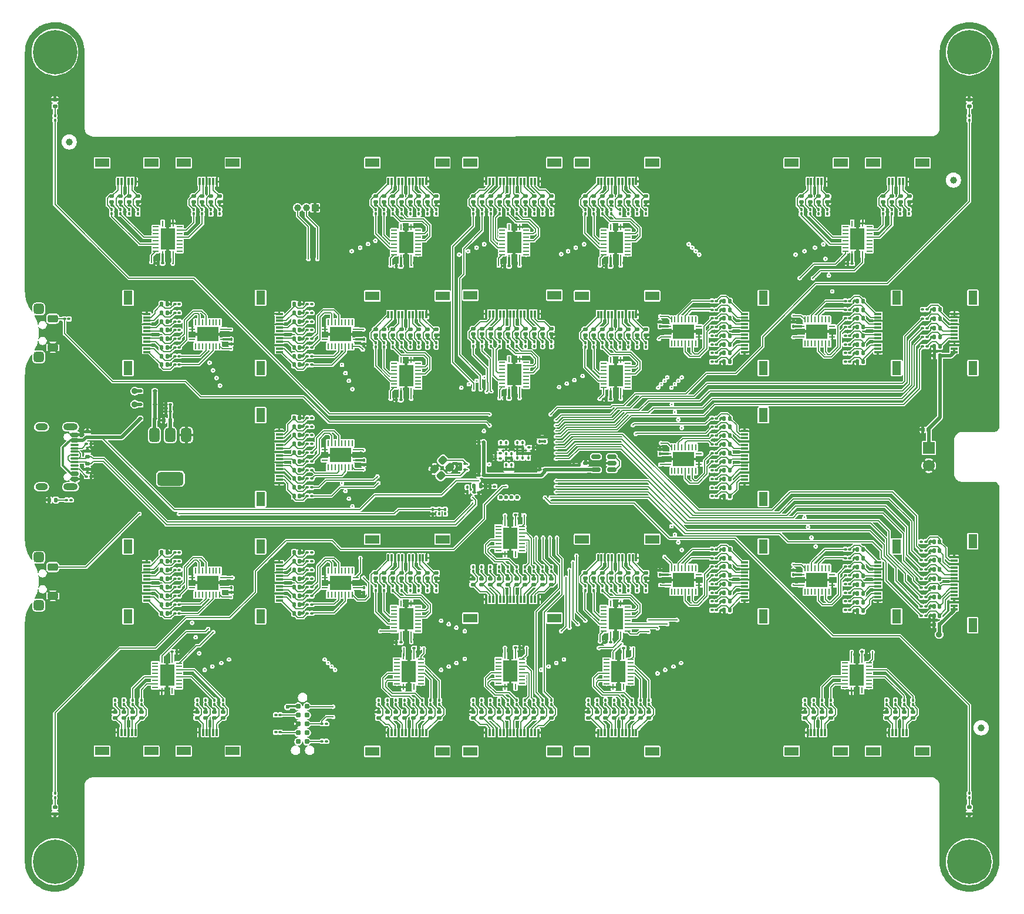
<source format=gbr>
%TF.GenerationSoftware,KiCad,Pcbnew,9.0.4*%
%TF.CreationDate,2025-08-20T10:27:04-06:00*%
%TF.ProjectId,cerberus,63657262-6572-4757-932e-6b696361645f,ERV A*%
%TF.SameCoordinates,Original*%
%TF.FileFunction,Copper,L1,Top*%
%TF.FilePolarity,Positive*%
%FSLAX46Y46*%
G04 Gerber Fmt 4.6, Leading zero omitted, Abs format (unit mm)*
G04 Created by KiCad (PCBNEW 9.0.4) date 2025-08-20 10:27:04*
%MOMM*%
%LPD*%
G01*
G04 APERTURE LIST*
G04 Aperture macros list*
%AMRoundRect*
0 Rectangle with rounded corners*
0 $1 Rounding radius*
0 $2 $3 $4 $5 $6 $7 $8 $9 X,Y pos of 4 corners*
0 Add a 4 corners polygon primitive as box body*
4,1,4,$2,$3,$4,$5,$6,$7,$8,$9,$2,$3,0*
0 Add four circle primitives for the rounded corners*
1,1,$1+$1,$2,$3*
1,1,$1+$1,$4,$5*
1,1,$1+$1,$6,$7*
1,1,$1+$1,$8,$9*
0 Add four rect primitives between the rounded corners*
20,1,$1+$1,$2,$3,$4,$5,0*
20,1,$1+$1,$4,$5,$6,$7,0*
20,1,$1+$1,$6,$7,$8,$9,0*
20,1,$1+$1,$8,$9,$2,$3,0*%
G04 Aperture macros list end*
%TA.AperFunction,SMDPad,CuDef*%
%ADD10RoundRect,0.100000X0.130000X0.100000X-0.130000X0.100000X-0.130000X-0.100000X0.130000X-0.100000X0*%
%TD*%
%TA.AperFunction,SMDPad,CuDef*%
%ADD11RoundRect,0.125000X-0.225000X0.125000X-0.225000X-0.125000X0.225000X-0.125000X0.225000X0.125000X0*%
%TD*%
%TA.AperFunction,SMDPad,CuDef*%
%ADD12RoundRect,0.100000X0.100000X-0.130000X0.100000X0.130000X-0.100000X0.130000X-0.100000X-0.130000X0*%
%TD*%
%TA.AperFunction,SMDPad,CuDef*%
%ADD13RoundRect,0.125000X0.225000X-0.125000X0.225000X0.125000X-0.225000X0.125000X-0.225000X-0.125000X0*%
%TD*%
%TA.AperFunction,SMDPad,CuDef*%
%ADD14RoundRect,0.100000X-0.100000X0.130000X-0.100000X-0.130000X0.100000X-0.130000X0.100000X0.130000X0*%
%TD*%
%TA.AperFunction,SMDPad,CuDef*%
%ADD15RoundRect,0.125000X0.125000X0.225000X-0.125000X0.225000X-0.125000X-0.225000X0.125000X-0.225000X0*%
%TD*%
%TA.AperFunction,SMDPad,CuDef*%
%ADD16RoundRect,0.100000X-0.130000X-0.100000X0.130000X-0.100000X0.130000X0.100000X-0.130000X0.100000X0*%
%TD*%
%TA.AperFunction,SMDPad,CuDef*%
%ADD17C,1.000000*%
%TD*%
%TA.AperFunction,SMDPad,CuDef*%
%ADD18RoundRect,0.147500X0.172500X-0.147500X0.172500X0.147500X-0.172500X0.147500X-0.172500X-0.147500X0*%
%TD*%
%TA.AperFunction,SMDPad,CuDef*%
%ADD19RoundRect,0.125000X-0.125000X-0.225000X0.125000X-0.225000X0.125000X0.225000X-0.125000X0.225000X0*%
%TD*%
%TA.AperFunction,SMDPad,CuDef*%
%ADD20R,0.850000X0.280000*%
%TD*%
%TA.AperFunction,SMDPad,CuDef*%
%ADD21R,0.280000X0.850000*%
%TD*%
%TA.AperFunction,SMDPad,CuDef*%
%ADD22R,3.049999X2.050000*%
%TD*%
%TA.AperFunction,ComponentPad*%
%ADD23C,0.800000*%
%TD*%
%TA.AperFunction,ComponentPad*%
%ADD24C,6.400000*%
%TD*%
%TA.AperFunction,SMDPad,CuDef*%
%ADD25R,2.050000X3.049999*%
%TD*%
%TA.AperFunction,SMDPad,CuDef*%
%ADD26RoundRect,0.150000X-0.425000X0.150000X-0.425000X-0.150000X0.425000X-0.150000X0.425000X0.150000X0*%
%TD*%
%TA.AperFunction,SMDPad,CuDef*%
%ADD27RoundRect,0.075000X-0.500000X0.075000X-0.500000X-0.075000X0.500000X-0.075000X0.500000X0.075000X0*%
%TD*%
%TA.AperFunction,HeatsinkPad*%
%ADD28O,2.100000X1.000000*%
%TD*%
%TA.AperFunction,HeatsinkPad*%
%ADD29O,1.800000X1.000000*%
%TD*%
%TA.AperFunction,SMDPad,CuDef*%
%ADD30R,1.000000X0.300000*%
%TD*%
%TA.AperFunction,SMDPad,CuDef*%
%ADD31R,1.300000X2.000000*%
%TD*%
%TA.AperFunction,SMDPad,CuDef*%
%ADD32R,0.300000X1.000000*%
%TD*%
%TA.AperFunction,SMDPad,CuDef*%
%ADD33R,2.000000X1.300000*%
%TD*%
%TA.AperFunction,SMDPad,CuDef*%
%ADD34RoundRect,0.112500X0.187500X0.112500X-0.187500X0.112500X-0.187500X-0.112500X0.187500X-0.112500X0*%
%TD*%
%TA.AperFunction,SMDPad,CuDef*%
%ADD35RoundRect,0.147500X-0.172500X0.147500X-0.172500X-0.147500X0.172500X-0.147500X0.172500X0.147500X0*%
%TD*%
%TA.AperFunction,SMDPad,CuDef*%
%ADD36RoundRect,0.147500X-0.147500X-0.172500X0.147500X-0.172500X0.147500X0.172500X-0.147500X0.172500X0*%
%TD*%
%TA.AperFunction,SMDPad,CuDef*%
%ADD37RoundRect,0.300000X0.450000X-0.300000X0.450000X0.300000X-0.450000X0.300000X-0.450000X-0.300000X0*%
%TD*%
%TA.AperFunction,SMDPad,CuDef*%
%ADD38RoundRect,0.275000X0.475000X-0.275000X0.475000X0.275000X-0.475000X0.275000X-0.475000X-0.275000X0*%
%TD*%
%TA.AperFunction,SMDPad,CuDef*%
%ADD39RoundRect,0.375000X0.375000X-0.375000X0.375000X0.375000X-0.375000X0.375000X-0.375000X-0.375000X0*%
%TD*%
%TA.AperFunction,ComponentPad*%
%ADD40R,1.000000X1.000000*%
%TD*%
%TA.AperFunction,ComponentPad*%
%ADD41C,1.000000*%
%TD*%
%TA.AperFunction,ConnectorPad*%
%ADD42C,0.787400*%
%TD*%
%TA.AperFunction,SMDPad,CuDef*%
%ADD43RoundRect,0.150000X0.512500X0.150000X-0.512500X0.150000X-0.512500X-0.150000X0.512500X-0.150000X0*%
%TD*%
%TA.AperFunction,SMDPad,CuDef*%
%ADD44RoundRect,0.375000X-0.375000X0.625000X-0.375000X-0.625000X0.375000X-0.625000X0.375000X0.625000X0*%
%TD*%
%TA.AperFunction,SMDPad,CuDef*%
%ADD45RoundRect,0.500000X-1.400000X0.500000X-1.400000X-0.500000X1.400000X-0.500000X1.400000X0.500000X0*%
%TD*%
%TA.AperFunction,ComponentPad*%
%ADD46R,1.700000X1.700000*%
%TD*%
%TA.AperFunction,ComponentPad*%
%ADD47C,1.700000*%
%TD*%
%TA.AperFunction,SMDPad,CuDef*%
%ADD48RoundRect,0.250000X0.053033X0.406586X-0.406586X-0.053033X-0.053033X-0.406586X0.406586X0.053033X0*%
%TD*%
%TA.AperFunction,SMDPad,CuDef*%
%ADD49RoundRect,0.140000X0.140000X0.170000X-0.140000X0.170000X-0.140000X-0.170000X0.140000X-0.170000X0*%
%TD*%
%TA.AperFunction,SMDPad,CuDef*%
%ADD50RoundRect,0.140000X0.170000X-0.140000X0.170000X0.140000X-0.170000X0.140000X-0.170000X-0.140000X0*%
%TD*%
%TA.AperFunction,SMDPad,CuDef*%
%ADD51RoundRect,0.140000X-0.140000X-0.170000X0.140000X-0.170000X0.140000X0.170000X-0.140000X0.170000X0*%
%TD*%
%TA.AperFunction,ViaPad*%
%ADD52C,0.300000*%
%TD*%
%TA.AperFunction,ViaPad*%
%ADD53C,0.600000*%
%TD*%
%TA.AperFunction,ViaPad*%
%ADD54C,0.900000*%
%TD*%
%TA.AperFunction,Conductor*%
%ADD55C,0.200000*%
%TD*%
%TA.AperFunction,Conductor*%
%ADD56C,0.150000*%
%TD*%
%TA.AperFunction,Conductor*%
%ADD57C,0.500000*%
%TD*%
%TA.AperFunction,Conductor*%
%ADD58C,0.300000*%
%TD*%
%TA.AperFunction,Conductor*%
%ADD59C,0.154700*%
%TD*%
G04 APERTURE END LIST*
D10*
%TO.P,R240,1*%
%TO.N,/MCU/Connectors/_UI_BUTTON_2*%
X206016228Y-107651227D03*
%TO.P,R240,2*%
%TO.N,/MCU/PB08_UI_BUTTON_2*%
X205376228Y-107651227D03*
%TD*%
D11*
%TO.P,D254,1,A1*%
%TO.N,/MCU/Signal Panel Connectors/InnerPanelConn/DIFF_IN_A_2_-*%
X126684562Y-53851227D03*
%TO.P,D254,2,A2*%
%TO.N,GND*%
X126684562Y-54651227D03*
%TD*%
D12*
%TO.P,C275,1*%
%TO.N,+3.3V*%
X151121505Y-89209322D03*
%TO.P,C275,2*%
%TO.N,GND*%
X151121505Y-88569322D03*
%TD*%
D10*
%TO.P,R198,1*%
%TO.N,/MCU/Signal Panel Connectors/InnerPanelConn14/DIFF_IN_A_2_+*%
X195071978Y-70205359D03*
%TO.P,R198,2*%
%TO.N,/MCU/Signal Panel Connectors/InnerPanelConn14/DIFF_IN_2_+*%
X194431978Y-70205359D03*
%TD*%
D13*
%TO.P,D212,1,A1*%
%TO.N,/MCU/Signal Panel Connectors/Dual_InnerSmallPanelConn3/DIFF_OUT_A_1_+*%
X188601228Y-129067977D03*
%TO.P,D212,2,A2*%
%TO.N,GND*%
X188601228Y-128267977D03*
%TD*%
%TO.P,D106,1,A1*%
%TO.N,/MCU/Signal Panel Connectors/InnerPanelConn6/DIFF_OUT_A_2_+*%
X129634562Y-129051227D03*
%TO.P,D106,2,A2*%
%TO.N,GND*%
X129634562Y-128251227D03*
%TD*%
D12*
%TO.P,R230,1*%
%TO.N,/MCU/Signal Panel Connectors/Dual_InnerSmallPanelConn3/DIFF_IN_A_2_+*%
X202901228Y-127167977D03*
%TO.P,R230,2*%
%TO.N,/MCU/Signal Panel Connectors/Dual_InnerSmallPanelConn3/DIFF_IN_2_+*%
X202901228Y-126527977D03*
%TD*%
D14*
%TO.P,R55,1*%
%TO.N,/MCU/Signal Panel Connectors/InnerPanelConn5/DIFF_OUT_A_2_-*%
X161917894Y-110059727D03*
%TO.P,R55,2*%
%TO.N,/MCU/Signal Panel Connectors/InnerPanelConn5/DIFF_OUT_2_-*%
X161917894Y-110699727D03*
%TD*%
D12*
%TO.P,R93,1*%
%TO.N,/MCU/Signal Panel Connectors/InnerPanelConn7/DIFF_OUT_A_2_-*%
X161117894Y-127151227D03*
%TO.P,R93,2*%
%TO.N,/MCU/Signal Panel Connectors/InnerPanelConn7/DIFF_OUT_2_-*%
X161117894Y-126511227D03*
%TD*%
D10*
%TO.P,R193,1*%
%TO.N,/MCU/Signal Panel Connectors/InnerPanelConn14/DIFF_OUT_A_1_-*%
X195071978Y-76455359D03*
%TO.P,R193,2*%
%TO.N,/MCU/Signal Panel Connectors/InnerPanelConn14/DIFF_OUT_1_-*%
X194431978Y-76455359D03*
%TD*%
D14*
%TO.P,R26,1*%
%TO.N,/MCU/Signal Panel Connectors/InnerPanelConn3/DIFF_IN_A_1_+*%
X160667894Y-74951227D03*
%TO.P,R26,2*%
%TO.N,/MCU/Signal Panel Connectors/InnerPanelConn3/DIFF_IN_1_+*%
X160667894Y-75591227D03*
%TD*%
D11*
%TO.P,D24,1,A1*%
%TO.N,/MCU/Signal Panel Connectors/OuterPanelConn1/DIFF_OUT_A_1_+*%
X152051228Y-72951227D03*
%TO.P,D24,2,A2*%
%TO.N,GND*%
X152051228Y-73751227D03*
%TD*%
%TO.P,D30,1,A1*%
%TO.N,/MCU/Signal Panel Connectors/OuterPanelConn1/DIFF_IN_A_2_+*%
X144551228Y-72951227D03*
%TO.P,D30,2,A2*%
%TO.N,GND*%
X144551228Y-73751227D03*
%TD*%
D13*
%TO.P,D81,1,A1*%
%TO.N,/MCU/Signal Panel Connectors/Dual_InnerSmallPanelConn/DIFF_IN_A_1_-*%
X92901228Y-129051227D03*
%TO.P,D81,2,A2*%
%TO.N,GND*%
X92901228Y-128251227D03*
%TD*%
D15*
%TO.P,D158,1,A1*%
%TO.N,/MCU/Signal Panel Connectors/OuterPanelConn5/DIFF_IN_A_1_+*%
X177751228Y-92117977D03*
%TO.P,D158,2,A2*%
%TO.N,GND*%
X176951228Y-92117977D03*
%TD*%
D14*
%TO.P,R44,1*%
%TO.N,/MCU/Signal Panel Connectors/OuterPanelConn/DIFF_IN_A_1_-*%
X145801228Y-55751227D03*
%TO.P,R44,2*%
%TO.N,/MCU/Signal Panel Connectors/OuterPanelConn/DIFF_IN_1_-*%
X145801228Y-56391227D03*
%TD*%
D13*
%TO.P,D90,1,A1*%
%TO.N,/MCU/Signal Panel Connectors/InnerPanelConn7/DIFF_IN_A_1_+*%
X162367894Y-129051227D03*
%TO.P,D90,2,A2*%
%TO.N,GND*%
X162367894Y-128251227D03*
%TD*%
D12*
%TO.P,R119,1*%
%TO.N,/MCU/Signal Panel Connectors/InnerPanelConn6/DIFF_OUT_A_2_-*%
X130884562Y-127151227D03*
%TO.P,R119,2*%
%TO.N,/MCU/Signal Panel Connectors/InnerPanelConn6/DIFF_OUT_2_-*%
X130884562Y-126511227D03*
%TD*%
D13*
%TO.P,D53,1,A1*%
%TO.N,/MCU/Signal Panel Connectors/OuterPanelConn2/DIFF_OUT_A_2_-*%
X144501228Y-109851227D03*
%TO.P,D53,2,A2*%
%TO.N,GND*%
X144501228Y-109051227D03*
%TD*%
D14*
%TO.P,R21,1*%
%TO.N,/MCU/Signal Panel Connectors/InnerPanelConn3/DIFF_OUT_A_1_+*%
X165667894Y-74951227D03*
%TO.P,R21,2*%
%TO.N,/MCU/Signal Panel Connectors/InnerPanelConn3/DIFF_OUT_1_+*%
X165667894Y-75591227D03*
%TD*%
D16*
%TO.P,R129,1*%
%TO.N,/MCU/Signal Panel Connectors/OuterPanelConn4/DIFF_IN_A_1_-*%
X116851228Y-92067977D03*
%TO.P,R129,2*%
%TO.N,/MCU/Signal Panel Connectors/OuterPanelConn4/DIFF_IN_1_-*%
X117491228Y-92067977D03*
%TD*%
D13*
%TO.P,D102,1,A1*%
%TO.N,/MCU/Signal Panel Connectors/OuterPanelConn3/CORNER_OUT_A*%
X150751228Y-129051227D03*
%TO.P,D102,2,A2*%
%TO.N,GND*%
X150751228Y-128251227D03*
%TD*%
D15*
%TO.P,D168,1,A1*%
%TO.N,/MCU/Signal Panel Connectors/InnerPanelConn12/DIFF_IN_A_1_+*%
X177751228Y-72705359D03*
%TO.P,D168,2,A2*%
%TO.N,GND*%
X176951228Y-72705359D03*
%TD*%
%TO.P,D240,1,A1*%
%TO.N,/MCU/Connectors/_UI_LED_4*%
X208001228Y-110317894D03*
%TO.P,D240,2,A2*%
%TO.N,GND*%
X207201228Y-110317894D03*
%TD*%
D14*
%TO.P,R34,1*%
%TO.N,/MCU/Signal Panel Connectors/OuterPanelConn1/DIFF_OUT_A_2_-*%
X148301228Y-74851227D03*
%TO.P,R34,2*%
%TO.N,/MCU/Signal Panel Connectors/OuterPanelConn1/DIFF_OUT_2_-*%
X148301228Y-75491227D03*
%TD*%
D17*
%TO.P,FID1,*%
%TO.N,*%
X82500000Y-46000000D03*
%TD*%
D18*
%TO.P,D7,1,K*%
%TO.N,GND*%
X212301228Y-142936227D03*
%TO.P,D7,2,A*%
%TO.N,/MCU/LED_B_A*%
X212301228Y-141966227D03*
%TD*%
D11*
%TO.P,D65,1,A1*%
%TO.N,/MCU/Signal Panel Connectors/OuterPanelConn/DIFF_IN_A_2_-*%
X143301228Y-53851227D03*
%TO.P,D65,2,A2*%
%TO.N,GND*%
X143301228Y-54651227D03*
%TD*%
D15*
%TO.P,D194,1,A1*%
%TO.N,/MCU/Signal Panel Connectors/InnerPanelConn15/DIFF_IN_A_2_+*%
X196971978Y-106044881D03*
%TO.P,D194,2,A2*%
%TO.N,GND*%
X196171978Y-106044881D03*
%TD*%
%TO.P,D191,1,A1*%
%TO.N,/MCU/Signal Panel Connectors/InnerPanelConn15/DIFF_OUT_A_2_-*%
X196971978Y-109837738D03*
%TO.P,D191,2,A2*%
%TO.N,GND*%
X196171978Y-109837738D03*
%TD*%
D13*
%TO.P,D105,1,A1*%
%TO.N,/MCU/Signal Panel Connectors/InnerPanelConn6/DIFF_OUT_A_1_-*%
X128384562Y-129051227D03*
%TO.P,D105,2,A2*%
%TO.N,GND*%
X128384562Y-128251227D03*
%TD*%
D10*
%TO.P,R239,1*%
%TO.N,/MCU/Connectors/_UI_BUTTON_1*%
X206016228Y-108984560D03*
%TO.P,R239,2*%
%TO.N,/MCU/PF04_UI_BUTTON_1*%
X205376228Y-108984560D03*
%TD*%
D19*
%TO.P,D117,1,A1*%
%TO.N,/MCU/Signal Panel Connectors/OuterPanelConn4/DIFF_IN_A_1_-*%
X114951228Y-92067977D03*
%TO.P,D117,2,A2*%
%TO.N,GND*%
X115751228Y-92067977D03*
%TD*%
D10*
%TO.P,R360,1*%
%TO.N,+3.3V*%
X82778728Y-97651227D03*
%TO.P,R360,2*%
%TO.N,/MCU/Power/LED_PWR*%
X82138728Y-97651227D03*
%TD*%
D11*
%TO.P,D211,1,A1*%
%TO.N,/MCU/Signal Panel Connectors/Dual_InnerSmallPanelConn2/DIFF_IN_A_2_-*%
X188101228Y-53851227D03*
%TO.P,D211,2,A2*%
%TO.N,GND*%
X188101228Y-54651227D03*
%TD*%
D12*
%TO.P,R103,1*%
%TO.N,/MCU/Signal Panel Connectors/OuterPanelConn3/DIFF_IN_A_1_-*%
X147001228Y-127151227D03*
%TO.P,R103,2*%
%TO.N,/MCU/Signal Panel Connectors/OuterPanelConn3/DIFF_IN_1_-*%
X147001228Y-126511227D03*
%TD*%
D11*
%TO.P,D33,1,A1*%
%TO.N,/MCU/Signal Panel Connectors/OuterPanelConn1/CORNER_IN_A*%
X140801228Y-72951227D03*
%TO.P,D33,2,A2*%
%TO.N,GND*%
X140801228Y-73751227D03*
%TD*%
D10*
%TO.P,R244,1*%
%TO.N,/MCU/Connectors/_PWR_SIG_1*%
X206221229Y-75501221D03*
%TO.P,R244,2*%
%TO.N,/MCU/PB04_PWR_SIG_1*%
X205581229Y-75501221D03*
%TD*%
D19*
%TO.P,D149,1,A1*%
%TO.N,/MCU/Signal Panel Connectors/InnerPanelConn11/DIFF_OUT_A_2_-*%
X114951228Y-108980595D03*
%TO.P,D149,2,A2*%
%TO.N,GND*%
X115751228Y-108980595D03*
%TD*%
D14*
%TO.P,R218,1*%
%TO.N,/MCU/Signal Panel Connectors/Dual_InnerSmallPanelConn2/DIFF_OUT_A_2_+*%
X191851228Y-55751227D03*
%TO.P,R218,2*%
%TO.N,/MCU/Signal Panel Connectors/Dual_InnerSmallPanelConn2/DIFF_OUT_2_+*%
X191851228Y-56391227D03*
%TD*%
D10*
%TO.P,R181,1*%
%TO.N,/MCU/Signal Panel Connectors/InnerPanelConn12/DIFF_IN_A_1_-*%
X175851228Y-71455359D03*
%TO.P,R181,2*%
%TO.N,/MCU/Signal Panel Connectors/InnerPanelConn12/DIFF_IN_1_-*%
X175211228Y-71455359D03*
%TD*%
%TO.P,C279,1*%
%TO.N,+1.8V*%
X151041505Y-93289322D03*
%TO.P,C279,2*%
%TO.N,GND*%
X150401505Y-93289322D03*
%TD*%
D16*
%TO.P,R124,1*%
%TO.N,/MCU/Signal Panel Connectors/OuterPanelConn4/DIFF_OUT_A_1_+*%
X116851228Y-85817977D03*
%TO.P,R124,2*%
%TO.N,/MCU/Signal Panel Connectors/OuterPanelConn4/DIFF_OUT_1_+*%
X117491228Y-85817977D03*
%TD*%
D19*
%TO.P,D125,1,A1*%
%TO.N,/MCU/Signal Panel Connectors/InnerPanelConn8/DIFF_OUT_A_2_-*%
X95830478Y-73155359D03*
%TO.P,D125,2,A2*%
%TO.N,GND*%
X96630478Y-73155359D03*
%TD*%
D11*
%TO.P,D22,1,A1*%
%TO.N,/MCU/Signal Panel Connectors/InnerPanelConn3/DIFF_IN_A_2_+*%
X158167894Y-73051227D03*
%TO.P,D22,2,A2*%
%TO.N,GND*%
X158167894Y-73851227D03*
%TD*%
D13*
%TO.P,D111,1,A1*%
%TO.N,/MCU/Signal Panel Connectors/InnerPanelConn6/DIFF_IN_A_2_-*%
X135884562Y-129051227D03*
%TO.P,D111,2,A2*%
%TO.N,GND*%
X135884562Y-128251227D03*
%TD*%
D20*
%TO.P,U15,1,\u002A1OE*%
%TO.N,/MCU/PD05_BUS_EN_1*%
X104705477Y-73005358D03*
D21*
%TO.P,U15,2,1A1*%
%TO.N,/MCU/PC25_DIFF_OUT_+*%
X104230477Y-72030359D03*
%TO.P,U15,3,2Y4*%
%TO.N,/MCU/PG05_DIFF_IN_-*%
X103730478Y-72030359D03*
%TO.P,U15,4,1A2*%
%TO.N,/MCU/PC10_DIFF_OUT_-*%
X103230479Y-72030359D03*
%TO.P,U15,5,2Y3*%
%TO.N,/MCU/PG03_DIFF_IN_+*%
X102730478Y-72030359D03*
%TO.P,U15,6,1A3*%
%TO.N,/MCU/Signal Panel Connectors/InnerPanelConn8/DIFF_IN_1_+*%
X102230478Y-72030359D03*
%TO.P,U15,7,2Y2*%
%TO.N,/MCU/Signal Panel Connectors/InnerPanelConn8/DIFF_OUT_2_-*%
X101730477Y-72030359D03*
%TO.P,U15,8,1A4*%
%TO.N,/MCU/Signal Panel Connectors/InnerPanelConn8/DIFF_IN_1_-*%
X101230478Y-72030359D03*
%TO.P,U15,9,2Y1*%
%TO.N,/MCU/Signal Panel Connectors/InnerPanelConn8/DIFF_OUT_2_+*%
X100730479Y-72030359D03*
D20*
%TO.P,U15,10,GND*%
%TO.N,GND*%
X100255479Y-73005358D03*
%TO.P,U15,11,2A1*%
%TO.N,/MCU/PC25_DIFF_OUT_+*%
X100255479Y-74505360D03*
D21*
%TO.P,U15,12,1Y4*%
%TO.N,/MCU/PG05_DIFF_IN_-*%
X100730479Y-75480359D03*
%TO.P,U15,13,2A2*%
%TO.N,/MCU/PC10_DIFF_OUT_-*%
X101230478Y-75480359D03*
%TO.P,U15,14,1Y3*%
%TO.N,/MCU/PG03_DIFF_IN_+*%
X101730477Y-75480359D03*
%TO.P,U15,15,2A3*%
%TO.N,/MCU/Signal Panel Connectors/InnerPanelConn8/DIFF_IN_2_+*%
X102230478Y-75480359D03*
%TO.P,U15,16,1Y2*%
%TO.N,/MCU/Signal Panel Connectors/InnerPanelConn8/DIFF_OUT_1_-*%
X102730478Y-75480359D03*
%TO.P,U15,17,2A4*%
%TO.N,/MCU/Signal Panel Connectors/InnerPanelConn8/DIFF_IN_2_-*%
X103230479Y-75480359D03*
%TO.P,U15,18,1Y1*%
%TO.N,/MCU/Signal Panel Connectors/InnerPanelConn8/DIFF_OUT_1_+*%
X103730478Y-75480359D03*
%TO.P,U15,19,\u002A2OE*%
%TO.N,/MCU/PD19_BUS_EN_2*%
X104230477Y-75480359D03*
D20*
%TO.P,U15,20,VCC*%
%TO.N,+3.3V*%
X104705477Y-74505360D03*
D22*
%TO.P,U15,21,EPAD*%
%TO.N,GND*%
X102480478Y-73755359D03*
%TD*%
D14*
%TO.P,R10,1*%
%TO.N,/MCU/PC11_LED_GREEN*%
X80451228Y-139966227D03*
%TO.P,R10,2*%
%TO.N,/MCU/LED_G_A*%
X80451228Y-140606227D03*
%TD*%
D16*
%TO.P,C3,1*%
%TO.N,GND*%
X129694561Y-63900000D03*
%TO.P,C3,2*%
%TO.N,+3.3V*%
X130334561Y-63900000D03*
%TD*%
D14*
%TO.P,R208,1*%
%TO.N,/MCU/Signal Panel Connectors/Dual_InnerSmallPanelConn1/DIFF_OUT_A_1_+*%
X104201228Y-55751227D03*
%TO.P,R208,2*%
%TO.N,/MCU/Signal Panel Connectors/Dual_InnerSmallPanelConn1/DIFF_OUT_1_+*%
X104201228Y-56391227D03*
%TD*%
D16*
%TO.P,R151,1*%
%TO.N,/MCU/Signal Panel Connectors/InnerPanelConn10/DIFF_OUT_A_1_-*%
X116851228Y-70655359D03*
%TO.P,R151,2*%
%TO.N,/MCU/Signal Panel Connectors/InnerPanelConn10/DIFF_OUT_1_-*%
X117491228Y-70655359D03*
%TD*%
D14*
%TO.P,C258,1*%
%TO.N,+3.3V*%
X144721505Y-89369322D03*
%TO.P,C258,2*%
%TO.N,GND*%
X144721505Y-90009322D03*
%TD*%
%TO.P,C29,1*%
%TO.N,/MCU/_RESET_MCU*%
X134931228Y-99011227D03*
%TO.P,C29,2*%
%TO.N,GND*%
X134931228Y-99651227D03*
%TD*%
D23*
%TO.P,H2,1,1*%
%TO.N,unconnected-(H2-Pad1)_4*%
X209901228Y-33051227D03*
%TO.N,unconnected-(H2-Pad1)_2*%
X210604172Y-31354171D03*
%TO.N,unconnected-(H2-Pad1)*%
X210604172Y-34748283D03*
%TO.N,unconnected-(H2-Pad1)_6*%
X212301228Y-30651227D03*
D24*
%TO.N,unconnected-(H2-Pad1)_7*%
X212301228Y-33051227D03*
D23*
%TO.N,unconnected-(H2-Pad1)_5*%
X212301228Y-35451227D03*
%TO.N,unconnected-(H2-Pad1)_3*%
X213998284Y-31354171D03*
%TO.N,unconnected-(H2-Pad1)_8*%
X213998284Y-34748283D03*
%TO.N,unconnected-(H2-Pad1)_1*%
X214701228Y-33051227D03*
%TD*%
D11*
%TO.P,D11,1,A1*%
%TO.N,/MCU/Signal Panel Connectors/InnerPanelConn1/DIFF_OUT_A_2_-*%
X161917894Y-53851227D03*
%TO.P,D11,2,A2*%
%TO.N,GND*%
X161917894Y-54651227D03*
%TD*%
D16*
%TO.P,C266,1*%
%TO.N,+3.3V*%
X148801505Y-90089322D03*
%TO.P,C266,2*%
%TO.N,GND*%
X149441505Y-90089322D03*
%TD*%
%TO.P,R158,1*%
%TO.N,/MCU/Signal Panel Connectors/InnerPanelConn11/DIFF_OUT_A_1_+*%
X116851228Y-105230595D03*
%TO.P,R158,2*%
%TO.N,/MCU/Signal Panel Connectors/InnerPanelConn11/DIFF_OUT_1_+*%
X117491228Y-105230595D03*
%TD*%
D13*
%TO.P,D77,1,A1*%
%TO.N,/MCU/Signal Panel Connectors/Dual_InnerSmallPanelConn/DIFF_OUT_A_1_-*%
X90401228Y-129051227D03*
%TO.P,D77,2,A2*%
%TO.N,GND*%
X90401228Y-128251227D03*
%TD*%
D10*
%TO.P,R186,1*%
%TO.N,/MCU/Signal Panel Connectors/InnerPanelConn13/DIFF_OUT_A_2_+*%
X175851228Y-111030595D03*
%TO.P,R186,2*%
%TO.N,/MCU/Signal Panel Connectors/InnerPanelConn13/DIFF_OUT_2_+*%
X175211228Y-111030595D03*
%TD*%
D11*
%TO.P,D49,1,A1*%
%TO.N,/MCU/Signal Panel Connectors/InnerPanelConn5/DIFF_IN_A_2_-*%
X156917894Y-108159727D03*
%TO.P,D49,2,A2*%
%TO.N,GND*%
X156917894Y-108959727D03*
%TD*%
D15*
%TO.P,D189,1,A1*%
%TO.N,/MCU/Signal Panel Connectors/InnerPanelConn15/DIFF_OUT_A_1_-*%
X196971978Y-112366309D03*
%TO.P,D189,2,A2*%
%TO.N,GND*%
X196171978Y-112366309D03*
%TD*%
D10*
%TO.P,R171,1*%
%TO.N,/MCU/Signal Panel Connectors/OuterPanelConn5/DIFF_IN_A_1_-*%
X175851228Y-90867977D03*
%TO.P,R171,2*%
%TO.N,/MCU/Signal Panel Connectors/OuterPanelConn5/DIFF_IN_1_-*%
X175211228Y-90867977D03*
%TD*%
D20*
%TO.P,U21,1,\u002A1OE*%
%TO.N,/MCU/PA15_BUS_EN_39*%
X168876229Y-74105360D03*
D21*
%TO.P,U21,2,1A1*%
%TO.N,/MCU/PC25_DIFF_OUT_+*%
X169351229Y-75080359D03*
%TO.P,U21,3,2Y4*%
%TO.N,/MCU/PG05_DIFF_IN_-*%
X169851228Y-75080359D03*
%TO.P,U21,4,1A2*%
%TO.N,/MCU/PC10_DIFF_OUT_-*%
X170351227Y-75080359D03*
%TO.P,U21,5,2Y3*%
%TO.N,/MCU/PG03_DIFF_IN_+*%
X170851228Y-75080359D03*
%TO.P,U21,6,1A3*%
%TO.N,/MCU/Signal Panel Connectors/InnerPanelConn12/DIFF_IN_1_+*%
X171351228Y-75080359D03*
%TO.P,U21,7,2Y2*%
%TO.N,/MCU/Signal Panel Connectors/InnerPanelConn12/DIFF_OUT_2_-*%
X171851229Y-75080359D03*
%TO.P,U21,8,1A4*%
%TO.N,/MCU/Signal Panel Connectors/InnerPanelConn12/DIFF_IN_1_-*%
X172351228Y-75080359D03*
%TO.P,U21,9,2Y1*%
%TO.N,/MCU/Signal Panel Connectors/InnerPanelConn12/DIFF_OUT_2_+*%
X172851227Y-75080359D03*
D20*
%TO.P,U21,10,GND*%
%TO.N,GND*%
X173326227Y-74105360D03*
%TO.P,U21,11,2A1*%
%TO.N,/MCU/PC25_DIFF_OUT_+*%
X173326227Y-72605358D03*
D21*
%TO.P,U21,12,1Y4*%
%TO.N,/MCU/PG05_DIFF_IN_-*%
X172851227Y-71630359D03*
%TO.P,U21,13,2A2*%
%TO.N,/MCU/PC10_DIFF_OUT_-*%
X172351228Y-71630359D03*
%TO.P,U21,14,1Y3*%
%TO.N,/MCU/PG03_DIFF_IN_+*%
X171851229Y-71630359D03*
%TO.P,U21,15,2A3*%
%TO.N,/MCU/Signal Panel Connectors/InnerPanelConn12/DIFF_IN_2_+*%
X171351228Y-71630359D03*
%TO.P,U21,16,1Y2*%
%TO.N,/MCU/Signal Panel Connectors/InnerPanelConn12/DIFF_OUT_1_-*%
X170851228Y-71630359D03*
%TO.P,U21,17,2A4*%
%TO.N,/MCU/Signal Panel Connectors/InnerPanelConn12/DIFF_IN_2_-*%
X170351227Y-71630359D03*
%TO.P,U21,18,1Y1*%
%TO.N,/MCU/Signal Panel Connectors/InnerPanelConn12/DIFF_OUT_1_+*%
X169851228Y-71630359D03*
%TO.P,U21,19,\u002A2OE*%
%TO.N,/MCU/PA28_BUS_EN_40*%
X169351229Y-71630359D03*
D20*
%TO.P,U21,20,VCC*%
%TO.N,+3.3V*%
X168876229Y-72605358D03*
D22*
%TO.P,U21,21,EPAD*%
%TO.N,GND*%
X171101228Y-73355359D03*
%TD*%
D14*
%TO.P,R47,1*%
%TO.N,/MCU/Signal Panel Connectors/InnerPanelConn2/DIFF_IN_A_1_+*%
X130434562Y-74951227D03*
%TO.P,R47,2*%
%TO.N,/MCU/Signal Panel Connectors/InnerPanelConn2/DIFF_IN_1_+*%
X130434562Y-75591227D03*
%TD*%
D13*
%TO.P,D213,1,A1*%
%TO.N,/MCU/Signal Panel Connectors/Dual_InnerSmallPanelConn3/DIFF_OUT_A_1_-*%
X189851228Y-129067977D03*
%TO.P,D213,2,A2*%
%TO.N,GND*%
X189851228Y-128267977D03*
%TD*%
D14*
%TO.P,R232,1*%
%TO.N,/MCU/_RESET_MCU*%
X136731228Y-99011227D03*
%TO.P,R232,2*%
%TO.N,+3.3V*%
X136731228Y-99651227D03*
%TD*%
D11*
%TO.P,D13,1,A1*%
%TO.N,/MCU/Signal Panel Connectors/InnerPanelConn1/DIFF_IN_A_1_-*%
X159417894Y-53851227D03*
%TO.P,D13,2,A2*%
%TO.N,GND*%
X159417894Y-54651227D03*
%TD*%
D14*
%TO.P,R57,1*%
%TO.N,/MCU/Signal Panel Connectors/OuterPanelConn/DIFF_IN_A_2_-*%
X143301228Y-55751227D03*
%TO.P,R57,2*%
%TO.N,/MCU/Signal Panel Connectors/OuterPanelConn/DIFF_IN_2_-*%
X143301228Y-56391227D03*
%TD*%
D11*
%TO.P,D201,1,A1*%
%TO.N,/MCU/Signal Panel Connectors/Dual_InnerSmallPanelConn1/DIFF_IN_A_1_-*%
X100451228Y-53851227D03*
%TO.P,D201,2,A2*%
%TO.N,GND*%
X100451228Y-54651227D03*
%TD*%
D14*
%TO.P,R223,1*%
%TO.N,/MCU/Signal Panel Connectors/Dual_InnerSmallPanelConn2/DIFF_IN_A_2_-*%
X188101228Y-55751227D03*
%TO.P,R223,2*%
%TO.N,/MCU/Signal Panel Connectors/Dual_InnerSmallPanelConn2/DIFF_IN_2_-*%
X188101228Y-56391227D03*
%TD*%
D12*
%TO.P,R227,1*%
%TO.N,/MCU/Signal Panel Connectors/Dual_InnerSmallPanelConn3/DIFF_OUT_A_2_-*%
X201651228Y-127167977D03*
%TO.P,R227,2*%
%TO.N,/MCU/Signal Panel Connectors/Dual_InnerSmallPanelConn3/DIFF_OUT_2_-*%
X201651228Y-126527977D03*
%TD*%
D10*
%TO.P,R182,1*%
%TO.N,/MCU/Signal Panel Connectors/InnerPanelConn12/DIFF_IN_A_2_+*%
X175851228Y-70205359D03*
%TO.P,R182,2*%
%TO.N,/MCU/Signal Panel Connectors/InnerPanelConn12/DIFF_IN_2_+*%
X175211228Y-70205359D03*
%TD*%
%TO.P,R176,1*%
%TO.N,/MCU/Signal Panel Connectors/InnerPanelConn12/DIFF_OUT_A_1_+*%
X175851228Y-77705359D03*
%TO.P,R176,2*%
%TO.N,/MCU/Signal Panel Connectors/InnerPanelConn12/DIFF_OUT_1_+*%
X175211228Y-77705359D03*
%TD*%
D14*
%TO.P,R46,1*%
%TO.N,/MCU/Signal Panel Connectors/InnerPanelConn2/DIFF_OUT_A_2_-*%
X131684562Y-74951227D03*
%TO.P,R46,2*%
%TO.N,/MCU/Signal Panel Connectors/InnerPanelConn2/DIFF_OUT_2_-*%
X131684562Y-75591227D03*
%TD*%
D11*
%TO.P,D17,1,A1*%
%TO.N,/MCU/Signal Panel Connectors/InnerPanelConn3/DIFF_OUT_A_1_-*%
X164417894Y-73051227D03*
%TO.P,D17,2,A2*%
%TO.N,GND*%
X164417894Y-73851227D03*
%TD*%
%TO.P,D71,1,A1*%
%TO.N,/MCU/Signal Panel Connectors/InnerPanelConn4/DIFF_OUT_A_1_-*%
X134184562Y-108159727D03*
%TO.P,D71,2,A2*%
%TO.N,GND*%
X134184562Y-108959727D03*
%TD*%
D12*
%TO.P,R69,1*%
%TO.N,/MCU/Signal Panel Connectors/OuterPanelConn2/DIFF_IN_A_2_-*%
X149501228Y-107951227D03*
%TO.P,R69,2*%
%TO.N,/MCU/Signal Panel Connectors/OuterPanelConn2/DIFF_IN_2_-*%
X149501228Y-107311227D03*
%TD*%
D19*
%TO.P,D139,1,A1*%
%TO.N,/MCU/Signal Panel Connectors/InnerPanelConn10/DIFF_OUT_A_1_-*%
X114951228Y-70655359D03*
%TO.P,D139,2,A2*%
%TO.N,GND*%
X115751228Y-70655359D03*
%TD*%
D12*
%TO.P,R107,1*%
%TO.N,/MCU/Signal Panel Connectors/OuterPanelConn3/CORNER_IN_A*%
X152001228Y-127151227D03*
%TO.P,R107,2*%
%TO.N,/MCU/PC04_CORNER_IN_5*%
X152001228Y-126511227D03*
%TD*%
D16*
%TO.P,R139,1*%
%TO.N,/MCU/Signal Panel Connectors/InnerPanelConn8/DIFF_IN_A_1_-*%
X97730478Y-75655359D03*
%TO.P,R139,2*%
%TO.N,/MCU/Signal Panel Connectors/InnerPanelConn8/DIFF_IN_1_-*%
X98370478Y-75655359D03*
%TD*%
D13*
%TO.P,D93,1,A1*%
%TO.N,/MCU/Signal Panel Connectors/InnerPanelConn7/DIFF_IN_A_2_-*%
X166117894Y-129051227D03*
%TO.P,D93,2,A2*%
%TO.N,GND*%
X166117894Y-128251227D03*
%TD*%
D21*
%TO.P,U10,1,\u002A1OE*%
%TO.N,/MCU/PA03_BUS_EN_23*%
X147436954Y-62726226D03*
D20*
%TO.P,U10,2,1A1*%
%TO.N,/MCU/PC25_DIFF_OUT_+*%
X148411953Y-62251226D03*
%TO.P,U10,3,2Y4*%
%TO.N,/MCU/PG05_DIFF_IN_-*%
X148411953Y-61751227D03*
%TO.P,U10,4,1A2*%
%TO.N,/MCU/PC10_DIFF_OUT_-*%
X148411953Y-61251228D03*
%TO.P,U10,5,2Y3*%
%TO.N,/MCU/PG03_DIFF_IN_+*%
X148411953Y-60751227D03*
%TO.P,U10,6,1A3*%
%TO.N,/MCU/Signal Panel Connectors/OuterPanelConn/DIFF_IN_1_+*%
X148411953Y-60251227D03*
%TO.P,U10,7,2Y2*%
%TO.N,/MCU/Signal Panel Connectors/OuterPanelConn/DIFF_OUT_2_-*%
X148411953Y-59751226D03*
%TO.P,U10,8,1A4*%
%TO.N,/MCU/Signal Panel Connectors/OuterPanelConn/DIFF_IN_1_-*%
X148411953Y-59251227D03*
%TO.P,U10,9,2Y1*%
%TO.N,/MCU/Signal Panel Connectors/OuterPanelConn/DIFF_OUT_2_+*%
X148411953Y-58751228D03*
D21*
%TO.P,U10,10,GND*%
%TO.N,GND*%
X147436954Y-58276228D03*
%TO.P,U10,11,2A1*%
%TO.N,/MCU/PC25_DIFF_OUT_+*%
X145936952Y-58276228D03*
D20*
%TO.P,U10,12,1Y4*%
%TO.N,/MCU/PG05_DIFF_IN_-*%
X144961953Y-58751228D03*
%TO.P,U10,13,2A2*%
%TO.N,/MCU/PC10_DIFF_OUT_-*%
X144961953Y-59251227D03*
%TO.P,U10,14,1Y3*%
%TO.N,/MCU/PG03_DIFF_IN_+*%
X144961953Y-59751226D03*
%TO.P,U10,15,2A3*%
%TO.N,/MCU/Signal Panel Connectors/OuterPanelConn/DIFF_IN_2_+*%
X144961953Y-60251227D03*
%TO.P,U10,16,1Y2*%
%TO.N,/MCU/Signal Panel Connectors/OuterPanelConn/DIFF_OUT_1_-*%
X144961953Y-60751227D03*
%TO.P,U10,17,2A4*%
%TO.N,/MCU/Signal Panel Connectors/OuterPanelConn/DIFF_IN_2_-*%
X144961953Y-61251228D03*
%TO.P,U10,18,1Y1*%
%TO.N,/MCU/Signal Panel Connectors/OuterPanelConn/DIFF_OUT_1_+*%
X144961953Y-61751227D03*
%TO.P,U10,19,\u002A2OE*%
%TO.N,/MCU/PA02_BUS_EN_24*%
X144961953Y-62251226D03*
D21*
%TO.P,U10,20,VCC*%
%TO.N,+3.3V*%
X145936952Y-62726226D03*
D25*
%TO.P,U10,21,EPAD*%
%TO.N,GND*%
X146686953Y-60501227D03*
%TD*%
D11*
%TO.P,D60,1,A1*%
%TO.N,/MCU/Signal Panel Connectors/OuterPanelConn/DIFF_OUT_A_2_+*%
X149551228Y-53851227D03*
%TO.P,D60,2,A2*%
%TO.N,GND*%
X149551228Y-54651227D03*
%TD*%
D26*
%TO.P,J1,A1,GND*%
%TO.N,GND*%
X83281228Y-88238727D03*
%TO.P,J1,A4,VBUS*%
%TO.N,VBUS*%
X83281228Y-89038727D03*
D27*
%TO.P,J1,A5,CC1*%
%TO.N,/MCU/USB_CC1*%
X83281228Y-90188727D03*
%TO.P,J1,A6,D+*%
%TO.N,/MCU/USB_D_P*%
X83281228Y-91188727D03*
%TO.P,J1,A7,D-*%
%TO.N,/MCU/USB_D_N*%
X83281228Y-91688727D03*
%TO.P,J1,A8,SBU1*%
%TO.N,unconnected-(J1-SBU1-PadA8)*%
X83281228Y-92688727D03*
D26*
%TO.P,J1,A9,VBUS*%
%TO.N,VBUS*%
X83281228Y-93838727D03*
%TO.P,J1,A12,GND*%
%TO.N,GND*%
X83281228Y-94638727D03*
%TO.P,J1,B1,GND*%
X83281228Y-94638727D03*
%TO.P,J1,B4,VBUS*%
%TO.N,VBUS*%
X83281228Y-93838727D03*
D27*
%TO.P,J1,B5,CC2*%
%TO.N,/MCU/USB_CC2*%
X83281228Y-93188727D03*
%TO.P,J1,B6,D+*%
%TO.N,/MCU/USB_D_P*%
X83281228Y-92188727D03*
%TO.P,J1,B7,D-*%
%TO.N,/MCU/USB_D_N*%
X83281228Y-90688727D03*
%TO.P,J1,B8,SBU2*%
%TO.N,unconnected-(J1-SBU2-PadB8)*%
X83281228Y-89688727D03*
D26*
%TO.P,J1,B9,VBUS*%
%TO.N,VBUS*%
X83281228Y-89038727D03*
%TO.P,J1,B12,GND*%
%TO.N,GND*%
X83281228Y-88238727D03*
D28*
%TO.P,J1,S1,SHIELD*%
%TO.N,unconnected-(J1-SHIELD-PadS1)_2*%
X82706228Y-87118727D03*
D29*
%TO.N,unconnected-(J1-SHIELD-PadS1)_3*%
X78526228Y-87118727D03*
D28*
%TO.N,unconnected-(J1-SHIELD-PadS1)_1*%
X82706228Y-95758727D03*
D29*
%TO.N,unconnected-(J1-SHIELD-PadS1)*%
X78526228Y-95758727D03*
%TD*%
D15*
%TO.P,D192,1,A1*%
%TO.N,/MCU/Signal Panel Connectors/InnerPanelConn15/DIFF_IN_A_1_+*%
X196971978Y-108573452D03*
%TO.P,D192,2,A2*%
%TO.N,GND*%
X196171978Y-108573452D03*
%TD*%
D10*
%TO.P,C273,1*%
%TO.N,+1.8V*%
X142246505Y-89289322D03*
%TO.P,C273,2*%
%TO.N,GND*%
X141606505Y-89289322D03*
%TD*%
D14*
%TO.P,C24,1*%
%TO.N,GND*%
X186951228Y-71965358D03*
%TO.P,C24,2*%
%TO.N,+3.3V*%
X186951228Y-72605358D03*
%TD*%
%TO.P,R53,1*%
%TO.N,/MCU/Signal Panel Connectors/InnerPanelConn5/DIFF_OUT_A_1_-*%
X164417894Y-110059727D03*
%TO.P,R53,2*%
%TO.N,/MCU/Signal Panel Connectors/InnerPanelConn5/DIFF_OUT_1_-*%
X164417894Y-110699727D03*
%TD*%
D12*
%TO.P,R110,1*%
%TO.N,/MCU/Signal Panel Connectors/Dual_InnerSmallPanelConn/DIFF_OUT_A_2_+*%
X100951228Y-127151227D03*
%TO.P,R110,2*%
%TO.N,/MCU/Signal Panel Connectors/Dual_InnerSmallPanelConn/DIFF_OUT_2_+*%
X100951228Y-126511227D03*
%TD*%
D13*
%TO.P,D99,1,A1*%
%TO.N,/MCU/Signal Panel Connectors/OuterPanelConn3/DIFF_IN_A_1_-*%
X147001228Y-129051227D03*
%TO.P,D99,2,A2*%
%TO.N,GND*%
X147001228Y-128251227D03*
%TD*%
D16*
%TO.P,R148,1*%
%TO.N,/MCU/Signal Panel Connectors/InnerPanelConn9/DIFF_IN_A_2_+*%
X97730478Y-112730595D03*
%TO.P,R148,2*%
%TO.N,/MCU/Signal Panel Connectors/InnerPanelConn9/DIFF_IN_2_+*%
X98370478Y-112730595D03*
%TD*%
D10*
%TO.P,R177,1*%
%TO.N,/MCU/Signal Panel Connectors/InnerPanelConn12/DIFF_OUT_A_1_-*%
X175851228Y-76455359D03*
%TO.P,R177,2*%
%TO.N,/MCU/Signal Panel Connectors/InnerPanelConn12/DIFF_OUT_1_-*%
X175211228Y-76455359D03*
%TD*%
D11*
%TO.P,D28,1,A1*%
%TO.N,/MCU/Signal Panel Connectors/OuterPanelConn1/DIFF_IN_A_1_+*%
X147051228Y-72951227D03*
%TO.P,D28,2,A2*%
%TO.N,GND*%
X147051228Y-73751227D03*
%TD*%
D14*
%TO.P,R211,1*%
%TO.N,/MCU/Signal Panel Connectors/Dual_InnerSmallPanelConn1/DIFF_OUT_A_2_-*%
X91151228Y-55751227D03*
%TO.P,R211,2*%
%TO.N,/MCU/Signal Panel Connectors/Dual_InnerSmallPanelConn1/DIFF_OUT_2_-*%
X91151228Y-56391227D03*
%TD*%
D19*
%TO.P,D147,1,A1*%
%TO.N,/MCU/Signal Panel Connectors/InnerPanelConn11/DIFF_OUT_A_1_-*%
X114951228Y-106480595D03*
%TO.P,D147,2,A2*%
%TO.N,GND*%
X115751228Y-106480595D03*
%TD*%
D14*
%TO.P,R75,1*%
%TO.N,/MCU/Signal Panel Connectors/InnerPanelConn/DIFF_IN_A_1_+*%
X130434562Y-55751227D03*
%TO.P,R75,2*%
%TO.N,/MCU/Signal Panel Connectors/InnerPanelConn/DIFF_IN_1_+*%
X130434562Y-56391227D03*
%TD*%
D12*
%TO.P,R118,1*%
%TO.N,/MCU/Signal Panel Connectors/InnerPanelConn6/DIFF_OUT_A_2_+*%
X129634562Y-127151227D03*
%TO.P,R118,2*%
%TO.N,/MCU/Signal Panel Connectors/InnerPanelConn6/DIFF_OUT_2_+*%
X129634562Y-126511227D03*
%TD*%
D13*
%TO.P,D52,1,A1*%
%TO.N,/MCU/Signal Panel Connectors/OuterPanelConn2/DIFF_OUT_A_2_+*%
X143251228Y-109851227D03*
%TO.P,D52,2,A2*%
%TO.N,GND*%
X143251228Y-109051227D03*
%TD*%
D11*
%TO.P,D199,1,A1*%
%TO.N,/MCU/Signal Panel Connectors/Dual_InnerSmallPanelConn1/DIFF_OUT_A_2_-*%
X91151228Y-53851227D03*
%TO.P,D199,2,A2*%
%TO.N,GND*%
X91151228Y-54651227D03*
%TD*%
D15*
%TO.P,D181,1,A1*%
%TO.N,/MCU/Signal Panel Connectors/InnerPanelConn14/DIFF_OUT_A_1_-*%
X196971978Y-76455359D03*
%TO.P,D181,2,A2*%
%TO.N,GND*%
X196171978Y-76455359D03*
%TD*%
%TO.P,D243,1,A1*%
%TO.N,/MCU/Connectors/_UI_BUTTON_3*%
X208001228Y-106317894D03*
%TO.P,D243,2,A2*%
%TO.N,GND*%
X207201228Y-106317894D03*
%TD*%
D13*
%TO.P,D108,1,A1*%
%TO.N,/MCU/Signal Panel Connectors/InnerPanelConn6/DIFF_IN_A_1_+*%
X132134562Y-129051227D03*
%TO.P,D108,2,A2*%
%TO.N,GND*%
X132134562Y-128251227D03*
%TD*%
D19*
%TO.P,D141,1,A1*%
%TO.N,/MCU/Signal Panel Connectors/InnerPanelConn10/DIFF_OUT_A_2_-*%
X114951228Y-73155359D03*
%TO.P,D141,2,A2*%
%TO.N,GND*%
X115751228Y-73155359D03*
%TD*%
D14*
%TO.P,R217,1*%
%TO.N,/MCU/Signal Panel Connectors/Dual_InnerSmallPanelConn2/DIFF_OUT_A_1_-*%
X202367895Y-55751227D03*
%TO.P,R217,2*%
%TO.N,/MCU/Signal Panel Connectors/Dual_InnerSmallPanelConn2/DIFF_OUT_1_-*%
X202367895Y-56391227D03*
%TD*%
D11*
%TO.P,D66,1,A1*%
%TO.N,/MCU/Signal Panel Connectors/OuterPanelConn/CORNER_OUT_A*%
X142051228Y-53851227D03*
%TO.P,D66,2,A2*%
%TO.N,GND*%
X142051228Y-54651227D03*
%TD*%
%TO.P,D14,1,A1*%
%TO.N,/MCU/Signal Panel Connectors/InnerPanelConn1/DIFF_IN_A_2_+*%
X158167894Y-53851227D03*
%TO.P,D14,2,A2*%
%TO.N,GND*%
X158167894Y-54651227D03*
%TD*%
D20*
%TO.P,U23,1,\u002A1OE*%
%TO.N,/MCU/PB20_BUS_EN_49*%
X188096979Y-74105360D03*
D21*
%TO.P,U23,2,1A1*%
%TO.N,/MCU/PC25_DIFF_OUT_+*%
X188571979Y-75080359D03*
%TO.P,U23,3,2Y4*%
%TO.N,/MCU/PG05_DIFF_IN_-*%
X189071978Y-75080359D03*
%TO.P,U23,4,1A2*%
%TO.N,/MCU/PC10_DIFF_OUT_-*%
X189571977Y-75080359D03*
%TO.P,U23,5,2Y3*%
%TO.N,/MCU/PG03_DIFF_IN_+*%
X190071978Y-75080359D03*
%TO.P,U23,6,1A3*%
%TO.N,/MCU/Signal Panel Connectors/InnerPanelConn14/DIFF_IN_1_+*%
X190571978Y-75080359D03*
%TO.P,U23,7,2Y2*%
%TO.N,/MCU/Signal Panel Connectors/InnerPanelConn14/DIFF_OUT_2_-*%
X191071979Y-75080359D03*
%TO.P,U23,8,1A4*%
%TO.N,/MCU/Signal Panel Connectors/InnerPanelConn14/DIFF_IN_1_-*%
X191571978Y-75080359D03*
%TO.P,U23,9,2Y1*%
%TO.N,/MCU/Signal Panel Connectors/InnerPanelConn14/DIFF_OUT_2_+*%
X192071977Y-75080359D03*
D20*
%TO.P,U23,10,GND*%
%TO.N,GND*%
X192546977Y-74105360D03*
%TO.P,U23,11,2A1*%
%TO.N,/MCU/PC25_DIFF_OUT_+*%
X192546977Y-72605358D03*
D21*
%TO.P,U23,12,1Y4*%
%TO.N,/MCU/PG05_DIFF_IN_-*%
X192071977Y-71630359D03*
%TO.P,U23,13,2A2*%
%TO.N,/MCU/PC10_DIFF_OUT_-*%
X191571978Y-71630359D03*
%TO.P,U23,14,1Y3*%
%TO.N,/MCU/PG03_DIFF_IN_+*%
X191071979Y-71630359D03*
%TO.P,U23,15,2A3*%
%TO.N,/MCU/Signal Panel Connectors/InnerPanelConn14/DIFF_IN_2_+*%
X190571978Y-71630359D03*
%TO.P,U23,16,1Y2*%
%TO.N,/MCU/Signal Panel Connectors/InnerPanelConn14/DIFF_OUT_1_-*%
X190071978Y-71630359D03*
%TO.P,U23,17,2A4*%
%TO.N,/MCU/Signal Panel Connectors/InnerPanelConn14/DIFF_IN_2_-*%
X189571977Y-71630359D03*
%TO.P,U23,18,1Y1*%
%TO.N,/MCU/Signal Panel Connectors/InnerPanelConn14/DIFF_OUT_1_+*%
X189071978Y-71630359D03*
%TO.P,U23,19,\u002A2OE*%
%TO.N,/MCU/PA17_BUS_EN_50*%
X188571979Y-71630359D03*
D20*
%TO.P,U23,20,VCC*%
%TO.N,+3.3V*%
X188096979Y-72605358D03*
D22*
%TO.P,U23,21,EPAD*%
%TO.N,GND*%
X190321978Y-73355359D03*
%TD*%
D30*
%TO.P,J33,1,Pin_1*%
%TO.N,VIN*%
X210151228Y-76301227D03*
%TO.P,J33,2,Pin_2*%
X210151228Y-75801228D03*
%TO.P,J33,3,Pin_3*%
%TO.N,GND*%
X210151228Y-75301226D03*
%TO.P,J33,4,Pin_4*%
X210151228Y-74801227D03*
%TO.P,J33,5,Pin_5*%
%TO.N,/MCU/Connectors/_PWR_SIG_1*%
X210151228Y-74301225D03*
%TO.P,J33,6,Pin_6*%
%TO.N,/MCU/Connectors/_PWR_SIG_2*%
X210151228Y-73801227D03*
%TO.P,J33,7,Pin_7*%
%TO.N,/MCU/Connectors/_PWR_SIG_3*%
X210151228Y-73301227D03*
%TO.P,J33,8,Pin_8*%
%TO.N,/MCU/Connectors/_PWR_SIG_4*%
X210151228Y-72801226D03*
%TO.P,J33,9,Pin_9*%
%TO.N,GND*%
X210151228Y-72301227D03*
%TO.P,J33,10,Pin_10*%
%TO.N,/MCU/Connectors/_UI_HARD_SHUTDOWN_B*%
X210151228Y-71801225D03*
%TO.P,J33,11,Pin_11*%
%TO.N,GND*%
X210151228Y-71301226D03*
%TO.P,J33,12,Pin_12*%
X210151228Y-70801227D03*
D31*
%TO.P,J33,P1*%
%TO.N,N/C*%
X212851227Y-78601221D03*
%TO.P,J33,P2*%
X212851227Y-68501233D03*
%TD*%
D14*
%TO.P,R42,1*%
%TO.N,/MCU/Signal Panel Connectors/InnerPanelConn2/DIFF_OUT_A_1_+*%
X135434562Y-74951227D03*
%TO.P,R42,2*%
%TO.N,/MCU/Signal Panel Connectors/InnerPanelConn2/DIFF_OUT_1_+*%
X135434562Y-75591227D03*
%TD*%
D19*
%TO.P,D122,1,A1*%
%TO.N,/MCU/Signal Panel Connectors/InnerPanelConn8/DIFF_OUT_A_1_+*%
X95830478Y-69405359D03*
%TO.P,D122,2,A2*%
%TO.N,GND*%
X96630478Y-69405359D03*
%TD*%
D13*
%TO.P,D87,1,A1*%
%TO.N,/MCU/Signal Panel Connectors/InnerPanelConn7/DIFF_OUT_A_1_-*%
X158617894Y-129051227D03*
%TO.P,D87,2,A2*%
%TO.N,GND*%
X158617894Y-128251227D03*
%TD*%
D14*
%TO.P,C262,1*%
%TO.N,+3.3V*%
X146321505Y-90969322D03*
%TO.P,C262,2*%
%TO.N,GND*%
X146321505Y-91609322D03*
%TD*%
D12*
%TO.P,R115,1*%
%TO.N,/MCU/Signal Panel Connectors/Dual_InnerSmallPanelConn/DIFF_IN_A_2_-*%
X104701228Y-127151227D03*
%TO.P,R115,2*%
%TO.N,/MCU/Signal Panel Connectors/Dual_InnerSmallPanelConn/DIFF_IN_2_-*%
X104701228Y-126511227D03*
%TD*%
D10*
%TO.P,R243,1*%
%TO.N,/MCU/Connectors/_UI_HARD_SHUTDOWN*%
X206016228Y-103651227D03*
%TO.P,R243,2*%
%TO.N,/MCU/Connectors/UI_HARD_SHUTDOWN*%
X205376228Y-103651227D03*
%TD*%
D14*
%TO.P,R213,1*%
%TO.N,/MCU/Signal Panel Connectors/Dual_InnerSmallPanelConn1/DIFF_IN_A_1_-*%
X100451228Y-55751227D03*
%TO.P,R213,2*%
%TO.N,/MCU/Signal Panel Connectors/Dual_InnerSmallPanelConn1/DIFF_IN_1_-*%
X100451228Y-56391227D03*
%TD*%
D12*
%TO.P,R101,1*%
%TO.N,/MCU/Signal Panel Connectors/OuterPanelConn3/DIFF_OUT_A_2_-*%
X144501228Y-127151227D03*
%TO.P,R101,2*%
%TO.N,/MCU/Signal Panel Connectors/OuterPanelConn3/DIFF_OUT_2_-*%
X144501228Y-126511227D03*
%TD*%
D32*
%TO.P,J13,1,Pin_1*%
%TO.N,GND*%
X158767894Y-131201227D03*
%TO.P,J13,2,Pin_2*%
%TO.N,/MCU/Signal Panel Connectors/InnerPanelConn7/DIFF_OUT_A_1_+*%
X159267893Y-131201227D03*
%TO.P,J13,3,Pin_3*%
%TO.N,/MCU/Signal Panel Connectors/InnerPanelConn7/DIFF_OUT_A_1_-*%
X159767895Y-131201227D03*
%TO.P,J13,4,Pin_4*%
%TO.N,GND*%
X160267894Y-131201227D03*
%TO.P,J13,5,Pin_5*%
%TO.N,/MCU/Signal Panel Connectors/InnerPanelConn7/DIFF_OUT_A_2_+*%
X160767896Y-131201227D03*
%TO.P,J13,6,Pin_6*%
%TO.N,/MCU/Signal Panel Connectors/InnerPanelConn7/DIFF_OUT_A_2_-*%
X161267894Y-131201227D03*
%TO.P,J13,7,Pin_7*%
%TO.N,GND*%
X161767894Y-131201227D03*
%TO.P,J13,8,Pin_8*%
%TO.N,/MCU/Signal Panel Connectors/InnerPanelConn7/DIFF_IN_A_1_+*%
X162267895Y-131201227D03*
%TO.P,J13,9,Pin_9*%
%TO.N,/MCU/Signal Panel Connectors/InnerPanelConn7/DIFF_IN_A_1_-*%
X162767894Y-131201227D03*
%TO.P,J13,10,Pin_10*%
%TO.N,GND*%
X163267896Y-131201227D03*
%TO.P,J13,11,Pin_11*%
%TO.N,/MCU/Signal Panel Connectors/InnerPanelConn7/DIFF_IN_A_2_+*%
X163767895Y-131201227D03*
%TO.P,J13,12,Pin_12*%
%TO.N,/MCU/Signal Panel Connectors/InnerPanelConn7/DIFF_IN_A_2_-*%
X164267894Y-131201227D03*
D33*
%TO.P,J13,P1*%
%TO.N,N/C*%
X156467900Y-133901226D03*
%TO.P,J13,P2*%
X166567888Y-133901226D03*
%TD*%
D12*
%TO.P,R94,1*%
%TO.N,/MCU/Signal Panel Connectors/InnerPanelConn7/DIFF_IN_A_1_+*%
X162367894Y-127151227D03*
%TO.P,R94,2*%
%TO.N,/MCU/Signal Panel Connectors/InnerPanelConn7/DIFF_IN_1_+*%
X162367894Y-126511227D03*
%TD*%
D11*
%TO.P,D25,1,A1*%
%TO.N,/MCU/Signal Panel Connectors/OuterPanelConn1/DIFF_OUT_A_1_-*%
X150801228Y-72951227D03*
%TO.P,D25,2,A2*%
%TO.N,GND*%
X150801228Y-73751227D03*
%TD*%
%TO.P,D204,1,A1*%
%TO.N,/MCU/Signal Panel Connectors/Dual_InnerSmallPanelConn2/DIFF_OUT_A_1_+*%
X203651228Y-53851227D03*
%TO.P,D204,2,A2*%
%TO.N,GND*%
X203651228Y-54651227D03*
%TD*%
D16*
%TO.P,R128,1*%
%TO.N,/MCU/Signal Panel Connectors/OuterPanelConn4/DIFF_IN_A_1_+*%
X116851228Y-90817977D03*
%TO.P,R128,2*%
%TO.N,/MCU/Signal Panel Connectors/OuterPanelConn4/DIFF_IN_1_+*%
X117491228Y-90817977D03*
%TD*%
D15*
%TO.P,D255,1,A1*%
%TO.N,/MCU/Connectors/_UI_BUTTON_4*%
X208001228Y-104984560D03*
%TO.P,D255,2,A2*%
%TO.N,GND*%
X207201228Y-104984560D03*
%TD*%
D19*
%TO.P,D152,1,A1*%
%TO.N,/MCU/Signal Panel Connectors/InnerPanelConn11/DIFF_IN_A_2_+*%
X114951228Y-112730595D03*
%TO.P,D152,2,A2*%
%TO.N,GND*%
X115751228Y-112730595D03*
%TD*%
D11*
%TO.P,D200,1,A1*%
%TO.N,/MCU/Signal Panel Connectors/Dual_InnerSmallPanelConn1/DIFF_IN_A_1_+*%
X101701228Y-53851227D03*
%TO.P,D200,2,A2*%
%TO.N,GND*%
X101701228Y-54651227D03*
%TD*%
D15*
%TO.P,D232,1,A1*%
%TO.N,/MCU/Connectors/_PWR_SIG_4*%
X208051229Y-71501220D03*
%TO.P,D232,2,A2*%
%TO.N,GND*%
X207251229Y-71501220D03*
%TD*%
D34*
%TO.P,D245,1,K*%
%TO.N,VDD*%
X94851228Y-83901227D03*
%TO.P,D245,2,A*%
%TO.N,VIN*%
X92751228Y-83901227D03*
%TD*%
D35*
%TO.P,D5,1,K*%
%TO.N,GND*%
X212301228Y-39901227D03*
%TO.P,D5,2,A*%
%TO.N,/MCU/LED_Y_A*%
X212301228Y-40871227D03*
%TD*%
D15*
%TO.P,D221,1,A1*%
%TO.N,VIN*%
X206400000Y-87500000D03*
%TO.P,D221,2,A2*%
%TO.N,GND*%
X205600000Y-87500000D03*
%TD*%
D11*
%TO.P,D1,1,A1*%
%TO.N,GND*%
X85151228Y-87801227D03*
%TO.P,D1,2,A2*%
%TO.N,VBUS*%
X85151228Y-88601227D03*
%TD*%
D12*
%TO.P,R123,1*%
%TO.N,/MCU/Signal Panel Connectors/InnerPanelConn6/DIFF_IN_A_2_-*%
X135884562Y-127151227D03*
%TO.P,R123,2*%
%TO.N,/MCU/Signal Panel Connectors/InnerPanelConn6/DIFF_IN_2_-*%
X135884562Y-126511227D03*
%TD*%
D16*
%TO.P,R160,1*%
%TO.N,/MCU/Signal Panel Connectors/InnerPanelConn11/DIFF_OUT_A_2_+*%
X116851228Y-107730595D03*
%TO.P,R160,2*%
%TO.N,/MCU/Signal Panel Connectors/InnerPanelConn11/DIFF_OUT_2_+*%
X117491228Y-107730595D03*
%TD*%
D14*
%TO.P,R50,1*%
%TO.N,/MCU/Signal Panel Connectors/OuterPanelConn/DIFF_IN_A_2_+*%
X144551228Y-55751227D03*
%TO.P,R50,2*%
%TO.N,/MCU/Signal Panel Connectors/OuterPanelConn/DIFF_IN_2_+*%
X144551228Y-56391227D03*
%TD*%
D10*
%TO.P,R167,1*%
%TO.N,/MCU/Signal Panel Connectors/OuterPanelConn5/DIFF_OUT_A_1_-*%
X175851228Y-95867977D03*
%TO.P,R167,2*%
%TO.N,/MCU/Signal Panel Connectors/OuterPanelConn5/DIFF_OUT_1_-*%
X175211228Y-95867977D03*
%TD*%
D13*
%TO.P,D215,1,A1*%
%TO.N,/MCU/Signal Panel Connectors/Dual_InnerSmallPanelConn3/DIFF_OUT_A_2_-*%
X201651228Y-129067977D03*
%TO.P,D215,2,A2*%
%TO.N,GND*%
X201651228Y-128267977D03*
%TD*%
D12*
%TO.P,R225,1*%
%TO.N,/MCU/Signal Panel Connectors/Dual_InnerSmallPanelConn3/DIFF_OUT_A_1_-*%
X189851228Y-127167977D03*
%TO.P,R225,2*%
%TO.N,/MCU/Signal Panel Connectors/Dual_InnerSmallPanelConn3/DIFF_OUT_1_-*%
X189851228Y-126527977D03*
%TD*%
D14*
%TO.P,R25,1*%
%TO.N,/MCU/Signal Panel Connectors/InnerPanelConn3/DIFF_OUT_A_2_-*%
X161917894Y-74951227D03*
%TO.P,R25,2*%
%TO.N,/MCU/Signal Panel Connectors/InnerPanelConn3/DIFF_OUT_2_-*%
X161917894Y-75591227D03*
%TD*%
%TO.P,R78,1*%
%TO.N,/MCU/Signal Panel Connectors/InnerPanelConn/DIFF_IN_A_2_-*%
X126684562Y-55751227D03*
%TO.P,R78,2*%
%TO.N,/MCU/Signal Panel Connectors/InnerPanelConn/DIFF_IN_2_-*%
X126684562Y-56391227D03*
%TD*%
D12*
%TO.P,R65,1*%
%TO.N,/MCU/Signal Panel Connectors/OuterPanelConn2/DIFF_OUT_A_2_-*%
X144501228Y-107951227D03*
%TO.P,R65,2*%
%TO.N,/MCU/Signal Panel Connectors/OuterPanelConn2/DIFF_OUT_2_-*%
X144501228Y-107311227D03*
%TD*%
D19*
%TO.P,D119,1,A1*%
%TO.N,/MCU/Signal Panel Connectors/OuterPanelConn4/DIFF_IN_A_2_-*%
X114951228Y-94567977D03*
%TO.P,D119,2,A2*%
%TO.N,GND*%
X115751228Y-94567977D03*
%TD*%
D14*
%TO.P,R233,1*%
%TO.N,/MCU/_RESET_MCU*%
X135851228Y-99011227D03*
%TO.P,R233,2*%
%TO.N,/MCU/RESET_MCU*%
X135851228Y-99651227D03*
%TD*%
%TO.P,R214,1*%
%TO.N,/MCU/Signal Panel Connectors/Dual_InnerSmallPanelConn1/DIFF_IN_A_2_+*%
X89901228Y-55751227D03*
%TO.P,R214,2*%
%TO.N,/MCU/Signal Panel Connectors/Dual_InnerSmallPanelConn1/DIFF_IN_2_+*%
X89901228Y-56391227D03*
%TD*%
%TO.P,R89,1*%
%TO.N,/MCU/Signal Panel Connectors/InnerPanelConn4/DIFF_IN_A_2_-*%
X126684562Y-110059727D03*
%TO.P,R89,2*%
%TO.N,/MCU/Signal Panel Connectors/InnerPanelConn4/DIFF_IN_2_-*%
X126684562Y-110699727D03*
%TD*%
D11*
%TO.P,D198,1,A1*%
%TO.N,/MCU/Signal Panel Connectors/Dual_InnerSmallPanelConn1/DIFF_OUT_A_2_+*%
X92401228Y-53851227D03*
%TO.P,D198,2,A2*%
%TO.N,GND*%
X92401228Y-54651227D03*
%TD*%
D14*
%TO.P,R40,1*%
%TO.N,/MCU/Signal Panel Connectors/OuterPanelConn1/CORNER_OUT_A*%
X142051228Y-74851227D03*
%TO.P,R40,2*%
%TO.N,/MCU/PA23_CORNER_OUT_3*%
X142051228Y-75491227D03*
%TD*%
D12*
%TO.P,R62,1*%
%TO.N,/MCU/Signal Panel Connectors/OuterPanelConn2/DIFF_OUT_A_1_-*%
X142001228Y-107951227D03*
%TO.P,R62,2*%
%TO.N,/MCU/Signal Panel Connectors/OuterPanelConn2/DIFF_OUT_1_-*%
X142001228Y-107311227D03*
%TD*%
D10*
%TO.P,R246,1*%
%TO.N,/MCU/Connectors/_PWR_SIG_3*%
X206221229Y-72834554D03*
%TO.P,R246,2*%
%TO.N,/MCU/PB03_PWR_SIG_3*%
X205581229Y-72834554D03*
%TD*%
%TO.P,C2,1*%
%TO.N,/MCU/OSC_N*%
X139591228Y-93251227D03*
%TO.P,C2,2*%
%TO.N,GND*%
X138951228Y-93251227D03*
%TD*%
D16*
%TO.P,R135,1*%
%TO.N,/MCU/Signal Panel Connectors/InnerPanelConn8/DIFF_OUT_A_1_-*%
X97730478Y-70655359D03*
%TO.P,R135,2*%
%TO.N,/MCU/Signal Panel Connectors/InnerPanelConn8/DIFF_OUT_1_-*%
X98370478Y-70655359D03*
%TD*%
D14*
%TO.P,R77,1*%
%TO.N,/MCU/Signal Panel Connectors/InnerPanelConn/DIFF_IN_A_2_+*%
X127934562Y-55751227D03*
%TO.P,R77,2*%
%TO.N,/MCU/Signal Panel Connectors/InnerPanelConn/DIFF_IN_2_+*%
X127934562Y-56391227D03*
%TD*%
D11*
%TO.P,D197,1,A1*%
%TO.N,/MCU/Signal Panel Connectors/Dual_InnerSmallPanelConn1/DIFF_OUT_A_1_-*%
X102951228Y-53851227D03*
%TO.P,D197,2,A2*%
%TO.N,GND*%
X102951228Y-54651227D03*
%TD*%
D36*
%TO.P,D246,1,K*%
%TO.N,GND*%
X79631228Y-97651227D03*
%TO.P,D246,2,A*%
%TO.N,/MCU/Power/LED_PWR*%
X80601228Y-97651227D03*
%TD*%
D15*
%TO.P,D159,1,A1*%
%TO.N,/MCU/Signal Panel Connectors/OuterPanelConn5/DIFF_IN_A_1_-*%
X177751228Y-90867977D03*
%TO.P,D159,2,A2*%
%TO.N,GND*%
X176951228Y-90867977D03*
%TD*%
D30*
%TO.P,J19,1,Pin_1*%
%TO.N,GND*%
X112801228Y-70805359D03*
%TO.P,J19,2,Pin_2*%
%TO.N,/MCU/Signal Panel Connectors/InnerPanelConn10/DIFF_OUT_A_1_+*%
X112801228Y-71305358D03*
%TO.P,J19,3,Pin_3*%
%TO.N,/MCU/Signal Panel Connectors/InnerPanelConn10/DIFF_OUT_A_1_-*%
X112801228Y-71805360D03*
%TO.P,J19,4,Pin_4*%
%TO.N,GND*%
X112801228Y-72305359D03*
%TO.P,J19,5,Pin_5*%
%TO.N,/MCU/Signal Panel Connectors/InnerPanelConn10/DIFF_OUT_A_2_+*%
X112801228Y-72805361D03*
%TO.P,J19,6,Pin_6*%
%TO.N,/MCU/Signal Panel Connectors/InnerPanelConn10/DIFF_OUT_A_2_-*%
X112801228Y-73305359D03*
%TO.P,J19,7,Pin_7*%
%TO.N,GND*%
X112801228Y-73805359D03*
%TO.P,J19,8,Pin_8*%
%TO.N,/MCU/Signal Panel Connectors/InnerPanelConn10/DIFF_IN_A_1_+*%
X112801228Y-74305360D03*
%TO.P,J19,9,Pin_9*%
%TO.N,/MCU/Signal Panel Connectors/InnerPanelConn10/DIFF_IN_A_1_-*%
X112801228Y-74805359D03*
%TO.P,J19,10,Pin_10*%
%TO.N,GND*%
X112801228Y-75305361D03*
%TO.P,J19,11,Pin_11*%
%TO.N,/MCU/Signal Panel Connectors/InnerPanelConn10/DIFF_IN_A_2_+*%
X112801228Y-75805360D03*
%TO.P,J19,12,Pin_12*%
%TO.N,/MCU/Signal Panel Connectors/InnerPanelConn10/DIFF_IN_A_2_-*%
X112801228Y-76305359D03*
D31*
%TO.P,J19,P1*%
%TO.N,N/C*%
X110101229Y-68505365D03*
%TO.P,J19,P2*%
X110101229Y-78605353D03*
%TD*%
D10*
%TO.P,R175,1*%
%TO.N,/MCU/Signal Panel Connectors/OuterPanelConn5/CORNER_IN_A*%
X175851228Y-85867977D03*
%TO.P,R175,2*%
%TO.N,/MCU/PB06_CORNER_IN_6*%
X175211228Y-85867977D03*
%TD*%
D14*
%TO.P,R13,1*%
%TO.N,/MCU/Signal Panel Connectors/InnerPanelConn1/DIFF_OUT_A_1_-*%
X164417894Y-55751227D03*
%TO.P,R13,2*%
%TO.N,/MCU/Signal Panel Connectors/InnerPanelConn1/DIFF_OUT_1_-*%
X164417894Y-56391227D03*
%TD*%
%TO.P,R74,1*%
%TO.N,/MCU/Signal Panel Connectors/InnerPanelConn/DIFF_OUT_A_2_-*%
X131684562Y-55751227D03*
%TO.P,R74,2*%
%TO.N,/MCU/Signal Panel Connectors/InnerPanelConn/DIFF_OUT_2_-*%
X131684562Y-56391227D03*
%TD*%
D37*
%TO.P,SW1,1,1*%
%TO.N,GND*%
X80131228Y-111480595D03*
D38*
%TO.P,SW1,2,2*%
%TO.N,/MCU/_RESET_MCU*%
X80131228Y-107330595D03*
D39*
%TO.P,SW1,MP,MP*%
%TO.N,unconnected-(SW1-PadMP)*%
X78131228Y-112830595D03*
%TO.N,unconnected-(SW1-PadMP)_1*%
X78131228Y-105930595D03*
%TD*%
D16*
%TO.P,R159,1*%
%TO.N,/MCU/Signal Panel Connectors/InnerPanelConn11/DIFF_OUT_A_1_-*%
X116851228Y-106480595D03*
%TO.P,R159,2*%
%TO.N,/MCU/Signal Panel Connectors/InnerPanelConn11/DIFF_OUT_1_-*%
X117491228Y-106480595D03*
%TD*%
D40*
%TO.P,J36,1,Pin_1*%
%TO.N,GND*%
X117970000Y-55500000D03*
D41*
%TO.P,J36,2,Pin_2*%
%TO.N,/MCU/PD25_SERCOM8_DBG_UART_RX*%
X116700000Y-55500000D03*
%TO.P,J36,3,Pin_3*%
%TO.N,/MCU/PD24_SERCOM8_DBG_UART_TX*%
X115430000Y-55500000D03*
%TD*%
D13*
%TO.P,D89,1,A1*%
%TO.N,/MCU/Signal Panel Connectors/InnerPanelConn7/DIFF_OUT_A_2_-*%
X161117894Y-129051227D03*
%TO.P,D89,2,A2*%
%TO.N,GND*%
X161117894Y-128251227D03*
%TD*%
D19*
%TO.P,D145,1,A1*%
%TO.N,/MCU/Signal Panel Connectors/InnerPanelConn10/DIFF_IN_A_2_-*%
X114951228Y-78155359D03*
%TO.P,D145,2,A2*%
%TO.N,GND*%
X115751228Y-78155359D03*
%TD*%
D15*
%TO.P,D229,1,A1*%
%TO.N,/MCU/Connectors/_PWR_SIG_1*%
X208051229Y-75501221D03*
%TO.P,D229,2,A2*%
%TO.N,GND*%
X207251229Y-75501221D03*
%TD*%
%TO.P,D163,1,A1*%
%TO.N,/MCU/Signal Panel Connectors/OuterPanelConn5/CORNER_IN_A*%
X177751228Y-85867977D03*
%TO.P,D163,2,A2*%
%TO.N,GND*%
X176951228Y-85867977D03*
%TD*%
D10*
%TO.P,C10,1*%
%TO.N,GND*%
X147501228Y-99800000D03*
%TO.P,C10,2*%
%TO.N,+3.3V*%
X146861228Y-99800000D03*
%TD*%
D11*
%TO.P,D45,1,A1*%
%TO.N,/MCU/Signal Panel Connectors/InnerPanelConn5/DIFF_OUT_A_2_-*%
X161917894Y-108159727D03*
%TO.P,D45,2,A2*%
%TO.N,GND*%
X161917894Y-108959727D03*
%TD*%
D32*
%TO.P,J7,1,Pin_1*%
%TO.N,GND*%
X164267894Y-106009727D03*
%TO.P,J7,2,Pin_2*%
%TO.N,/MCU/Signal Panel Connectors/InnerPanelConn5/DIFF_OUT_A_1_+*%
X163767895Y-106009727D03*
%TO.P,J7,3,Pin_3*%
%TO.N,/MCU/Signal Panel Connectors/InnerPanelConn5/DIFF_OUT_A_1_-*%
X163267893Y-106009727D03*
%TO.P,J7,4,Pin_4*%
%TO.N,GND*%
X162767894Y-106009727D03*
%TO.P,J7,5,Pin_5*%
%TO.N,/MCU/Signal Panel Connectors/InnerPanelConn5/DIFF_OUT_A_2_+*%
X162267892Y-106009727D03*
%TO.P,J7,6,Pin_6*%
%TO.N,/MCU/Signal Panel Connectors/InnerPanelConn5/DIFF_OUT_A_2_-*%
X161767894Y-106009727D03*
%TO.P,J7,7,Pin_7*%
%TO.N,GND*%
X161267894Y-106009727D03*
%TO.P,J7,8,Pin_8*%
%TO.N,/MCU/Signal Panel Connectors/InnerPanelConn5/DIFF_IN_A_1_+*%
X160767893Y-106009727D03*
%TO.P,J7,9,Pin_9*%
%TO.N,/MCU/Signal Panel Connectors/InnerPanelConn5/DIFF_IN_A_1_-*%
X160267894Y-106009727D03*
%TO.P,J7,10,Pin_10*%
%TO.N,GND*%
X159767892Y-106009727D03*
%TO.P,J7,11,Pin_11*%
%TO.N,/MCU/Signal Panel Connectors/InnerPanelConn5/DIFF_IN_A_2_+*%
X159267893Y-106009727D03*
%TO.P,J7,12,Pin_12*%
%TO.N,/MCU/Signal Panel Connectors/InnerPanelConn5/DIFF_IN_A_2_-*%
X158767894Y-106009727D03*
D33*
%TO.P,J7,P1*%
%TO.N,N/C*%
X166567888Y-103309728D03*
%TO.P,J7,P2*%
X156467900Y-103309728D03*
%TD*%
D14*
%TO.P,R16,1*%
%TO.N,/MCU/Signal Panel Connectors/InnerPanelConn1/DIFF_IN_A_1_+*%
X160667894Y-55751227D03*
%TO.P,R16,2*%
%TO.N,/MCU/Signal Panel Connectors/InnerPanelConn1/DIFF_IN_1_+*%
X160667894Y-56391227D03*
%TD*%
D21*
%TO.P,U4,1,\u002A1OE*%
%TO.N,/MCU/PA13_BUS_EN_33*%
X162067895Y-81926226D03*
D20*
%TO.P,U4,2,1A1*%
%TO.N,/MCU/PC25_DIFF_OUT_+*%
X163042894Y-81451226D03*
%TO.P,U4,3,2Y4*%
%TO.N,/MCU/PG05_DIFF_IN_-*%
X163042894Y-80951227D03*
%TO.P,U4,4,1A2*%
%TO.N,/MCU/PC10_DIFF_OUT_-*%
X163042894Y-80451228D03*
%TO.P,U4,5,2Y3*%
%TO.N,/MCU/PG03_DIFF_IN_+*%
X163042894Y-79951227D03*
%TO.P,U4,6,1A3*%
%TO.N,/MCU/Signal Panel Connectors/InnerPanelConn3/DIFF_IN_1_+*%
X163042894Y-79451227D03*
%TO.P,U4,7,2Y2*%
%TO.N,/MCU/Signal Panel Connectors/InnerPanelConn3/DIFF_OUT_2_-*%
X163042894Y-78951226D03*
%TO.P,U4,8,1A4*%
%TO.N,/MCU/Signal Panel Connectors/InnerPanelConn3/DIFF_IN_1_-*%
X163042894Y-78451227D03*
%TO.P,U4,9,2Y1*%
%TO.N,/MCU/Signal Panel Connectors/InnerPanelConn3/DIFF_OUT_2_+*%
X163042894Y-77951228D03*
D21*
%TO.P,U4,10,GND*%
%TO.N,GND*%
X162067895Y-77476228D03*
%TO.P,U4,11,2A1*%
%TO.N,/MCU/PC25_DIFF_OUT_+*%
X160567893Y-77476228D03*
D20*
%TO.P,U4,12,1Y4*%
%TO.N,/MCU/PG05_DIFF_IN_-*%
X159592894Y-77951228D03*
%TO.P,U4,13,2A2*%
%TO.N,/MCU/PC10_DIFF_OUT_-*%
X159592894Y-78451227D03*
%TO.P,U4,14,1Y3*%
%TO.N,/MCU/PG03_DIFF_IN_+*%
X159592894Y-78951226D03*
%TO.P,U4,15,2A3*%
%TO.N,/MCU/Signal Panel Connectors/InnerPanelConn3/DIFF_IN_2_+*%
X159592894Y-79451227D03*
%TO.P,U4,16,1Y2*%
%TO.N,/MCU/Signal Panel Connectors/InnerPanelConn3/DIFF_OUT_1_-*%
X159592894Y-79951227D03*
%TO.P,U4,17,2A4*%
%TO.N,/MCU/Signal Panel Connectors/InnerPanelConn3/DIFF_IN_2_-*%
X159592894Y-80451228D03*
%TO.P,U4,18,1Y1*%
%TO.N,/MCU/Signal Panel Connectors/InnerPanelConn3/DIFF_OUT_1_+*%
X159592894Y-80951227D03*
%TO.P,U4,19,\u002A2OE*%
%TO.N,/MCU/PA11_BUS_EN_34*%
X159592894Y-81451226D03*
D21*
%TO.P,U4,20,VCC*%
%TO.N,+3.3V*%
X160567893Y-81926226D03*
D25*
%TO.P,U4,21,EPAD*%
%TO.N,GND*%
X161317894Y-79701227D03*
%TD*%
D14*
%TO.P,R43,1*%
%TO.N,/MCU/Signal Panel Connectors/InnerPanelConn2/DIFF_OUT_A_1_-*%
X134184562Y-74951227D03*
%TO.P,R43,2*%
%TO.N,/MCU/Signal Panel Connectors/InnerPanelConn2/DIFF_OUT_1_-*%
X134184562Y-75591227D03*
%TD*%
D15*
%TO.P,D180,1,A1*%
%TO.N,/MCU/Signal Panel Connectors/InnerPanelConn14/DIFF_OUT_A_1_+*%
X196971978Y-77705359D03*
%TO.P,D180,2,A2*%
%TO.N,GND*%
X196171978Y-77705359D03*
%TD*%
D16*
%TO.P,R7,1*%
%TO.N,/MCU/PC17_JTAG_TDI*%
X118961228Y-129901227D03*
%TO.P,R7,2*%
%TO.N,+3.3V*%
X119601228Y-129901227D03*
%TD*%
D21*
%TO.P,U26,1,\u002A1OE*%
%TO.N,/MCU/PB18_BUS_EN_43*%
X196926229Y-62234226D03*
D20*
%TO.P,U26,2,1A1*%
%TO.N,/MCU/PC25_DIFF_OUT_+*%
X197901228Y-61759226D03*
%TO.P,U26,3,2Y4*%
%TO.N,/MCU/PG05_DIFF_IN_-*%
X197901228Y-61259227D03*
%TO.P,U26,4,1A2*%
%TO.N,/MCU/PC10_DIFF_OUT_-*%
X197901228Y-60759228D03*
%TO.P,U26,5,2Y3*%
%TO.N,/MCU/PG03_DIFF_IN_+*%
X197901228Y-60259227D03*
%TO.P,U26,6,1A3*%
%TO.N,/MCU/Signal Panel Connectors/Dual_InnerSmallPanelConn2/DIFF_IN_1_+*%
X197901228Y-59759227D03*
%TO.P,U26,7,2Y2*%
%TO.N,/MCU/Signal Panel Connectors/Dual_InnerSmallPanelConn2/DIFF_OUT_2_-*%
X197901228Y-59259226D03*
%TO.P,U26,8,1A4*%
%TO.N,/MCU/Signal Panel Connectors/Dual_InnerSmallPanelConn2/DIFF_IN_1_-*%
X197901228Y-58759227D03*
%TO.P,U26,9,2Y1*%
%TO.N,/MCU/Signal Panel Connectors/Dual_InnerSmallPanelConn2/DIFF_OUT_2_+*%
X197901228Y-58259228D03*
D21*
%TO.P,U26,10,GND*%
%TO.N,GND*%
X196926229Y-57784228D03*
%TO.P,U26,11,2A1*%
%TO.N,/MCU/PC25_DIFF_OUT_+*%
X195426227Y-57784228D03*
D20*
%TO.P,U26,12,1Y4*%
%TO.N,/MCU/PG05_DIFF_IN_-*%
X194451228Y-58259228D03*
%TO.P,U26,13,2A2*%
%TO.N,/MCU/PC10_DIFF_OUT_-*%
X194451228Y-58759227D03*
%TO.P,U26,14,1Y3*%
%TO.N,/MCU/PG03_DIFF_IN_+*%
X194451228Y-59259226D03*
%TO.P,U26,15,2A3*%
%TO.N,/MCU/Signal Panel Connectors/Dual_InnerSmallPanelConn2/DIFF_IN_2_+*%
X194451228Y-59759227D03*
%TO.P,U26,16,1Y2*%
%TO.N,/MCU/Signal Panel Connectors/Dual_InnerSmallPanelConn2/DIFF_OUT_1_-*%
X194451228Y-60259227D03*
%TO.P,U26,17,2A4*%
%TO.N,/MCU/Signal Panel Connectors/Dual_InnerSmallPanelConn2/DIFF_IN_2_-*%
X194451228Y-60759228D03*
%TO.P,U26,18,1Y1*%
%TO.N,/MCU/Signal Panel Connectors/Dual_InnerSmallPanelConn2/DIFF_OUT_1_+*%
X194451228Y-61259227D03*
%TO.P,U26,19,\u002A2OE*%
%TO.N,/MCU/PA16_BUS_EN_44*%
X194451228Y-61759226D03*
D21*
%TO.P,U26,20,VCC*%
%TO.N,+3.3V*%
X195426227Y-62234226D03*
D25*
%TO.P,U26,21,EPAD*%
%TO.N,GND*%
X196176228Y-60009227D03*
%TD*%
D12*
%TO.P,C257,1*%
%TO.N,+3.3V*%
X147121505Y-91609322D03*
%TO.P,C257,2*%
%TO.N,GND*%
X147121505Y-90969322D03*
%TD*%
D19*
%TO.P,D115,1,A1*%
%TO.N,/MCU/Signal Panel Connectors/OuterPanelConn4/DIFF_OUT_A_2_-*%
X114951228Y-89567977D03*
%TO.P,D115,2,A2*%
%TO.N,GND*%
X115751228Y-89567977D03*
%TD*%
D15*
%TO.P,D188,1,A1*%
%TO.N,/MCU/Signal Panel Connectors/InnerPanelConn15/DIFF_OUT_A_1_+*%
X196971978Y-113630595D03*
%TO.P,D188,2,A2*%
%TO.N,GND*%
X196171978Y-113630595D03*
%TD*%
D10*
%TO.P,R200,1*%
%TO.N,/MCU/Signal Panel Connectors/InnerPanelConn15/DIFF_OUT_A_1_+*%
X195071978Y-113530595D03*
%TO.P,R200,2*%
%TO.N,/MCU/Signal Panel Connectors/InnerPanelConn15/DIFF_OUT_1_+*%
X194431978Y-113530595D03*
%TD*%
D15*
%TO.P,D171,1,A1*%
%TO.N,/MCU/Signal Panel Connectors/InnerPanelConn12/DIFF_IN_A_2_-*%
X177751228Y-68955359D03*
%TO.P,D171,2,A2*%
%TO.N,GND*%
X176951228Y-68955359D03*
%TD*%
D16*
%TO.P,R140,1*%
%TO.N,/MCU/Signal Panel Connectors/InnerPanelConn8/DIFF_IN_A_2_+*%
X97730478Y-76905359D03*
%TO.P,R140,2*%
%TO.N,/MCU/Signal Panel Connectors/InnerPanelConn8/DIFF_IN_2_+*%
X98370478Y-76905359D03*
%TD*%
D10*
%TO.P,R203,1*%
%TO.N,/MCU/Signal Panel Connectors/InnerPanelConn15/DIFF_OUT_A_2_-*%
X195071978Y-109780595D03*
%TO.P,R203,2*%
%TO.N,/MCU/Signal Panel Connectors/InnerPanelConn15/DIFF_OUT_2_-*%
X194431978Y-109780595D03*
%TD*%
D16*
%TO.P,R2,1*%
%TO.N,/MCU/USB_CC1*%
X85011228Y-89551227D03*
%TO.P,R2,2*%
%TO.N,GND*%
X85651228Y-89551227D03*
%TD*%
D23*
%TO.P,H3,1,1*%
%TO.N,Net-(JP1-B)*%
X78051228Y-149826227D03*
X78754172Y-148129171D03*
X78754172Y-151523283D03*
X80451228Y-147426227D03*
D24*
X80451228Y-149826227D03*
D23*
X80451228Y-152226227D03*
X82148284Y-148129171D03*
X82148284Y-151523283D03*
X82851228Y-149826227D03*
%TD*%
D12*
%TO.P,R105,1*%
%TO.N,/MCU/Signal Panel Connectors/OuterPanelConn3/DIFF_IN_A_2_-*%
X149501228Y-127151227D03*
%TO.P,R105,2*%
%TO.N,/MCU/Signal Panel Connectors/OuterPanelConn3/DIFF_IN_2_-*%
X149501228Y-126511227D03*
%TD*%
%TO.P,C18,1*%
%TO.N,GND*%
X125000000Y-75145360D03*
%TO.P,C18,2*%
%TO.N,+3.3V*%
X125000000Y-74505360D03*
%TD*%
D16*
%TO.P,R146,1*%
%TO.N,/MCU/Signal Panel Connectors/InnerPanelConn9/DIFF_IN_A_1_+*%
X97730478Y-110230595D03*
%TO.P,R146,2*%
%TO.N,/MCU/Signal Panel Connectors/InnerPanelConn9/DIFF_IN_1_+*%
X98370478Y-110230595D03*
%TD*%
D10*
%TO.P,R202,1*%
%TO.N,/MCU/Signal Panel Connectors/InnerPanelConn15/DIFF_OUT_A_2_+*%
X195071978Y-111030595D03*
%TO.P,R202,2*%
%TO.N,/MCU/Signal Panel Connectors/InnerPanelConn15/DIFF_OUT_2_+*%
X194431978Y-111030595D03*
%TD*%
D15*
%TO.P,D162,1,A1*%
%TO.N,/MCU/Signal Panel Connectors/OuterPanelConn5/CORNER_OUT_A*%
X177751228Y-87117977D03*
%TO.P,D162,2,A2*%
%TO.N,GND*%
X176951228Y-87117977D03*
%TD*%
D30*
%TO.P,J25,1,Pin_1*%
%TO.N,GND*%
X199121978Y-112130595D03*
%TO.P,J25,2,Pin_2*%
%TO.N,/MCU/Signal Panel Connectors/InnerPanelConn15/DIFF_OUT_A_1_+*%
X199121978Y-111630596D03*
%TO.P,J25,3,Pin_3*%
%TO.N,/MCU/Signal Panel Connectors/InnerPanelConn15/DIFF_OUT_A_1_-*%
X199121978Y-111130594D03*
%TO.P,J25,4,Pin_4*%
%TO.N,GND*%
X199121978Y-110630595D03*
%TO.P,J25,5,Pin_5*%
%TO.N,/MCU/Signal Panel Connectors/InnerPanelConn15/DIFF_OUT_A_2_+*%
X199121978Y-110130593D03*
%TO.P,J25,6,Pin_6*%
%TO.N,/MCU/Signal Panel Connectors/InnerPanelConn15/DIFF_OUT_A_2_-*%
X199121978Y-109630595D03*
%TO.P,J25,7,Pin_7*%
%TO.N,GND*%
X199121978Y-109130595D03*
%TO.P,J25,8,Pin_8*%
%TO.N,/MCU/Signal Panel Connectors/InnerPanelConn15/DIFF_IN_A_1_+*%
X199121978Y-108630594D03*
%TO.P,J25,9,Pin_9*%
%TO.N,/MCU/Signal Panel Connectors/InnerPanelConn15/DIFF_IN_A_1_-*%
X199121978Y-108130595D03*
%TO.P,J25,10,Pin_10*%
%TO.N,GND*%
X199121978Y-107630593D03*
%TO.P,J25,11,Pin_11*%
%TO.N,/MCU/Signal Panel Connectors/InnerPanelConn15/DIFF_IN_A_2_+*%
X199121978Y-107130594D03*
%TO.P,J25,12,Pin_12*%
%TO.N,/MCU/Signal Panel Connectors/InnerPanelConn15/DIFF_IN_A_2_-*%
X199121978Y-106630595D03*
D31*
%TO.P,J25,P1*%
%TO.N,N/C*%
X201821977Y-114430589D03*
%TO.P,J25,P2*%
X201821977Y-104330601D03*
%TD*%
D15*
%TO.P,D157,1,A1*%
%TO.N,/MCU/Signal Panel Connectors/OuterPanelConn5/DIFF_OUT_A_2_-*%
X177751228Y-93367977D03*
%TO.P,D157,2,A2*%
%TO.N,GND*%
X176951228Y-93367977D03*
%TD*%
D16*
%TO.P,C9,1*%
%TO.N,GND*%
X159930000Y-118200000D03*
%TO.P,C9,2*%
%TO.N,+3.3V*%
X160570000Y-118200000D03*
%TD*%
D11*
%TO.P,D203,1,A1*%
%TO.N,/MCU/Signal Panel Connectors/Dual_InnerSmallPanelConn1/DIFF_IN_A_2_-*%
X88651228Y-53851227D03*
%TO.P,D203,2,A2*%
%TO.N,GND*%
X88651228Y-54651227D03*
%TD*%
D10*
%TO.P,R197,1*%
%TO.N,/MCU/Signal Panel Connectors/InnerPanelConn14/DIFF_IN_A_1_-*%
X195071978Y-71455359D03*
%TO.P,R197,2*%
%TO.N,/MCU/Signal Panel Connectors/InnerPanelConn14/DIFF_IN_1_-*%
X194431978Y-71455359D03*
%TD*%
D23*
%TO.P,H4,1,1*%
%TO.N,unconnected-(H4-Pad1)_3*%
X209901228Y-149826227D03*
%TO.N,unconnected-(H4-Pad1)_4*%
X210604172Y-148129171D03*
%TO.N,unconnected-(H4-Pad1)_1*%
X210604172Y-151523283D03*
%TO.N,unconnected-(H4-Pad1)*%
X212301228Y-147426227D03*
D24*
%TO.N,unconnected-(H4-Pad1)_8*%
X212301228Y-149826227D03*
D23*
%TO.N,unconnected-(H4-Pad1)_2*%
X212301228Y-152226227D03*
%TO.N,unconnected-(H4-Pad1)_5*%
X213998284Y-148129171D03*
%TO.N,unconnected-(H4-Pad1)_7*%
X213998284Y-151523283D03*
%TO.N,unconnected-(H4-Pad1)_6*%
X214701228Y-149826227D03*
%TD*%
D19*
%TO.P,D136,1,A1*%
%TO.N,/MCU/Signal Panel Connectors/InnerPanelConn9/DIFF_IN_A_2_+*%
X95830478Y-112730595D03*
%TO.P,D136,2,A2*%
%TO.N,GND*%
X96630478Y-112730595D03*
%TD*%
%TO.P,D140,1,A1*%
%TO.N,/MCU/Signal Panel Connectors/InnerPanelConn10/DIFF_OUT_A_2_+*%
X114951228Y-71905359D03*
%TO.P,D140,2,A2*%
%TO.N,GND*%
X115751228Y-71905359D03*
%TD*%
D10*
%TO.P,R194,1*%
%TO.N,/MCU/Signal Panel Connectors/InnerPanelConn14/DIFF_OUT_A_2_+*%
X195071978Y-75205359D03*
%TO.P,R194,2*%
%TO.N,/MCU/Signal Panel Connectors/InnerPanelConn14/DIFF_OUT_2_+*%
X194431978Y-75205359D03*
%TD*%
D15*
%TO.P,D190,1,A1*%
%TO.N,/MCU/Signal Panel Connectors/InnerPanelConn15/DIFF_OUT_A_2_+*%
X196971978Y-111102024D03*
%TO.P,D190,2,A2*%
%TO.N,GND*%
X196171978Y-111102024D03*
%TD*%
D16*
%TO.P,R141,1*%
%TO.N,/MCU/Signal Panel Connectors/InnerPanelConn8/DIFF_IN_A_2_-*%
X97730478Y-78155359D03*
%TO.P,R141,2*%
%TO.N,/MCU/Signal Panel Connectors/InnerPanelConn8/DIFF_IN_2_-*%
X98370478Y-78155359D03*
%TD*%
%TO.P,R147,1*%
%TO.N,/MCU/Signal Panel Connectors/InnerPanelConn9/DIFF_IN_A_1_-*%
X97730478Y-111480595D03*
%TO.P,R147,2*%
%TO.N,/MCU/Signal Panel Connectors/InnerPanelConn9/DIFF_IN_1_-*%
X98370478Y-111480595D03*
%TD*%
D12*
%TO.P,R79,1*%
%TO.N,/MCU/Signal Panel Connectors/OuterPanelConn2/CORNER_OUT_A*%
X150751228Y-107951227D03*
%TO.P,R79,2*%
%TO.N,/MCU/PC09_CORNER_OUT_4*%
X150751228Y-107311227D03*
%TD*%
D15*
%TO.P,D167,1,A1*%
%TO.N,/MCU/Signal Panel Connectors/InnerPanelConn12/DIFF_OUT_A_2_-*%
X177751228Y-73955359D03*
%TO.P,D167,2,A2*%
%TO.N,GND*%
X176951228Y-73955359D03*
%TD*%
D13*
%TO.P,D217,1,A1*%
%TO.N,/MCU/Signal Panel Connectors/Dual_InnerSmallPanelConn3/DIFF_IN_A_1_-*%
X192351228Y-129067977D03*
%TO.P,D217,2,A2*%
%TO.N,GND*%
X192351228Y-128267977D03*
%TD*%
D30*
%TO.P,J23,1,Pin_1*%
%TO.N,GND*%
X179901228Y-112130595D03*
%TO.P,J23,2,Pin_2*%
%TO.N,/MCU/Signal Panel Connectors/InnerPanelConn13/DIFF_OUT_A_1_+*%
X179901228Y-111630596D03*
%TO.P,J23,3,Pin_3*%
%TO.N,/MCU/Signal Panel Connectors/InnerPanelConn13/DIFF_OUT_A_1_-*%
X179901228Y-111130594D03*
%TO.P,J23,4,Pin_4*%
%TO.N,GND*%
X179901228Y-110630595D03*
%TO.P,J23,5,Pin_5*%
%TO.N,/MCU/Signal Panel Connectors/InnerPanelConn13/DIFF_OUT_A_2_+*%
X179901228Y-110130593D03*
%TO.P,J23,6,Pin_6*%
%TO.N,/MCU/Signal Panel Connectors/InnerPanelConn13/DIFF_OUT_A_2_-*%
X179901228Y-109630595D03*
%TO.P,J23,7,Pin_7*%
%TO.N,GND*%
X179901228Y-109130595D03*
%TO.P,J23,8,Pin_8*%
%TO.N,/MCU/Signal Panel Connectors/InnerPanelConn13/DIFF_IN_A_1_+*%
X179901228Y-108630594D03*
%TO.P,J23,9,Pin_9*%
%TO.N,/MCU/Signal Panel Connectors/InnerPanelConn13/DIFF_IN_A_1_-*%
X179901228Y-108130595D03*
%TO.P,J23,10,Pin_10*%
%TO.N,GND*%
X179901228Y-107630593D03*
%TO.P,J23,11,Pin_11*%
%TO.N,/MCU/Signal Panel Connectors/InnerPanelConn13/DIFF_IN_A_2_+*%
X179901228Y-107130594D03*
%TO.P,J23,12,Pin_12*%
%TO.N,/MCU/Signal Panel Connectors/InnerPanelConn13/DIFF_IN_A_2_-*%
X179901228Y-106630595D03*
D31*
%TO.P,J23,P1*%
%TO.N,N/C*%
X182601227Y-114430589D03*
%TO.P,J23,P2*%
X182601227Y-104330601D03*
%TD*%
D16*
%TO.P,C6,1*%
%TO.N,GND*%
X145301228Y-82951227D03*
%TO.P,C6,2*%
%TO.N,+3.3V*%
X145941228Y-82951227D03*
%TD*%
D14*
%TO.P,R76,1*%
%TO.N,/MCU/Signal Panel Connectors/InnerPanelConn/DIFF_IN_A_1_-*%
X129184562Y-55751227D03*
%TO.P,R76,2*%
%TO.N,/MCU/Signal Panel Connectors/InnerPanelConn/DIFF_IN_1_-*%
X129184562Y-56391227D03*
%TD*%
D10*
%TO.P,R241,1*%
%TO.N,/MCU/Connectors/_UI_BUTTON_3*%
X206016228Y-106317894D03*
%TO.P,R241,2*%
%TO.N,/MCU/PB23_UI_BUTTON_3*%
X205376228Y-106317894D03*
%TD*%
%TO.P,R178,1*%
%TO.N,/MCU/Signal Panel Connectors/InnerPanelConn12/DIFF_OUT_A_2_+*%
X175851228Y-75205359D03*
%TO.P,R178,2*%
%TO.N,/MCU/Signal Panel Connectors/InnerPanelConn12/DIFF_OUT_2_+*%
X175211228Y-75205359D03*
%TD*%
D12*
%TO.P,R109,1*%
%TO.N,/MCU/Signal Panel Connectors/Dual_InnerSmallPanelConn/DIFF_OUT_A_1_-*%
X90401228Y-127151227D03*
%TO.P,R109,2*%
%TO.N,/MCU/Signal Panel Connectors/Dual_InnerSmallPanelConn/DIFF_OUT_1_-*%
X90401228Y-126511227D03*
%TD*%
D15*
%TO.P,D187,1,A1*%
%TO.N,/MCU/Signal Panel Connectors/InnerPanelConn14/DIFF_IN_A_2_-*%
X196971978Y-68955359D03*
%TO.P,D187,2,A2*%
%TO.N,GND*%
X196171978Y-68955359D03*
%TD*%
D13*
%TO.P,D54,1,A1*%
%TO.N,/MCU/Signal Panel Connectors/OuterPanelConn2/DIFF_IN_A_1_+*%
X145751228Y-109851227D03*
%TO.P,D54,2,A2*%
%TO.N,GND*%
X145751228Y-109051227D03*
%TD*%
D11*
%TO.P,D35,1,A1*%
%TO.N,/MCU/Signal Panel Connectors/InnerPanelConn2/DIFF_OUT_A_1_-*%
X134184562Y-73051227D03*
%TO.P,D35,2,A2*%
%TO.N,GND*%
X134184562Y-73851227D03*
%TD*%
%TO.P,D42,1,A1*%
%TO.N,/MCU/Signal Panel Connectors/InnerPanelConn5/DIFF_OUT_A_1_+*%
X165667894Y-108159727D03*
%TO.P,D42,2,A2*%
%TO.N,GND*%
X165667894Y-108959727D03*
%TD*%
D21*
%TO.P,U2,1,\u002A1OE*%
%TO.N,/MCU/PA01_BUS_EN_15*%
X131834563Y-62726226D03*
D20*
%TO.P,U2,2,1A1*%
%TO.N,/MCU/PC25_DIFF_OUT_+*%
X132809562Y-62251226D03*
%TO.P,U2,3,2Y4*%
%TO.N,/MCU/PG05_DIFF_IN_-*%
X132809562Y-61751227D03*
%TO.P,U2,4,1A2*%
%TO.N,/MCU/PC10_DIFF_OUT_-*%
X132809562Y-61251228D03*
%TO.P,U2,5,2Y3*%
%TO.N,/MCU/PG03_DIFF_IN_+*%
X132809562Y-60751227D03*
%TO.P,U2,6,1A3*%
%TO.N,/MCU/Signal Panel Connectors/InnerPanelConn/DIFF_IN_1_+*%
X132809562Y-60251227D03*
%TO.P,U2,7,2Y2*%
%TO.N,/MCU/Signal Panel Connectors/InnerPanelConn/DIFF_OUT_2_-*%
X132809562Y-59751226D03*
%TO.P,U2,8,1A4*%
%TO.N,/MCU/Signal Panel Connectors/InnerPanelConn/DIFF_IN_1_-*%
X132809562Y-59251227D03*
%TO.P,U2,9,2Y1*%
%TO.N,/MCU/Signal Panel Connectors/InnerPanelConn/DIFF_OUT_2_+*%
X132809562Y-58751228D03*
D21*
%TO.P,U2,10,GND*%
%TO.N,GND*%
X131834563Y-58276228D03*
%TO.P,U2,11,2A1*%
%TO.N,/MCU/PC25_DIFF_OUT_+*%
X130334561Y-58276228D03*
D20*
%TO.P,U2,12,1Y4*%
%TO.N,/MCU/PG05_DIFF_IN_-*%
X129359562Y-58751228D03*
%TO.P,U2,13,2A2*%
%TO.N,/MCU/PC10_DIFF_OUT_-*%
X129359562Y-59251227D03*
%TO.P,U2,14,1Y3*%
%TO.N,/MCU/PG03_DIFF_IN_+*%
X129359562Y-59751226D03*
%TO.P,U2,15,2A3*%
%TO.N,/MCU/Signal Panel Connectors/InnerPanelConn/DIFF_IN_2_+*%
X129359562Y-60251227D03*
%TO.P,U2,16,1Y2*%
%TO.N,/MCU/Signal Panel Connectors/InnerPanelConn/DIFF_OUT_1_-*%
X129359562Y-60751227D03*
%TO.P,U2,17,2A4*%
%TO.N,/MCU/Signal Panel Connectors/InnerPanelConn/DIFF_IN_2_-*%
X129359562Y-61251228D03*
%TO.P,U2,18,1Y1*%
%TO.N,/MCU/Signal Panel Connectors/InnerPanelConn/DIFF_OUT_1_+*%
X129359562Y-61751227D03*
%TO.P,U2,19,\u002A2OE*%
%TO.N,/MCU/PD12_BUS_EN_16*%
X129359562Y-62251226D03*
D21*
%TO.P,U2,20,VCC*%
%TO.N,+3.3V*%
X130334561Y-62726226D03*
D25*
%TO.P,U2,21,EPAD*%
%TO.N,GND*%
X131084562Y-60501227D03*
%TD*%
D14*
%TO.P,R41,1*%
%TO.N,/MCU/Signal Panel Connectors/OuterPanelConn1/CORNER_IN_A*%
X140801228Y-74851227D03*
%TO.P,R41,2*%
%TO.N,/MCU/PA21_CORNER_IN_3*%
X140801228Y-75491227D03*
%TD*%
%TO.P,R17,1*%
%TO.N,/MCU/Signal Panel Connectors/InnerPanelConn1/DIFF_IN_A_1_-*%
X159417894Y-55751227D03*
%TO.P,R17,2*%
%TO.N,/MCU/Signal Panel Connectors/InnerPanelConn1/DIFF_IN_1_-*%
X159417894Y-56391227D03*
%TD*%
D30*
%TO.P,J17,1,Pin_1*%
%TO.N,GND*%
X93680478Y-70805359D03*
%TO.P,J17,2,Pin_2*%
%TO.N,/MCU/Signal Panel Connectors/InnerPanelConn8/DIFF_OUT_A_1_+*%
X93680478Y-71305358D03*
%TO.P,J17,3,Pin_3*%
%TO.N,/MCU/Signal Panel Connectors/InnerPanelConn8/DIFF_OUT_A_1_-*%
X93680478Y-71805360D03*
%TO.P,J17,4,Pin_4*%
%TO.N,GND*%
X93680478Y-72305359D03*
%TO.P,J17,5,Pin_5*%
%TO.N,/MCU/Signal Panel Connectors/InnerPanelConn8/DIFF_OUT_A_2_+*%
X93680478Y-72805361D03*
%TO.P,J17,6,Pin_6*%
%TO.N,/MCU/Signal Panel Connectors/InnerPanelConn8/DIFF_OUT_A_2_-*%
X93680478Y-73305359D03*
%TO.P,J17,7,Pin_7*%
%TO.N,GND*%
X93680478Y-73805359D03*
%TO.P,J17,8,Pin_8*%
%TO.N,/MCU/Signal Panel Connectors/InnerPanelConn8/DIFF_IN_A_1_+*%
X93680478Y-74305360D03*
%TO.P,J17,9,Pin_9*%
%TO.N,/MCU/Signal Panel Connectors/InnerPanelConn8/DIFF_IN_A_1_-*%
X93680478Y-74805359D03*
%TO.P,J17,10,Pin_10*%
%TO.N,GND*%
X93680478Y-75305361D03*
%TO.P,J17,11,Pin_11*%
%TO.N,/MCU/Signal Panel Connectors/InnerPanelConn8/DIFF_IN_A_2_+*%
X93680478Y-75805360D03*
%TO.P,J17,12,Pin_12*%
%TO.N,/MCU/Signal Panel Connectors/InnerPanelConn8/DIFF_IN_A_2_-*%
X93680478Y-76305359D03*
D31*
%TO.P,J17,P1*%
%TO.N,N/C*%
X90980479Y-68505365D03*
%TO.P,J17,P2*%
X90980479Y-78605353D03*
%TD*%
D13*
%TO.P,D76,1,A1*%
%TO.N,/MCU/Signal Panel Connectors/Dual_InnerSmallPanelConn/DIFF_OUT_A_1_+*%
X89151228Y-129051227D03*
%TO.P,D76,2,A2*%
%TO.N,GND*%
X89151228Y-128251227D03*
%TD*%
D15*
%TO.P,D183,1,A1*%
%TO.N,/MCU/Signal Panel Connectors/InnerPanelConn14/DIFF_OUT_A_2_-*%
X196971978Y-73955359D03*
%TO.P,D183,2,A2*%
%TO.N,GND*%
X196171978Y-73955359D03*
%TD*%
D14*
%TO.P,R215,1*%
%TO.N,/MCU/Signal Panel Connectors/Dual_InnerSmallPanelConn1/DIFF_IN_A_2_-*%
X88651228Y-55751227D03*
%TO.P,R215,2*%
%TO.N,/MCU/Signal Panel Connectors/Dual_InnerSmallPanelConn1/DIFF_IN_2_-*%
X88651228Y-56391227D03*
%TD*%
D19*
%TO.P,D143,1,A1*%
%TO.N,/MCU/Signal Panel Connectors/InnerPanelConn10/DIFF_IN_A_1_-*%
X114951228Y-75655359D03*
%TO.P,D143,2,A2*%
%TO.N,GND*%
X115751228Y-75655359D03*
%TD*%
D30*
%TO.P,J21,1,Pin_1*%
%TO.N,GND*%
X179901228Y-95217977D03*
%TO.P,J21,2,Pin_2*%
%TO.N,/MCU/Signal Panel Connectors/OuterPanelConn5/DIFF_OUT_A_1_+*%
X179901228Y-94717978D03*
%TO.P,J21,3,Pin_3*%
%TO.N,/MCU/Signal Panel Connectors/OuterPanelConn5/DIFF_OUT_A_1_-*%
X179901228Y-94217977D03*
%TO.P,J21,4,Pin_4*%
%TO.N,GND*%
X179901228Y-93717978D03*
%TO.P,J21,5,Pin_5*%
%TO.N,/MCU/Signal Panel Connectors/OuterPanelConn5/DIFF_OUT_A_2_+*%
X179901228Y-93217976D03*
%TO.P,J21,6,Pin_6*%
%TO.N,/MCU/Signal Panel Connectors/OuterPanelConn5/DIFF_OUT_A_2_-*%
X179901228Y-92717977D03*
%TO.P,J21,7,Pin_7*%
%TO.N,GND*%
X179901228Y-92217978D03*
%TO.P,J21,8,Pin_8*%
%TO.N,/MCU/Signal Panel Connectors/OuterPanelConn5/DIFF_IN_A_1_+*%
X179901228Y-91717977D03*
%TO.P,J21,9,Pin_9*%
%TO.N,/MCU/Signal Panel Connectors/OuterPanelConn5/DIFF_IN_A_1_-*%
X179901228Y-91217977D03*
%TO.P,J21,10,Pin_10*%
%TO.N,GND*%
X179901228Y-90717976D03*
%TO.P,J21,11,Pin_11*%
%TO.N,/MCU/Signal Panel Connectors/OuterPanelConn5/DIFF_IN_A_2_+*%
X179901228Y-90217977D03*
%TO.P,J21,12,Pin_12*%
%TO.N,/MCU/Signal Panel Connectors/OuterPanelConn5/DIFF_IN_A_2_-*%
X179901228Y-89717978D03*
%TO.P,J21,13,Pin_13*%
%TO.N,GND*%
X179901228Y-89217976D03*
%TO.P,J21,14,Pin_14*%
%TO.N,/MCU/Signal Panel Connectors/OuterPanelConn5/CORNER_OUT_A*%
X179901228Y-88717977D03*
%TO.P,J21,15,Pin_15*%
%TO.N,/MCU/Signal Panel Connectors/OuterPanelConn5/CORNER_IN_A*%
X179901228Y-88217976D03*
%TO.P,J21,16,Pin_16*%
%TO.N,GND*%
X179901228Y-87717977D03*
D31*
%TO.P,J21,P1*%
%TO.N,N/C*%
X182601227Y-97517969D03*
%TO.P,J21,P2*%
X182601227Y-85417985D03*
%TD*%
D16*
%TO.P,R234,1*%
%TO.N,/MCU/PA00_USR_BUTTON*%
X81831228Y-71551227D03*
%TO.P,R234,2*%
%TO.N,+3.3V*%
X82471228Y-71551227D03*
%TD*%
D21*
%TO.P,U5,1,\u002A1OE*%
%TO.N,/MCU/PE02_BUS_EN_25*%
X147436954Y-81788826D03*
D20*
%TO.P,U5,2,1A1*%
%TO.N,/MCU/PC25_DIFF_OUT_+*%
X148411953Y-81313826D03*
%TO.P,U5,3,2Y4*%
%TO.N,/MCU/PG05_DIFF_IN_-*%
X148411953Y-80813827D03*
%TO.P,U5,4,1A2*%
%TO.N,/MCU/PC10_DIFF_OUT_-*%
X148411953Y-80313828D03*
%TO.P,U5,5,2Y3*%
%TO.N,/MCU/PG03_DIFF_IN_+*%
X148411953Y-79813827D03*
%TO.P,U5,6,1A3*%
%TO.N,/MCU/Signal Panel Connectors/OuterPanelConn1/DIFF_IN_1_+*%
X148411953Y-79313827D03*
%TO.P,U5,7,2Y2*%
%TO.N,/MCU/Signal Panel Connectors/OuterPanelConn1/DIFF_OUT_2_-*%
X148411953Y-78813826D03*
%TO.P,U5,8,1A4*%
%TO.N,/MCU/Signal Panel Connectors/OuterPanelConn1/DIFF_IN_1_-*%
X148411953Y-78313827D03*
%TO.P,U5,9,2Y1*%
%TO.N,/MCU/Signal Panel Connectors/OuterPanelConn1/DIFF_OUT_2_+*%
X148411953Y-77813828D03*
D21*
%TO.P,U5,10,GND*%
%TO.N,GND*%
X147436954Y-77338828D03*
%TO.P,U5,11,2A1*%
%TO.N,/MCU/PC25_DIFF_OUT_+*%
X145936952Y-77338828D03*
D20*
%TO.P,U5,12,1Y4*%
%TO.N,/MCU/PG05_DIFF_IN_-*%
X144961953Y-77813828D03*
%TO.P,U5,13,2A2*%
%TO.N,/MCU/PC10_DIFF_OUT_-*%
X144961953Y-78313827D03*
%TO.P,U5,14,1Y3*%
%TO.N,/MCU/PG03_DIFF_IN_+*%
X144961953Y-78813826D03*
%TO.P,U5,15,2A3*%
%TO.N,/MCU/Signal Panel Connectors/OuterPanelConn1/DIFF_IN_2_+*%
X144961953Y-79313827D03*
%TO.P,U5,16,1Y2*%
%TO.N,/MCU/Signal Panel Connectors/OuterPanelConn1/DIFF_OUT_1_-*%
X144961953Y-79813827D03*
%TO.P,U5,17,2A4*%
%TO.N,/MCU/Signal Panel Connectors/OuterPanelConn1/DIFF_IN_2_-*%
X144961953Y-80313828D03*
%TO.P,U5,18,1Y1*%
%TO.N,/MCU/Signal Panel Connectors/OuterPanelConn1/DIFF_OUT_1_+*%
X144961953Y-80813827D03*
%TO.P,U5,19,\u002A2OE*%
%TO.N,/MCU/PE00_BUS_EN_26*%
X144961953Y-81313826D03*
D21*
%TO.P,U5,20,VCC*%
%TO.N,+3.3V*%
X145936952Y-81788826D03*
D25*
%TO.P,U5,21,EPAD*%
%TO.N,GND*%
X146686953Y-79563827D03*
%TD*%
D14*
%TO.P,R12,1*%
%TO.N,/MCU/Signal Panel Connectors/InnerPanelConn1/DIFF_OUT_A_1_+*%
X165667894Y-55751227D03*
%TO.P,R12,2*%
%TO.N,/MCU/Signal Panel Connectors/InnerPanelConn1/DIFF_OUT_1_+*%
X165667894Y-56391227D03*
%TD*%
%TO.P,R83,1*%
%TO.N,/MCU/Signal Panel Connectors/InnerPanelConn4/DIFF_OUT_A_1_-*%
X134184562Y-110059727D03*
%TO.P,R83,2*%
%TO.N,/MCU/Signal Panel Connectors/InnerPanelConn4/DIFF_OUT_1_-*%
X134184562Y-110699727D03*
%TD*%
D16*
%TO.P,C27,1*%
%TO.N,GND*%
X194786227Y-63551227D03*
%TO.P,C27,2*%
%TO.N,+3.3V*%
X195426227Y-63551227D03*
%TD*%
D11*
%TO.P,D252,1,A1*%
%TO.N,/MCU/Signal Panel Connectors/InnerPanelConn/DIFF_IN_A_1_-*%
X129184562Y-53851227D03*
%TO.P,D252,2,A2*%
%TO.N,GND*%
X129184562Y-54651227D03*
%TD*%
D14*
%TO.P,R58,1*%
%TO.N,/MCU/Signal Panel Connectors/InnerPanelConn5/DIFF_IN_A_1_-*%
X159417894Y-110059727D03*
%TO.P,R58,2*%
%TO.N,/MCU/Signal Panel Connectors/InnerPanelConn5/DIFF_IN_1_-*%
X159417894Y-110699727D03*
%TD*%
D19*
%TO.P,D144,1,A1*%
%TO.N,/MCU/Signal Panel Connectors/InnerPanelConn10/DIFF_IN_A_2_+*%
X114951228Y-76905359D03*
%TO.P,D144,2,A2*%
%TO.N,GND*%
X115751228Y-76905359D03*
%TD*%
D10*
%TO.P,R172,1*%
%TO.N,/MCU/Signal Panel Connectors/OuterPanelConn5/DIFF_IN_A_2_+*%
X175851228Y-89617977D03*
%TO.P,R172,2*%
%TO.N,/MCU/Signal Panel Connectors/OuterPanelConn5/DIFF_IN_2_+*%
X175211228Y-89617977D03*
%TD*%
D14*
%TO.P,C260,1*%
%TO.N,+3.3V*%
X147921505Y-89369322D03*
%TO.P,C260,2*%
%TO.N,GND*%
X147921505Y-90009322D03*
%TD*%
D11*
%TO.P,D196,1,A1*%
%TO.N,/MCU/Signal Panel Connectors/Dual_InnerSmallPanelConn1/DIFF_OUT_A_1_+*%
X104201228Y-53851227D03*
%TO.P,D196,2,A2*%
%TO.N,GND*%
X104201228Y-54651227D03*
%TD*%
D15*
%TO.P,D233,1,A1*%
%TO.N,/MCU/Connectors/_UI_HARD_SHUTDOWN_B*%
X208051229Y-70167887D03*
%TO.P,D233,2,A2*%
%TO.N,GND*%
X207251229Y-70167887D03*
%TD*%
D13*
%TO.P,D82,1,A1*%
%TO.N,/MCU/Signal Panel Connectors/Dual_InnerSmallPanelConn/DIFF_IN_A_2_+*%
X103451228Y-129051227D03*
%TO.P,D82,2,A2*%
%TO.N,GND*%
X103451228Y-128251227D03*
%TD*%
D42*
%TO.P,J2,1,VTref*%
%TO.N,+3.3V*%
X115532896Y-127411227D03*
%TO.P,J2,2,SWDIO/TMS*%
%TO.N,/MCU/PC18_JTAG_TMS_SWD*%
X115532896Y-128681227D03*
%TO.P,J2,3,GND*%
%TO.N,GND*%
X115532896Y-129951227D03*
%TO.P,J2,4,SWCLK/TCK*%
%TO.N,/MCU/PC20_JTAG_TCK_SWCLK*%
X115532896Y-131221227D03*
%TO.P,J2,5*%
%TO.N,N/C*%
X115532896Y-132491227D03*
%TO.P,J2,6,SWO/TDO*%
%TO.N,/MCU/PC19_JTAG_TDO*%
X116802896Y-132491227D03*
%TO.P,J2,7*%
%TO.N,N/C*%
X116802896Y-131221227D03*
%TO.P,J2,8,NC/TDI*%
%TO.N,/MCU/PC17_JTAG_TDI*%
X116802896Y-129951227D03*
%TO.P,J2,9*%
%TO.N,N/C*%
X116802896Y-128681227D03*
%TO.P,J2,10,~{RESET}*%
%TO.N,/MCU/RESET_MCU*%
X116802896Y-127411227D03*
%TD*%
D15*
%TO.P,D156,1,A1*%
%TO.N,/MCU/Signal Panel Connectors/OuterPanelConn5/DIFF_OUT_A_2_+*%
X177751228Y-94617977D03*
%TO.P,D156,2,A2*%
%TO.N,GND*%
X176951228Y-94617977D03*
%TD*%
D19*
%TO.P,D126,1,A1*%
%TO.N,/MCU/Signal Panel Connectors/InnerPanelConn8/DIFF_IN_A_1_+*%
X95830478Y-74405359D03*
%TO.P,D126,2,A2*%
%TO.N,GND*%
X96630478Y-74405359D03*
%TD*%
D10*
%TO.P,R166,1*%
%TO.N,/MCU/Signal Panel Connectors/OuterPanelConn5/DIFF_OUT_A_1_+*%
X175851228Y-97117977D03*
%TO.P,R166,2*%
%TO.N,/MCU/Signal Panel Connectors/OuterPanelConn5/DIFF_OUT_1_+*%
X175211228Y-97117977D03*
%TD*%
D15*
%TO.P,D176,1,A1*%
%TO.N,/MCU/Signal Panel Connectors/InnerPanelConn13/DIFF_IN_A_1_+*%
X177751228Y-108530595D03*
%TO.P,D176,2,A2*%
%TO.N,GND*%
X176951228Y-108530595D03*
%TD*%
D11*
%TO.P,D202,1,A1*%
%TO.N,/MCU/Signal Panel Connectors/Dual_InnerSmallPanelConn1/DIFF_IN_A_2_+*%
X89901228Y-53851227D03*
%TO.P,D202,2,A2*%
%TO.N,GND*%
X89901228Y-54651227D03*
%TD*%
D20*
%TO.P,U14,1,\u002A1OE*%
%TO.N,/MCU/PD18_BUS_EN_7*%
X123826227Y-90432251D03*
D21*
%TO.P,U14,2,1A1*%
%TO.N,/MCU/PC25_DIFF_OUT_+*%
X123351227Y-89457252D03*
%TO.P,U14,3,2Y4*%
%TO.N,/MCU/PG05_DIFF_IN_-*%
X122851228Y-89457252D03*
%TO.P,U14,4,1A2*%
%TO.N,/MCU/PC10_DIFF_OUT_-*%
X122351229Y-89457252D03*
%TO.P,U14,5,2Y3*%
%TO.N,/MCU/PG03_DIFF_IN_+*%
X121851228Y-89457252D03*
%TO.P,U14,6,1A3*%
%TO.N,/MCU/Signal Panel Connectors/OuterPanelConn4/DIFF_IN_1_+*%
X121351228Y-89457252D03*
%TO.P,U14,7,2Y2*%
%TO.N,/MCU/Signal Panel Connectors/OuterPanelConn4/DIFF_OUT_2_-*%
X120851227Y-89457252D03*
%TO.P,U14,8,1A4*%
%TO.N,/MCU/Signal Panel Connectors/OuterPanelConn4/DIFF_IN_1_-*%
X120351228Y-89457252D03*
%TO.P,U14,9,2Y1*%
%TO.N,/MCU/Signal Panel Connectors/OuterPanelConn4/DIFF_OUT_2_+*%
X119851229Y-89457252D03*
D20*
%TO.P,U14,10,GND*%
%TO.N,GND*%
X119376229Y-90432251D03*
%TO.P,U14,11,2A1*%
%TO.N,/MCU/PC25_DIFF_OUT_+*%
X119376229Y-91932253D03*
D21*
%TO.P,U14,12,1Y4*%
%TO.N,/MCU/PG05_DIFF_IN_-*%
X119851229Y-92907252D03*
%TO.P,U14,13,2A2*%
%TO.N,/MCU/PC10_DIFF_OUT_-*%
X120351228Y-92907252D03*
%TO.P,U14,14,1Y3*%
%TO.N,/MCU/PG03_DIFF_IN_+*%
X120851227Y-92907252D03*
%TO.P,U14,15,2A3*%
%TO.N,/MCU/Signal Panel Connectors/OuterPanelConn4/DIFF_IN_2_+*%
X121351228Y-92907252D03*
%TO.P,U14,16,1Y2*%
%TO.N,/MCU/Signal Panel Connectors/OuterPanelConn4/DIFF_OUT_1_-*%
X121851228Y-92907252D03*
%TO.P,U14,17,2A4*%
%TO.N,/MCU/Signal Panel Connectors/OuterPanelConn4/DIFF_IN_2_-*%
X122351229Y-92907252D03*
%TO.P,U14,18,1Y1*%
%TO.N,/MCU/Signal Panel Connectors/OuterPanelConn4/DIFF_OUT_1_+*%
X122851228Y-92907252D03*
%TO.P,U14,19,\u002A2OE*%
%TO.N,/MCU/PD04_BUS_EN_8*%
X123351227Y-92907252D03*
D20*
%TO.P,U14,20,VCC*%
%TO.N,+3.3V*%
X123826227Y-91932253D03*
D22*
%TO.P,U14,21,EPAD*%
%TO.N,GND*%
X121601228Y-91182252D03*
%TD*%
D13*
%TO.P,D94,1,A1*%
%TO.N,/MCU/Signal Panel Connectors/OuterPanelConn3/DIFF_OUT_A_1_+*%
X140751228Y-129051227D03*
%TO.P,D94,2,A2*%
%TO.N,GND*%
X140751228Y-128251227D03*
%TD*%
D15*
%TO.P,D230,1,A1*%
%TO.N,/MCU/Connectors/_PWR_SIG_2*%
X208051229Y-74167887D03*
%TO.P,D230,2,A2*%
%TO.N,GND*%
X207251229Y-74167887D03*
%TD*%
D12*
%TO.P,R5,1*%
%TO.N,GND*%
X139921505Y-96429322D03*
%TO.P,R5,2*%
%TO.N,Net-(U1C-USBRBIAS0)*%
X139921505Y-95789322D03*
%TD*%
D14*
%TO.P,R14,1*%
%TO.N,/MCU/Signal Panel Connectors/InnerPanelConn1/DIFF_OUT_A_2_+*%
X163167894Y-55751227D03*
%TO.P,R14,2*%
%TO.N,/MCU/Signal Panel Connectors/InnerPanelConn1/DIFF_OUT_2_+*%
X163167894Y-56391227D03*
%TD*%
D17*
%TO.P,FID3,*%
%TO.N,*%
X214000000Y-130500000D03*
%TD*%
D12*
%TO.P,C15,1*%
%TO.N,GND*%
X125000000Y-92567977D03*
%TO.P,C15,2*%
%TO.N,+3.3V*%
X125000000Y-91927977D03*
%TD*%
D32*
%TO.P,J9,1,Pin_1*%
%TO.N,GND*%
X142651228Y-112001227D03*
%TO.P,J9,2,Pin_2*%
%TO.N,/MCU/Signal Panel Connectors/OuterPanelConn2/DIFF_OUT_A_1_+*%
X143151227Y-112001227D03*
%TO.P,J9,3,Pin_3*%
%TO.N,/MCU/Signal Panel Connectors/OuterPanelConn2/DIFF_OUT_A_1_-*%
X143651228Y-112001227D03*
%TO.P,J9,4,Pin_4*%
%TO.N,GND*%
X144151227Y-112001227D03*
%TO.P,J9,5,Pin_5*%
%TO.N,/MCU/Signal Panel Connectors/OuterPanelConn2/DIFF_OUT_A_2_+*%
X144651229Y-112001227D03*
%TO.P,J9,6,Pin_6*%
%TO.N,/MCU/Signal Panel Connectors/OuterPanelConn2/DIFF_OUT_A_2_-*%
X145151228Y-112001227D03*
%TO.P,J9,7,Pin_7*%
%TO.N,GND*%
X145651227Y-112001227D03*
%TO.P,J9,8,Pin_8*%
%TO.N,/MCU/Signal Panel Connectors/OuterPanelConn2/DIFF_IN_A_1_+*%
X146151228Y-112001227D03*
%TO.P,J9,9,Pin_9*%
%TO.N,/MCU/Signal Panel Connectors/OuterPanelConn2/DIFF_IN_A_1_-*%
X146651228Y-112001227D03*
%TO.P,J9,10,Pin_10*%
%TO.N,GND*%
X147151229Y-112001227D03*
%TO.P,J9,11,Pin_11*%
%TO.N,/MCU/Signal Panel Connectors/OuterPanelConn2/DIFF_IN_A_2_+*%
X147651228Y-112001227D03*
%TO.P,J9,12,Pin_12*%
%TO.N,/MCU/Signal Panel Connectors/OuterPanelConn2/DIFF_IN_A_2_-*%
X148151227Y-112001227D03*
%TO.P,J9,13,Pin_13*%
%TO.N,GND*%
X148651229Y-112001227D03*
%TO.P,J9,14,Pin_14*%
%TO.N,/MCU/Signal Panel Connectors/OuterPanelConn2/CORNER_OUT_A*%
X149151228Y-112001227D03*
%TO.P,J9,15,Pin_15*%
%TO.N,/MCU/Signal Panel Connectors/OuterPanelConn2/CORNER_IN_A*%
X149651229Y-112001227D03*
%TO.P,J9,16,Pin_16*%
%TO.N,GND*%
X150151228Y-112001227D03*
D33*
%TO.P,J9,P1*%
%TO.N,N/C*%
X140351236Y-114701226D03*
%TO.P,J9,P2*%
X152451220Y-114701226D03*
%TD*%
D34*
%TO.P,D244,1,K*%
%TO.N,VDD*%
X94851228Y-85901227D03*
%TO.P,D244,2,A*%
%TO.N,VBUS*%
X92751228Y-85901227D03*
%TD*%
D12*
%TO.P,R226,1*%
%TO.N,/MCU/Signal Panel Connectors/Dual_InnerSmallPanelConn3/DIFF_OUT_A_2_+*%
X200401228Y-127167977D03*
%TO.P,R226,2*%
%TO.N,/MCU/Signal Panel Connectors/Dual_InnerSmallPanelConn3/DIFF_OUT_2_+*%
X200401228Y-126527977D03*
%TD*%
D15*
%TO.P,D164,1,A1*%
%TO.N,/MCU/Signal Panel Connectors/InnerPanelConn12/DIFF_OUT_A_1_+*%
X177751228Y-77705359D03*
%TO.P,D164,2,A2*%
%TO.N,GND*%
X176951228Y-77705359D03*
%TD*%
D30*
%TO.P,J24,1,Pin_1*%
%TO.N,GND*%
X199121978Y-76305359D03*
%TO.P,J24,2,Pin_2*%
%TO.N,/MCU/Signal Panel Connectors/InnerPanelConn14/DIFF_OUT_A_1_+*%
X199121978Y-75805360D03*
%TO.P,J24,3,Pin_3*%
%TO.N,/MCU/Signal Panel Connectors/InnerPanelConn14/DIFF_OUT_A_1_-*%
X199121978Y-75305358D03*
%TO.P,J24,4,Pin_4*%
%TO.N,GND*%
X199121978Y-74805359D03*
%TO.P,J24,5,Pin_5*%
%TO.N,/MCU/Signal Panel Connectors/InnerPanelConn14/DIFF_OUT_A_2_+*%
X199121978Y-74305357D03*
%TO.P,J24,6,Pin_6*%
%TO.N,/MCU/Signal Panel Connectors/InnerPanelConn14/DIFF_OUT_A_2_-*%
X199121978Y-73805359D03*
%TO.P,J24,7,Pin_7*%
%TO.N,GND*%
X199121978Y-73305359D03*
%TO.P,J24,8,Pin_8*%
%TO.N,/MCU/Signal Panel Connectors/InnerPanelConn14/DIFF_IN_A_1_+*%
X199121978Y-72805358D03*
%TO.P,J24,9,Pin_9*%
%TO.N,/MCU/Signal Panel Connectors/InnerPanelConn14/DIFF_IN_A_1_-*%
X199121978Y-72305359D03*
%TO.P,J24,10,Pin_10*%
%TO.N,GND*%
X199121978Y-71805357D03*
%TO.P,J24,11,Pin_11*%
%TO.N,/MCU/Signal Panel Connectors/InnerPanelConn14/DIFF_IN_A_2_+*%
X199121978Y-71305358D03*
%TO.P,J24,12,Pin_12*%
%TO.N,/MCU/Signal Panel Connectors/InnerPanelConn14/DIFF_IN_A_2_-*%
X199121978Y-70805359D03*
D31*
%TO.P,J24,P1*%
%TO.N,N/C*%
X201821977Y-78605353D03*
%TO.P,J24,P2*%
X201821977Y-68505365D03*
%TD*%
D37*
%TO.P,SW2,1,1*%
%TO.N,GND*%
X80131228Y-75655359D03*
D38*
%TO.P,SW2,2,2*%
%TO.N,/MCU/PA00_USR_BUTTON*%
X80131228Y-71505359D03*
D39*
%TO.P,SW2,MP,MP*%
%TO.N,unconnected-(SW2-PadMP)*%
X78131228Y-77005359D03*
%TO.N,unconnected-(SW2-PadMP)_1*%
X78131228Y-70105359D03*
%TD*%
D12*
%TO.P,R9,1*%
%TO.N,/MCU/PA29_LED_YELLOW*%
X212301228Y-42871227D03*
%TO.P,R9,2*%
%TO.N,/MCU/LED_Y_A*%
X212301228Y-42231227D03*
%TD*%
%TO.P,R92,1*%
%TO.N,/MCU/Signal Panel Connectors/InnerPanelConn7/DIFF_OUT_A_2_+*%
X159867894Y-127151227D03*
%TO.P,R92,2*%
%TO.N,/MCU/Signal Panel Connectors/InnerPanelConn7/DIFF_OUT_2_+*%
X159867894Y-126511227D03*
%TD*%
D16*
%TO.P,R161,1*%
%TO.N,/MCU/Signal Panel Connectors/InnerPanelConn11/DIFF_OUT_A_2_-*%
X116851228Y-108980595D03*
%TO.P,R161,2*%
%TO.N,/MCU/Signal Panel Connectors/InnerPanelConn11/DIFF_OUT_2_-*%
X117491228Y-108980595D03*
%TD*%
D11*
%TO.P,D251,1,A1*%
%TO.N,/MCU/Signal Panel Connectors/InnerPanelConn/DIFF_IN_A_1_+*%
X130434562Y-53851227D03*
%TO.P,D251,2,A2*%
%TO.N,GND*%
X130434562Y-54651227D03*
%TD*%
D10*
%TO.P,R188,1*%
%TO.N,/MCU/Signal Panel Connectors/InnerPanelConn13/DIFF_IN_A_1_+*%
X175851228Y-108530595D03*
%TO.P,R188,2*%
%TO.N,/MCU/Signal Panel Connectors/InnerPanelConn13/DIFF_IN_1_+*%
X175211228Y-108530595D03*
%TD*%
D16*
%TO.P,R154,1*%
%TO.N,/MCU/Signal Panel Connectors/InnerPanelConn10/DIFF_IN_A_1_+*%
X116851228Y-74405359D03*
%TO.P,R154,2*%
%TO.N,/MCU/Signal Panel Connectors/InnerPanelConn10/DIFF_IN_1_+*%
X117491228Y-74405359D03*
%TD*%
D15*
%TO.P,D228,1,A1*%
%TO.N,VIN*%
X208051229Y-76834554D03*
%TO.P,D228,2,A2*%
%TO.N,GND*%
X207251229Y-76834554D03*
%TD*%
D19*
%TO.P,D113,1,A1*%
%TO.N,/MCU/Signal Panel Connectors/OuterPanelConn4/DIFF_OUT_A_1_-*%
X114951228Y-87067977D03*
%TO.P,D113,2,A2*%
%TO.N,GND*%
X115751228Y-87067977D03*
%TD*%
D14*
%TO.P,R52,1*%
%TO.N,/MCU/Signal Panel Connectors/InnerPanelConn5/DIFF_OUT_A_1_+*%
X165667894Y-110059727D03*
%TO.P,R52,2*%
%TO.N,/MCU/Signal Panel Connectors/InnerPanelConn5/DIFF_OUT_1_+*%
X165667894Y-110699727D03*
%TD*%
D10*
%TO.P,R235,1*%
%TO.N,/MCU/Connectors/_UI_LED_1*%
X206016228Y-114317894D03*
%TO.P,R235,2*%
%TO.N,/MCU/PC01_UI_LED_1*%
X205376228Y-114317894D03*
%TD*%
D11*
%TO.P,D248,1,A1*%
%TO.N,/MCU/Signal Panel Connectors/InnerPanelConn/DIFF_OUT_A_1_-*%
X134184562Y-53851227D03*
%TO.P,D248,2,A2*%
%TO.N,GND*%
X134184562Y-54651227D03*
%TD*%
D14*
%TO.P,C268,1*%
%TO.N,+3.3V*%
X145521505Y-89369322D03*
%TO.P,C268,2*%
%TO.N,GND*%
X145521505Y-90009322D03*
%TD*%
D16*
%TO.P,R127,1*%
%TO.N,/MCU/Signal Panel Connectors/OuterPanelConn4/DIFF_OUT_A_2_-*%
X116851228Y-89567977D03*
%TO.P,R127,2*%
%TO.N,/MCU/Signal Panel Connectors/OuterPanelConn4/DIFF_OUT_2_-*%
X117491228Y-89567977D03*
%TD*%
D15*
%TO.P,D256,1,A1*%
%TO.N,/MCU/Connectors/_UI_HARD_SHUTDOWN*%
X208001228Y-103651227D03*
%TO.P,D256,2,A2*%
%TO.N,GND*%
X207201228Y-103651227D03*
%TD*%
D16*
%TO.P,R155,1*%
%TO.N,/MCU/Signal Panel Connectors/InnerPanelConn10/DIFF_IN_A_1_-*%
X116851228Y-75655359D03*
%TO.P,R155,2*%
%TO.N,/MCU/Signal Panel Connectors/InnerPanelConn10/DIFF_IN_1_-*%
X117491228Y-75655359D03*
%TD*%
%TO.P,R153,1*%
%TO.N,/MCU/Signal Panel Connectors/InnerPanelConn10/DIFF_OUT_A_2_-*%
X116851228Y-73155359D03*
%TO.P,R153,2*%
%TO.N,/MCU/Signal Panel Connectors/InnerPanelConn10/DIFF_OUT_2_-*%
X117491228Y-73155359D03*
%TD*%
D14*
%TO.P,R11,1*%
%TO.N,/MCU/PC03_LED_BLUE*%
X212301228Y-139966227D03*
%TO.P,R11,2*%
%TO.N,/MCU/LED_B_A*%
X212301228Y-140606227D03*
%TD*%
D11*
%TO.P,D62,1,A1*%
%TO.N,/MCU/Signal Panel Connectors/OuterPanelConn/DIFF_IN_A_1_+*%
X147051228Y-53851227D03*
%TO.P,D62,2,A2*%
%TO.N,GND*%
X147051228Y-54651227D03*
%TD*%
D14*
%TO.P,R22,1*%
%TO.N,/MCU/Signal Panel Connectors/InnerPanelConn3/DIFF_OUT_A_1_-*%
X164417894Y-74951227D03*
%TO.P,R22,2*%
%TO.N,/MCU/Signal Panel Connectors/InnerPanelConn3/DIFF_OUT_1_-*%
X164417894Y-75591227D03*
%TD*%
D19*
%TO.P,D146,1,A1*%
%TO.N,/MCU/Signal Panel Connectors/InnerPanelConn11/DIFF_OUT_A_1_+*%
X114951228Y-105230595D03*
%TO.P,D146,2,A2*%
%TO.N,GND*%
X115751228Y-105230595D03*
%TD*%
D10*
%TO.P,R195,1*%
%TO.N,/MCU/Signal Panel Connectors/InnerPanelConn14/DIFF_OUT_A_2_-*%
X195071978Y-73955359D03*
%TO.P,R195,2*%
%TO.N,/MCU/Signal Panel Connectors/InnerPanelConn14/DIFF_OUT_2_-*%
X194431978Y-73955359D03*
%TD*%
%TO.P,C264,1*%
%TO.N,+3.3V*%
X144641505Y-91689322D03*
%TO.P,C264,2*%
%TO.N,GND*%
X144001505Y-91689322D03*
%TD*%
D12*
%TO.P,R231,1*%
%TO.N,/MCU/Signal Panel Connectors/Dual_InnerSmallPanelConn3/DIFF_IN_A_2_-*%
X204151228Y-127167977D03*
%TO.P,R231,2*%
%TO.N,/MCU/Signal Panel Connectors/Dual_InnerSmallPanelConn3/DIFF_IN_2_-*%
X204151228Y-126527977D03*
%TD*%
D10*
%TO.P,C261,1*%
%TO.N,+3.3V*%
X144641505Y-90889322D03*
%TO.P,C261,2*%
%TO.N,GND*%
X144001505Y-90889322D03*
%TD*%
D14*
%TO.P,R32,1*%
%TO.N,/MCU/Signal Panel Connectors/OuterPanelConn1/DIFF_OUT_A_1_-*%
X150801228Y-74851227D03*
%TO.P,R32,2*%
%TO.N,/MCU/Signal Panel Connectors/OuterPanelConn1/DIFF_OUT_1_-*%
X150801228Y-75491227D03*
%TD*%
%TO.P,R39,1*%
%TO.N,/MCU/Signal Panel Connectors/OuterPanelConn1/DIFF_IN_A_2_-*%
X143301228Y-74851227D03*
%TO.P,R39,2*%
%TO.N,/MCU/Signal Panel Connectors/OuterPanelConn1/DIFF_IN_2_-*%
X143301228Y-75491227D03*
%TD*%
D15*
%TO.P,D195,1,A1*%
%TO.N,/MCU/Signal Panel Connectors/InnerPanelConn15/DIFF_IN_A_2_-*%
X196971978Y-104780595D03*
%TO.P,D195,2,A2*%
%TO.N,GND*%
X196171978Y-104780595D03*
%TD*%
D20*
%TO.P,U24,1,\u002A1OE*%
%TO.N,/MCU/PB27_BUS_EN_51*%
X188096979Y-109930596D03*
D21*
%TO.P,U24,2,1A1*%
%TO.N,/MCU/PC25_DIFF_OUT_+*%
X188571979Y-110905595D03*
%TO.P,U24,3,2Y4*%
%TO.N,/MCU/PG05_DIFF_IN_-*%
X189071978Y-110905595D03*
%TO.P,U24,4,1A2*%
%TO.N,/MCU/PC10_DIFF_OUT_-*%
X189571977Y-110905595D03*
%TO.P,U24,5,2Y3*%
%TO.N,/MCU/PG03_DIFF_IN_+*%
X190071978Y-110905595D03*
%TO.P,U24,6,1A3*%
%TO.N,/MCU/Signal Panel Connectors/InnerPanelConn15/DIFF_IN_1_+*%
X190571978Y-110905595D03*
%TO.P,U24,7,2Y2*%
%TO.N,/MCU/Signal Panel Connectors/InnerPanelConn15/DIFF_OUT_2_-*%
X191071979Y-110905595D03*
%TO.P,U24,8,1A4*%
%TO.N,/MCU/Signal Panel Connectors/InnerPanelConn15/DIFF_IN_1_-*%
X191571978Y-110905595D03*
%TO.P,U24,9,2Y1*%
%TO.N,/MCU/Signal Panel Connectors/InnerPanelConn15/DIFF_OUT_2_+*%
X192071977Y-110905595D03*
D20*
%TO.P,U24,10,GND*%
%TO.N,GND*%
X192546977Y-109930596D03*
%TO.P,U24,11,2A1*%
%TO.N,/MCU/PC25_DIFF_OUT_+*%
X192546977Y-108430594D03*
D21*
%TO.P,U24,12,1Y4*%
%TO.N,/MCU/PG05_DIFF_IN_-*%
X192071977Y-107455595D03*
%TO.P,U24,13,2A2*%
%TO.N,/MCU/PC10_DIFF_OUT_-*%
X191571978Y-107455595D03*
%TO.P,U24,14,1Y3*%
%TO.N,/MCU/PG03_DIFF_IN_+*%
X191071979Y-107455595D03*
%TO.P,U24,15,2A3*%
%TO.N,/MCU/Signal Panel Connectors/InnerPanelConn15/DIFF_IN_2_+*%
X190571978Y-107455595D03*
%TO.P,U24,16,1Y2*%
%TO.N,/MCU/Signal Panel Connectors/InnerPanelConn15/DIFF_OUT_1_-*%
X190071978Y-107455595D03*
%TO.P,U24,17,2A4*%
%TO.N,/MCU/Signal Panel Connectors/InnerPanelConn15/DIFF_IN_2_-*%
X189571977Y-107455595D03*
%TO.P,U24,18,1Y1*%
%TO.N,/MCU/Signal Panel Connectors/InnerPanelConn15/DIFF_OUT_1_+*%
X189071978Y-107455595D03*
%TO.P,U24,19,\u002A2OE*%
%TO.N,/MCU/PB07_BUS_EN_52*%
X188571979Y-107455595D03*
D20*
%TO.P,U24,20,VCC*%
%TO.N,+3.3V*%
X188096979Y-108430594D03*
D22*
%TO.P,U24,21,EPAD*%
%TO.N,GND*%
X190321978Y-109180595D03*
%TD*%
D16*
%TO.P,R125,1*%
%TO.N,/MCU/Signal Panel Connectors/OuterPanelConn4/DIFF_OUT_A_1_-*%
X116851228Y-87067977D03*
%TO.P,R125,2*%
%TO.N,/MCU/Signal Panel Connectors/OuterPanelConn4/DIFF_OUT_1_-*%
X117491228Y-87067977D03*
%TD*%
D14*
%TO.P,R86,1*%
%TO.N,/MCU/Signal Panel Connectors/InnerPanelConn4/DIFF_IN_A_1_+*%
X130434562Y-110059727D03*
%TO.P,R86,2*%
%TO.N,/MCU/Signal Panel Connectors/InnerPanelConn4/DIFF_IN_1_+*%
X130434562Y-110699727D03*
%TD*%
D12*
%TO.P,R113,1*%
%TO.N,/MCU/Signal Panel Connectors/Dual_InnerSmallPanelConn/DIFF_IN_A_1_-*%
X92901228Y-127151227D03*
%TO.P,R113,2*%
%TO.N,/MCU/Signal Panel Connectors/Dual_InnerSmallPanelConn/DIFF_IN_1_-*%
X92901228Y-126511227D03*
%TD*%
D11*
%TO.P,D84,1,A1*%
%TO.N,/MCU/Signal Panel Connectors/InnerPanelConn4/DIFF_IN_A_2_+*%
X127934562Y-108159727D03*
%TO.P,D84,2,A2*%
%TO.N,GND*%
X127934562Y-108959727D03*
%TD*%
D10*
%TO.P,R236,1*%
%TO.N,/MCU/Connectors/_UI_LED_2*%
X206016228Y-112984560D03*
%TO.P,R236,2*%
%TO.N,/MCU/PB13_UI_LED_2*%
X205376228Y-112984560D03*
%TD*%
D14*
%TO.P,R23,1*%
%TO.N,/MCU/Signal Panel Connectors/InnerPanelConn3/DIFF_OUT_A_2_+*%
X163167894Y-74951227D03*
%TO.P,R23,2*%
%TO.N,/MCU/Signal Panel Connectors/InnerPanelConn3/DIFF_OUT_2_+*%
X163167894Y-75591227D03*
%TD*%
D11*
%TO.P,D207,1,A1*%
%TO.N,/MCU/Signal Panel Connectors/Dual_InnerSmallPanelConn2/DIFF_OUT_A_2_-*%
X190601228Y-53851227D03*
%TO.P,D207,2,A2*%
%TO.N,GND*%
X190601228Y-54651227D03*
%TD*%
D19*
%TO.P,D131,1,A1*%
%TO.N,/MCU/Signal Panel Connectors/InnerPanelConn9/DIFF_OUT_A_1_-*%
X95830478Y-106480595D03*
%TO.P,D131,2,A2*%
%TO.N,GND*%
X96630478Y-106480595D03*
%TD*%
D10*
%TO.P,C13,1*%
%TO.N,GND*%
X147471228Y-118951227D03*
%TO.P,C13,2*%
%TO.N,+3.3V*%
X146831228Y-118951227D03*
%TD*%
%TO.P,R238,1*%
%TO.N,/MCU/Connectors/_UI_LED_4*%
X206016228Y-110317894D03*
%TO.P,R238,2*%
%TO.N,/MCU/PB30_UI_LED_4*%
X205376228Y-110317894D03*
%TD*%
D12*
%TO.P,R117,1*%
%TO.N,/MCU/Signal Panel Connectors/InnerPanelConn6/DIFF_OUT_A_1_-*%
X128384562Y-127151227D03*
%TO.P,R117,2*%
%TO.N,/MCU/Signal Panel Connectors/InnerPanelConn6/DIFF_OUT_1_-*%
X128384562Y-126511227D03*
%TD*%
D19*
%TO.P,D118,1,A1*%
%TO.N,/MCU/Signal Panel Connectors/OuterPanelConn4/DIFF_IN_A_2_+*%
X114951228Y-93317977D03*
%TO.P,D118,2,A2*%
%TO.N,GND*%
X115751228Y-93317977D03*
%TD*%
D10*
%TO.P,C276,1*%
%TO.N,+1.8V*%
X142246505Y-94089322D03*
%TO.P,C276,2*%
%TO.N,GND*%
X141606505Y-94089322D03*
%TD*%
D32*
%TO.P,J53,1,Pin_1*%
%TO.N,GND*%
X134034562Y-51701227D03*
%TO.P,J53,2,Pin_2*%
%TO.N,/MCU/Signal Panel Connectors/InnerPanelConn/DIFF_OUT_A_1_+*%
X133534563Y-51701227D03*
%TO.P,J53,3,Pin_3*%
%TO.N,/MCU/Signal Panel Connectors/InnerPanelConn/DIFF_OUT_A_1_-*%
X133034561Y-51701227D03*
%TO.P,J53,4,Pin_4*%
%TO.N,GND*%
X132534562Y-51701227D03*
%TO.P,J53,5,Pin_5*%
%TO.N,/MCU/Signal Panel Connectors/InnerPanelConn/DIFF_OUT_A_2_+*%
X132034560Y-51701227D03*
%TO.P,J53,6,Pin_6*%
%TO.N,/MCU/Signal Panel Connectors/InnerPanelConn/DIFF_OUT_A_2_-*%
X131534562Y-51701227D03*
%TO.P,J53,7,Pin_7*%
%TO.N,GND*%
X131034562Y-51701227D03*
%TO.P,J53,8,Pin_8*%
%TO.N,/MCU/Signal Panel Connectors/InnerPanelConn/DIFF_IN_A_1_+*%
X130534561Y-51701227D03*
%TO.P,J53,9,Pin_9*%
%TO.N,/MCU/Signal Panel Connectors/InnerPanelConn/DIFF_IN_A_1_-*%
X130034562Y-51701227D03*
%TO.P,J53,10,Pin_10*%
%TO.N,GND*%
X129534560Y-51701227D03*
%TO.P,J53,11,Pin_11*%
%TO.N,/MCU/Signal Panel Connectors/InnerPanelConn/DIFF_IN_A_2_+*%
X129034561Y-51701227D03*
%TO.P,J53,12,Pin_12*%
%TO.N,/MCU/Signal Panel Connectors/InnerPanelConn/DIFF_IN_A_2_-*%
X128534562Y-51701227D03*
D33*
%TO.P,J53,P1*%
%TO.N,N/C*%
X136334556Y-49001228D03*
%TO.P,J53,P2*%
X126234568Y-49001228D03*
%TD*%
D32*
%TO.P,J26,1,Pin_1*%
%TO.N,GND*%
X103801228Y-51734477D03*
%TO.P,J26,2,Pin_2*%
%TO.N,/MCU/Signal Panel Connectors/Dual_InnerSmallPanelConn1/DIFF_OUT_A_1_+*%
X103301229Y-51734477D03*
%TO.P,J26,3,Pin_3*%
%TO.N,/MCU/Signal Panel Connectors/Dual_InnerSmallPanelConn1/DIFF_OUT_A_1_-*%
X102801228Y-51734477D03*
%TO.P,J26,4,Pin_4*%
%TO.N,GND*%
X102301228Y-51734477D03*
%TO.P,J26,5,Pin_5*%
%TO.N,/MCU/Signal Panel Connectors/Dual_InnerSmallPanelConn1/DIFF_IN_A_1_+*%
X101801227Y-51734477D03*
%TO.P,J26,6,Pin_6*%
%TO.N,/MCU/Signal Panel Connectors/Dual_InnerSmallPanelConn1/DIFF_IN_A_1_-*%
X101301228Y-51734477D03*
D33*
%TO.P,J26,P1*%
%TO.N,N/C*%
X106101226Y-49034478D03*
%TO.P,J26,P2*%
X99001230Y-49034478D03*
%TD*%
D16*
%TO.P,R134,1*%
%TO.N,/MCU/Signal Panel Connectors/InnerPanelConn8/DIFF_OUT_A_1_+*%
X97730478Y-69405359D03*
%TO.P,R134,2*%
%TO.N,/MCU/Signal Panel Connectors/InnerPanelConn8/DIFF_OUT_1_+*%
X98370478Y-69405359D03*
%TD*%
D15*
%TO.P,D160,1,A1*%
%TO.N,/MCU/Signal Panel Connectors/OuterPanelConn5/DIFF_IN_A_2_+*%
X177751228Y-89617977D03*
%TO.P,D160,2,A2*%
%TO.N,GND*%
X176951228Y-89617977D03*
%TD*%
D32*
%TO.P,J5,1,Pin_1*%
%TO.N,GND*%
X150151228Y-70801227D03*
%TO.P,J5,2,Pin_2*%
%TO.N,/MCU/Signal Panel Connectors/OuterPanelConn1/DIFF_OUT_A_1_+*%
X149651229Y-70801227D03*
%TO.P,J5,3,Pin_3*%
%TO.N,/MCU/Signal Panel Connectors/OuterPanelConn1/DIFF_OUT_A_1_-*%
X149151228Y-70801227D03*
%TO.P,J5,4,Pin_4*%
%TO.N,GND*%
X148651229Y-70801227D03*
%TO.P,J5,5,Pin_5*%
%TO.N,/MCU/Signal Panel Connectors/OuterPanelConn1/DIFF_OUT_A_2_+*%
X148151227Y-70801227D03*
%TO.P,J5,6,Pin_6*%
%TO.N,/MCU/Signal Panel Connectors/OuterPanelConn1/DIFF_OUT_A_2_-*%
X147651228Y-70801227D03*
%TO.P,J5,7,Pin_7*%
%TO.N,GND*%
X147151229Y-70801227D03*
%TO.P,J5,8,Pin_8*%
%TO.N,/MCU/Signal Panel Connectors/OuterPanelConn1/DIFF_IN_A_1_+*%
X146651228Y-70801227D03*
%TO.P,J5,9,Pin_9*%
%TO.N,/MCU/Signal Panel Connectors/OuterPanelConn1/DIFF_IN_A_1_-*%
X146151228Y-70801227D03*
%TO.P,J5,10,Pin_10*%
%TO.N,GND*%
X145651227Y-70801227D03*
%TO.P,J5,11,Pin_11*%
%TO.N,/MCU/Signal Panel Connectors/OuterPanelConn1/DIFF_IN_A_2_+*%
X145151228Y-70801227D03*
%TO.P,J5,12,Pin_12*%
%TO.N,/MCU/Signal Panel Connectors/OuterPanelConn1/DIFF_IN_A_2_-*%
X144651229Y-70801227D03*
%TO.P,J5,13,Pin_13*%
%TO.N,GND*%
X144151227Y-70801227D03*
%TO.P,J5,14,Pin_14*%
%TO.N,/MCU/Signal Panel Connectors/OuterPanelConn1/CORNER_OUT_A*%
X143651228Y-70801227D03*
%TO.P,J5,15,Pin_15*%
%TO.N,/MCU/Signal Panel Connectors/OuterPanelConn1/CORNER_IN_A*%
X143151227Y-70801227D03*
%TO.P,J5,16,Pin_16*%
%TO.N,GND*%
X142651228Y-70801227D03*
D33*
%TO.P,J5,P1*%
%TO.N,N/C*%
X152451220Y-68101228D03*
%TO.P,J5,P2*%
X140351236Y-68101228D03*
%TD*%
D14*
%TO.P,C256,1*%
%TO.N,+3.3V*%
X145521505Y-90969322D03*
%TO.P,C256,2*%
%TO.N,GND*%
X145521505Y-91609322D03*
%TD*%
D11*
%TO.P,D43,1,A1*%
%TO.N,/MCU/Signal Panel Connectors/InnerPanelConn5/DIFF_OUT_A_1_-*%
X164417894Y-108159727D03*
%TO.P,D43,2,A2*%
%TO.N,GND*%
X164417894Y-108959727D03*
%TD*%
D20*
%TO.P,U18,1,\u002A1OE*%
%TO.N,/MCU/PD02_BUS_EN_13*%
X123826227Y-108830594D03*
D21*
%TO.P,U18,2,1A1*%
%TO.N,/MCU/PC25_DIFF_OUT_+*%
X123351227Y-107855595D03*
%TO.P,U18,3,2Y4*%
%TO.N,/MCU/PG05_DIFF_IN_-*%
X122851228Y-107855595D03*
%TO.P,U18,4,1A2*%
%TO.N,/MCU/PC10_DIFF_OUT_-*%
X122351229Y-107855595D03*
%TO.P,U18,5,2Y3*%
%TO.N,/MCU/PG03_DIFF_IN_+*%
X121851228Y-107855595D03*
%TO.P,U18,6,1A3*%
%TO.N,/MCU/Signal Panel Connectors/InnerPanelConn11/DIFF_IN_1_+*%
X121351228Y-107855595D03*
%TO.P,U18,7,2Y2*%
%TO.N,/MCU/Signal Panel Connectors/InnerPanelConn11/DIFF_OUT_2_-*%
X120851227Y-107855595D03*
%TO.P,U18,8,1A4*%
%TO.N,/MCU/Signal Panel Connectors/InnerPanelConn11/DIFF_IN_1_-*%
X120351228Y-107855595D03*
%TO.P,U18,9,2Y1*%
%TO.N,/MCU/Signal Panel Connectors/InnerPanelConn11/DIFF_OUT_2_+*%
X119851229Y-107855595D03*
D20*
%TO.P,U18,10,GND*%
%TO.N,GND*%
X119376229Y-108830594D03*
%TO.P,U18,11,2A1*%
%TO.N,/MCU/PC25_DIFF_OUT_+*%
X119376229Y-110330596D03*
D21*
%TO.P,U18,12,1Y4*%
%TO.N,/MCU/PG05_DIFF_IN_-*%
X119851229Y-111305595D03*
%TO.P,U18,13,2A2*%
%TO.N,/MCU/PC10_DIFF_OUT_-*%
X120351228Y-111305595D03*
%TO.P,U18,14,1Y3*%
%TO.N,/MCU/PG03_DIFF_IN_+*%
X120851227Y-111305595D03*
%TO.P,U18,15,2A3*%
%TO.N,/MCU/Signal Panel Connectors/InnerPanelConn11/DIFF_IN_2_+*%
X121351228Y-111305595D03*
%TO.P,U18,16,1Y2*%
%TO.N,/MCU/Signal Panel Connectors/InnerPanelConn11/DIFF_OUT_1_-*%
X121851228Y-111305595D03*
%TO.P,U18,17,2A4*%
%TO.N,/MCU/Signal Panel Connectors/InnerPanelConn11/DIFF_IN_2_-*%
X122351229Y-111305595D03*
%TO.P,U18,18,1Y1*%
%TO.N,/MCU/Signal Panel Connectors/InnerPanelConn11/DIFF_OUT_1_+*%
X122851228Y-111305595D03*
%TO.P,U18,19,\u002A2OE*%
%TO.N,/MCU/PD14_BUS_EN_14*%
X123351227Y-111305595D03*
D20*
%TO.P,U18,20,VCC*%
%TO.N,+3.3V*%
X123826227Y-110330596D03*
D22*
%TO.P,U18,21,EPAD*%
%TO.N,GND*%
X121601228Y-109580595D03*
%TD*%
D12*
%TO.P,R228,1*%
%TO.N,/MCU/Signal Panel Connectors/Dual_InnerSmallPanelConn3/DIFF_IN_A_1_+*%
X191101228Y-127167977D03*
%TO.P,R228,2*%
%TO.N,/MCU/Signal Panel Connectors/Dual_InnerSmallPanelConn3/DIFF_IN_1_+*%
X191101228Y-126527977D03*
%TD*%
D13*
%TO.P,D79,1,A1*%
%TO.N,/MCU/Signal Panel Connectors/Dual_InnerSmallPanelConn/DIFF_OUT_A_2_-*%
X102201228Y-129051227D03*
%TO.P,D79,2,A2*%
%TO.N,GND*%
X102201228Y-128251227D03*
%TD*%
D12*
%TO.P,C17,1*%
%TO.N,GND*%
X105851228Y-110970596D03*
%TO.P,C17,2*%
%TO.N,+3.3V*%
X105851228Y-110330596D03*
%TD*%
D14*
%TO.P,R56,1*%
%TO.N,/MCU/Signal Panel Connectors/InnerPanelConn5/DIFF_IN_A_1_+*%
X160667894Y-110059727D03*
%TO.P,R56,2*%
%TO.N,/MCU/Signal Panel Connectors/InnerPanelConn5/DIFF_IN_1_+*%
X160667894Y-110699727D03*
%TD*%
%TO.P,R19,1*%
%TO.N,/MCU/Signal Panel Connectors/InnerPanelConn1/DIFF_IN_A_2_+*%
X158167894Y-55751227D03*
%TO.P,R19,2*%
%TO.N,/MCU/Signal Panel Connectors/InnerPanelConn1/DIFF_IN_2_+*%
X158167894Y-56391227D03*
%TD*%
%TO.P,R15,1*%
%TO.N,/MCU/Signal Panel Connectors/InnerPanelConn1/DIFF_OUT_A_2_-*%
X161917894Y-55751227D03*
%TO.P,R15,2*%
%TO.N,/MCU/Signal Panel Connectors/InnerPanelConn1/DIFF_OUT_2_-*%
X161917894Y-56391227D03*
%TD*%
D19*
%TO.P,D133,1,A1*%
%TO.N,/MCU/Signal Panel Connectors/InnerPanelConn9/DIFF_OUT_A_2_-*%
X95830478Y-108980595D03*
%TO.P,D133,2,A2*%
%TO.N,GND*%
X96630478Y-108980595D03*
%TD*%
D10*
%TO.P,R168,1*%
%TO.N,/MCU/Signal Panel Connectors/OuterPanelConn5/DIFF_OUT_A_2_+*%
X175851228Y-94617977D03*
%TO.P,R168,2*%
%TO.N,/MCU/Signal Panel Connectors/OuterPanelConn5/DIFF_OUT_2_+*%
X175211228Y-94617977D03*
%TD*%
%TO.P,R207,1*%
%TO.N,/MCU/Signal Panel Connectors/InnerPanelConn15/DIFF_IN_A_2_-*%
X195071978Y-104780595D03*
%TO.P,R207,2*%
%TO.N,/MCU/Signal Panel Connectors/InnerPanelConn15/DIFF_IN_2_-*%
X194431978Y-104780595D03*
%TD*%
D14*
%TO.P,R18,1*%
%TO.N,/MCU/Signal Panel Connectors/OuterPanelConn/DIFF_OUT_A_1_-*%
X150801228Y-55751227D03*
%TO.P,R18,2*%
%TO.N,/MCU/Signal Panel Connectors/OuterPanelConn/DIFF_OUT_1_-*%
X150801228Y-56391227D03*
%TD*%
D11*
%TO.P,D19,1,A1*%
%TO.N,/MCU/Signal Panel Connectors/InnerPanelConn3/DIFF_OUT_A_2_-*%
X161917894Y-73051227D03*
%TO.P,D19,2,A2*%
%TO.N,GND*%
X161917894Y-73851227D03*
%TD*%
D43*
%TO.P,U87,1,VIN*%
%TO.N,+3.3V*%
X160751228Y-93301227D03*
%TO.P,U87,2,GND*%
%TO.N,GND*%
X160751228Y-92351227D03*
%TO.P,U87,3,EN*%
%TO.N,+3.3V*%
X160751228Y-91401227D03*
%TO.P,U87,4,NC*%
%TO.N,unconnected-(U87-NC-Pad4)*%
X158476228Y-91401227D03*
%TO.P,U87,5,VOUT*%
%TO.N,+1.8V*%
X158476228Y-93301227D03*
%TD*%
D16*
%TO.P,R145,1*%
%TO.N,/MCU/Signal Panel Connectors/InnerPanelConn9/DIFF_OUT_A_2_-*%
X97730478Y-108980595D03*
%TO.P,R145,2*%
%TO.N,/MCU/Signal Panel Connectors/InnerPanelConn9/DIFF_OUT_2_-*%
X98370478Y-108980595D03*
%TD*%
D14*
%TO.P,C20,1*%
%TO.N,GND*%
X167700000Y-90367977D03*
%TO.P,C20,2*%
%TO.N,+3.3V*%
X167700000Y-91007977D03*
%TD*%
D44*
%TO.P,U86,1,GND*%
%TO.N,GND*%
X99401228Y-88288727D03*
%TO.P,U86,2,VO*%
%TO.N,+3.3V*%
X97101228Y-88288727D03*
%TO.P,U86,3,VI*%
%TO.N,VDD*%
X94801228Y-88288727D03*
D45*
%TO.P,U86,4*%
%TO.N,N/C*%
X97101228Y-94588727D03*
%TD*%
D11*
%TO.P,D37,1,A1*%
%TO.N,/MCU/Signal Panel Connectors/InnerPanelConn2/DIFF_OUT_A_2_-*%
X131684562Y-73051227D03*
%TO.P,D37,2,A2*%
%TO.N,GND*%
X131684562Y-73851227D03*
%TD*%
D14*
%TO.P,C269,1*%
%TO.N,+3.3V*%
X147121505Y-89369322D03*
%TO.P,C269,2*%
%TO.N,GND*%
X147121505Y-90009322D03*
%TD*%
D10*
%TO.P,R248,1*%
%TO.N,/MCU/Connectors/_UI_HARD_SHUTDOWN_B*%
X206221229Y-70167887D03*
%TO.P,R248,2*%
%TO.N,/MCU/Connectors/UI_HARD_SHUTDOWN*%
X205581229Y-70167887D03*
%TD*%
D12*
%TO.P,C270,1*%
%TO.N,+3.3V*%
X148721505Y-91609322D03*
%TO.P,C270,2*%
%TO.N,GND*%
X148721505Y-90969322D03*
%TD*%
D10*
%TO.P,R185,1*%
%TO.N,/MCU/Signal Panel Connectors/InnerPanelConn13/DIFF_OUT_A_1_-*%
X175851228Y-112280595D03*
%TO.P,R185,2*%
%TO.N,/MCU/Signal Panel Connectors/InnerPanelConn13/DIFF_OUT_1_-*%
X175211228Y-112280595D03*
%TD*%
D11*
%TO.P,D206,1,A1*%
%TO.N,/MCU/Signal Panel Connectors/Dual_InnerSmallPanelConn2/DIFF_OUT_A_2_+*%
X191851228Y-53851227D03*
%TO.P,D206,2,A2*%
%TO.N,GND*%
X191851228Y-54651227D03*
%TD*%
D14*
%TO.P,R24,1*%
%TO.N,/MCU/Signal Panel Connectors/OuterPanelConn/DIFF_OUT_A_2_+*%
X149551228Y-55751227D03*
%TO.P,R24,2*%
%TO.N,/MCU/Signal Panel Connectors/OuterPanelConn/DIFF_OUT_2_+*%
X149551228Y-56391227D03*
%TD*%
D16*
%TO.P,C26,1*%
%TO.N,GND*%
X95336227Y-63500000D03*
%TO.P,C26,2*%
%TO.N,+3.3V*%
X95976227Y-63500000D03*
%TD*%
D11*
%TO.P,D40,1,A1*%
%TO.N,/MCU/Signal Panel Connectors/InnerPanelConn2/DIFF_IN_A_2_+*%
X127934562Y-73051227D03*
%TO.P,D40,2,A2*%
%TO.N,GND*%
X127934562Y-73851227D03*
%TD*%
D15*
%TO.P,D236,1,A1*%
%TO.N,VAA*%
X208001228Y-115651227D03*
%TO.P,D236,2,A2*%
%TO.N,GND*%
X207201228Y-115651227D03*
%TD*%
D12*
%TO.P,R106,1*%
%TO.N,/MCU/Signal Panel Connectors/OuterPanelConn3/CORNER_OUT_A*%
X150751228Y-127151227D03*
%TO.P,R106,2*%
%TO.N,/MCU/PC22_CORNER_OUT_5*%
X150751228Y-126511227D03*
%TD*%
D32*
%TO.P,J29,1,Pin_1*%
%TO.N,GND*%
X191501228Y-51734477D03*
%TO.P,J29,2,Pin_2*%
%TO.N,/MCU/Signal Panel Connectors/Dual_InnerSmallPanelConn2/DIFF_OUT_A_2_+*%
X191001229Y-51734477D03*
%TO.P,J29,3,Pin_3*%
%TO.N,/MCU/Signal Panel Connectors/Dual_InnerSmallPanelConn2/DIFF_OUT_A_2_-*%
X190501228Y-51734477D03*
%TO.P,J29,4,Pin_4*%
%TO.N,GND*%
X190001228Y-51734477D03*
%TO.P,J29,5,Pin_5*%
%TO.N,/MCU/Signal Panel Connectors/Dual_InnerSmallPanelConn2/DIFF_IN_A_2_+*%
X189501227Y-51734477D03*
%TO.P,J29,6,Pin_6*%
%TO.N,/MCU/Signal Panel Connectors/Dual_InnerSmallPanelConn2/DIFF_IN_A_2_-*%
X189001228Y-51734477D03*
D33*
%TO.P,J29,P1*%
%TO.N,N/C*%
X193801226Y-49034478D03*
%TO.P,J29,P2*%
X186701230Y-49034478D03*
%TD*%
D13*
%TO.P,D104,1,A1*%
%TO.N,/MCU/Signal Panel Connectors/InnerPanelConn6/DIFF_OUT_A_1_+*%
X127134562Y-129051227D03*
%TO.P,D104,2,A2*%
%TO.N,GND*%
X127134562Y-128251227D03*
%TD*%
D16*
%TO.P,C7,1*%
%TO.N,GND*%
X145301228Y-63900000D03*
%TO.P,C7,2*%
%TO.N,+3.3V*%
X145941228Y-63900000D03*
%TD*%
D32*
%TO.P,J31,1,Pin_1*%
%TO.N,GND*%
X200751228Y-131184727D03*
%TO.P,J31,2,Pin_2*%
%TO.N,/MCU/Signal Panel Connectors/Dual_InnerSmallPanelConn3/DIFF_OUT_A_2_+*%
X201251227Y-131184727D03*
%TO.P,J31,3,Pin_3*%
%TO.N,/MCU/Signal Panel Connectors/Dual_InnerSmallPanelConn3/DIFF_OUT_A_2_-*%
X201751228Y-131184727D03*
%TO.P,J31,4,Pin_4*%
%TO.N,GND*%
X202251228Y-131184727D03*
%TO.P,J31,5,Pin_5*%
%TO.N,/MCU/Signal Panel Connectors/Dual_InnerSmallPanelConn3/DIFF_IN_A_2_+*%
X202751229Y-131184727D03*
%TO.P,J31,6,Pin_6*%
%TO.N,/MCU/Signal Panel Connectors/Dual_InnerSmallPanelConn3/DIFF_IN_A_2_-*%
X203251228Y-131184727D03*
D33*
%TO.P,J31,P1*%
%TO.N,N/C*%
X198451230Y-133884726D03*
%TO.P,J31,P2*%
X205551226Y-133884726D03*
%TD*%
D14*
%TO.P,R210,1*%
%TO.N,/MCU/Signal Panel Connectors/Dual_InnerSmallPanelConn1/DIFF_OUT_A_2_+*%
X92401228Y-55751227D03*
%TO.P,R210,2*%
%TO.N,/MCU/Signal Panel Connectors/Dual_InnerSmallPanelConn1/DIFF_OUT_2_+*%
X92401228Y-56391227D03*
%TD*%
D19*
%TO.P,D114,1,A1*%
%TO.N,/MCU/Signal Panel Connectors/OuterPanelConn4/DIFF_OUT_A_2_+*%
X114951228Y-88317977D03*
%TO.P,D114,2,A2*%
%TO.N,GND*%
X115751228Y-88317977D03*
%TD*%
D12*
%TO.P,R100,1*%
%TO.N,/MCU/Signal Panel Connectors/OuterPanelConn3/DIFF_OUT_A_2_+*%
X143251228Y-127151227D03*
%TO.P,R100,2*%
%TO.N,/MCU/Signal Panel Connectors/OuterPanelConn3/DIFF_OUT_2_+*%
X143251228Y-126511227D03*
%TD*%
D10*
%TO.P,R192,1*%
%TO.N,/MCU/Signal Panel Connectors/InnerPanelConn14/DIFF_OUT_A_1_+*%
X195071978Y-77705359D03*
%TO.P,R192,2*%
%TO.N,/MCU/Signal Panel Connectors/InnerPanelConn14/DIFF_OUT_1_+*%
X194431978Y-77705359D03*
%TD*%
%TO.P,R189,1*%
%TO.N,/MCU/Signal Panel Connectors/InnerPanelConn13/DIFF_IN_A_1_-*%
X175851228Y-107280595D03*
%TO.P,R189,2*%
%TO.N,/MCU/Signal Panel Connectors/InnerPanelConn13/DIFF_IN_1_-*%
X175211228Y-107280595D03*
%TD*%
D12*
%TO.P,R111,1*%
%TO.N,/MCU/Signal Panel Connectors/Dual_InnerSmallPanelConn/DIFF_OUT_A_2_-*%
X102201228Y-127151227D03*
%TO.P,R111,2*%
%TO.N,/MCU/Signal Panel Connectors/Dual_InnerSmallPanelConn/DIFF_OUT_2_-*%
X102201228Y-126511227D03*
%TD*%
D11*
%TO.P,D32,1,A1*%
%TO.N,/MCU/Signal Panel Connectors/OuterPanelConn1/CORNER_OUT_A*%
X142051228Y-72951227D03*
%TO.P,D32,2,A2*%
%TO.N,GND*%
X142051228Y-73751227D03*
%TD*%
D12*
%TO.P,R95,1*%
%TO.N,/MCU/Signal Panel Connectors/InnerPanelConn7/DIFF_IN_A_1_-*%
X163617894Y-127151227D03*
%TO.P,R95,2*%
%TO.N,/MCU/Signal Panel Connectors/InnerPanelConn7/DIFF_IN_1_-*%
X163617894Y-126511227D03*
%TD*%
D46*
%TO.P,J34,1,Pin_1*%
%TO.N,VIN*%
X206466228Y-90163727D03*
D47*
%TO.P,J34,2,Pin_2*%
%TO.N,GND*%
X206466228Y-92703727D03*
%TD*%
D12*
%TO.P,C19,1*%
%TO.N,GND*%
X125000000Y-110970596D03*
%TO.P,C19,2*%
%TO.N,+3.3V*%
X125000000Y-110330596D03*
%TD*%
D10*
%TO.P,R180,1*%
%TO.N,/MCU/Signal Panel Connectors/InnerPanelConn12/DIFF_IN_A_1_+*%
X175851228Y-72705359D03*
%TO.P,R180,2*%
%TO.N,/MCU/Signal Panel Connectors/InnerPanelConn12/DIFF_IN_1_+*%
X175211228Y-72705359D03*
%TD*%
D11*
%TO.P,D64,1,A1*%
%TO.N,/MCU/Signal Panel Connectors/OuterPanelConn/DIFF_IN_A_2_+*%
X144551228Y-53851227D03*
%TO.P,D64,2,A2*%
%TO.N,GND*%
X144551228Y-54651227D03*
%TD*%
D32*
%TO.P,J11,1,Pin_1*%
%TO.N,GND*%
X101301228Y-131167977D03*
%TO.P,J11,2,Pin_2*%
%TO.N,/MCU/Signal Panel Connectors/Dual_InnerSmallPanelConn/DIFF_OUT_A_2_+*%
X101801227Y-131167977D03*
%TO.P,J11,3,Pin_3*%
%TO.N,/MCU/Signal Panel Connectors/Dual_InnerSmallPanelConn/DIFF_OUT_A_2_-*%
X102301228Y-131167977D03*
%TO.P,J11,4,Pin_4*%
%TO.N,GND*%
X102801228Y-131167977D03*
%TO.P,J11,5,Pin_5*%
%TO.N,/MCU/Signal Panel Connectors/Dual_InnerSmallPanelConn/DIFF_IN_A_2_+*%
X103301229Y-131167977D03*
%TO.P,J11,6,Pin_6*%
%TO.N,/MCU/Signal Panel Connectors/Dual_InnerSmallPanelConn/DIFF_IN_A_2_-*%
X103801228Y-131167977D03*
D33*
%TO.P,J11,P1*%
%TO.N,N/C*%
X99001230Y-133867976D03*
%TO.P,J11,P2*%
X106101226Y-133867976D03*
%TD*%
D13*
%TO.P,D98,1,A1*%
%TO.N,/MCU/Signal Panel Connectors/OuterPanelConn3/DIFF_IN_A_1_+*%
X145751228Y-129051227D03*
%TO.P,D98,2,A2*%
%TO.N,GND*%
X145751228Y-128251227D03*
%TD*%
D32*
%TO.P,J4,1,Pin_1*%
%TO.N,GND*%
X164267894Y-70901227D03*
%TO.P,J4,2,Pin_2*%
%TO.N,/MCU/Signal Panel Connectors/InnerPanelConn3/DIFF_OUT_A_1_+*%
X163767895Y-70901227D03*
%TO.P,J4,3,Pin_3*%
%TO.N,/MCU/Signal Panel Connectors/InnerPanelConn3/DIFF_OUT_A_1_-*%
X163267893Y-70901227D03*
%TO.P,J4,4,Pin_4*%
%TO.N,GND*%
X162767894Y-70901227D03*
%TO.P,J4,5,Pin_5*%
%TO.N,/MCU/Signal Panel Connectors/InnerPanelConn3/DIFF_OUT_A_2_+*%
X162267892Y-70901227D03*
%TO.P,J4,6,Pin_6*%
%TO.N,/MCU/Signal Panel Connectors/InnerPanelConn3/DIFF_OUT_A_2_-*%
X161767894Y-70901227D03*
%TO.P,J4,7,Pin_7*%
%TO.N,GND*%
X161267894Y-70901227D03*
%TO.P,J4,8,Pin_8*%
%TO.N,/MCU/Signal Panel Connectors/InnerPanelConn3/DIFF_IN_A_1_+*%
X160767893Y-70901227D03*
%TO.P,J4,9,Pin_9*%
%TO.N,/MCU/Signal Panel Connectors/InnerPanelConn3/DIFF_IN_A_1_-*%
X160267894Y-70901227D03*
%TO.P,J4,10,Pin_10*%
%TO.N,GND*%
X159767892Y-70901227D03*
%TO.P,J4,11,Pin_11*%
%TO.N,/MCU/Signal Panel Connectors/InnerPanelConn3/DIFF_IN_A_2_+*%
X159267893Y-70901227D03*
%TO.P,J4,12,Pin_12*%
%TO.N,/MCU/Signal Panel Connectors/InnerPanelConn3/DIFF_IN_A_2_-*%
X158767894Y-70901227D03*
D33*
%TO.P,J4,P1*%
%TO.N,N/C*%
X166567888Y-68201228D03*
%TO.P,J4,P2*%
X156467900Y-68201228D03*
%TD*%
D16*
%TO.P,R149,1*%
%TO.N,/MCU/Signal Panel Connectors/InnerPanelConn9/DIFF_IN_A_2_-*%
X97730478Y-113980595D03*
%TO.P,R149,2*%
%TO.N,/MCU/Signal Panel Connectors/InnerPanelConn9/DIFF_IN_2_-*%
X98370478Y-113980595D03*
%TD*%
D15*
%TO.P,D231,1,A1*%
%TO.N,/MCU/Connectors/_PWR_SIG_3*%
X208051229Y-72834554D03*
%TO.P,D231,2,A2*%
%TO.N,GND*%
X207251229Y-72834554D03*
%TD*%
D21*
%TO.P,U12,1,\u002A1OE*%
%TO.N,/MCU/PC02_BUS_EN_29*%
X145365502Y-120126228D03*
D20*
%TO.P,U12,2,1A1*%
%TO.N,/MCU/PC25_DIFF_OUT_+*%
X144390503Y-120601228D03*
%TO.P,U12,3,2Y4*%
%TO.N,/MCU/PG05_DIFF_IN_-*%
X144390503Y-121101227D03*
%TO.P,U12,4,1A2*%
%TO.N,/MCU/PC10_DIFF_OUT_-*%
X144390503Y-121601226D03*
%TO.P,U12,5,2Y3*%
%TO.N,/MCU/PG03_DIFF_IN_+*%
X144390503Y-122101227D03*
%TO.P,U12,6,1A3*%
%TO.N,/MCU/Signal Panel Connectors/OuterPanelConn3/DIFF_IN_1_+*%
X144390503Y-122601227D03*
%TO.P,U12,7,2Y2*%
%TO.N,/MCU/Signal Panel Connectors/OuterPanelConn3/DIFF_OUT_2_-*%
X144390503Y-123101228D03*
%TO.P,U12,8,1A4*%
%TO.N,/MCU/Signal Panel Connectors/OuterPanelConn3/DIFF_IN_1_-*%
X144390503Y-123601227D03*
%TO.P,U12,9,2Y1*%
%TO.N,/MCU/Signal Panel Connectors/OuterPanelConn3/DIFF_OUT_2_+*%
X144390503Y-124101226D03*
D21*
%TO.P,U12,10,GND*%
%TO.N,GND*%
X145365502Y-124576226D03*
%TO.P,U12,11,2A1*%
%TO.N,/MCU/PC25_DIFF_OUT_+*%
X146865504Y-124576226D03*
D20*
%TO.P,U12,12,1Y4*%
%TO.N,/MCU/PG05_DIFF_IN_-*%
X147840503Y-124101226D03*
%TO.P,U12,13,2A2*%
%TO.N,/MCU/PC10_DIFF_OUT_-*%
X147840503Y-123601227D03*
%TO.P,U12,14,1Y3*%
%TO.N,/MCU/PG03_DIFF_IN_+*%
X147840503Y-123101228D03*
%TO.P,U12,15,2A3*%
%TO.N,/MCU/Signal Panel Connectors/OuterPanelConn3/DIFF_IN_2_+*%
X147840503Y-122601227D03*
%TO.P,U12,16,1Y2*%
%TO.N,/MCU/Signal Panel Connectors/OuterPanelConn3/DIFF_OUT_1_-*%
X147840503Y-122101227D03*
%TO.P,U12,17,2A4*%
%TO.N,/MCU/Signal Panel Connectors/OuterPanelConn3/DIFF_IN_2_-*%
X147840503Y-121601226D03*
%TO.P,U12,18,1Y1*%
%TO.N,/MCU/Signal Panel Connectors/OuterPanelConn3/DIFF_OUT_1_+*%
X147840503Y-121101227D03*
%TO.P,U12,19,\u002A2OE*%
%TO.N,/MCU/PB16_BUS_EN_30*%
X147840503Y-120601228D03*
D21*
%TO.P,U12,20,VCC*%
%TO.N,+3.3V*%
X146865504Y-120126228D03*
D25*
%TO.P,U12,21,EPAD*%
%TO.N,GND*%
X146115503Y-122351227D03*
%TD*%
D10*
%TO.P,R184,1*%
%TO.N,/MCU/Signal Panel Connectors/InnerPanelConn13/DIFF_OUT_A_1_+*%
X175851228Y-113530595D03*
%TO.P,R184,2*%
%TO.N,/MCU/Signal Panel Connectors/InnerPanelConn13/DIFF_OUT_1_+*%
X175211228Y-113530595D03*
%TD*%
D15*
%TO.P,D155,1,A1*%
%TO.N,/MCU/Signal Panel Connectors/OuterPanelConn5/DIFF_OUT_A_1_-*%
X177751228Y-95867977D03*
%TO.P,D155,2,A2*%
%TO.N,GND*%
X176951228Y-95867977D03*
%TD*%
D11*
%TO.P,D12,1,A1*%
%TO.N,/MCU/Signal Panel Connectors/InnerPanelConn1/DIFF_IN_A_1_+*%
X160667894Y-53851227D03*
%TO.P,D12,2,A2*%
%TO.N,GND*%
X160667894Y-54651227D03*
%TD*%
D10*
%TO.P,R169,1*%
%TO.N,/MCU/Signal Panel Connectors/OuterPanelConn5/DIFF_OUT_A_2_-*%
X175851228Y-93367977D03*
%TO.P,R169,2*%
%TO.N,/MCU/Signal Panel Connectors/OuterPanelConn5/DIFF_OUT_2_-*%
X175211228Y-93367977D03*
%TD*%
D30*
%TO.P,J32,1,Pin_1*%
%TO.N,VAA*%
X210101228Y-113401227D03*
%TO.P,J32,2,Pin_2*%
X210101228Y-112901228D03*
%TO.P,J32,3,Pin_3*%
%TO.N,GND*%
X210101228Y-112401227D03*
%TO.P,J32,4,Pin_4*%
X210101228Y-111901228D03*
%TO.P,J32,5,Pin_5*%
%TO.N,/MCU/Connectors/_UI_LED_1*%
X210101228Y-111401226D03*
%TO.P,J32,6,Pin_6*%
%TO.N,/MCU/Connectors/_UI_LED_2*%
X210101228Y-110901227D03*
%TO.P,J32,7,Pin_7*%
%TO.N,/MCU/Connectors/_UI_LED_3*%
X210101228Y-110401228D03*
%TO.P,J32,8,Pin_8*%
%TO.N,/MCU/Connectors/_UI_LED_4*%
X210101228Y-109901227D03*
%TO.P,J32,9,Pin_9*%
%TO.N,GND*%
X210101228Y-109401227D03*
%TO.P,J32,10,Pin_10*%
%TO.N,/MCU/Connectors/_UI_BUTTON_1*%
X210101228Y-108901226D03*
%TO.P,J32,11,Pin_11*%
%TO.N,/MCU/Connectors/_UI_BUTTON_2*%
X210101228Y-108401227D03*
%TO.P,J32,12,Pin_12*%
%TO.N,/MCU/Connectors/_UI_BUTTON_3*%
X210101228Y-107901228D03*
%TO.P,J32,13,Pin_13*%
%TO.N,/MCU/Connectors/_UI_BUTTON_4*%
X210101228Y-107401226D03*
%TO.P,J32,14,Pin_14*%
%TO.N,GND*%
X210101228Y-106901227D03*
%TO.P,J32,15,Pin_15*%
%TO.N,/MCU/Connectors/_UI_HARD_SHUTDOWN*%
X210101228Y-106401226D03*
%TO.P,J32,16,Pin_16*%
%TO.N,GND*%
X210101228Y-105901227D03*
D31*
%TO.P,J32,P1*%
%TO.N,N/C*%
X212801227Y-115701219D03*
%TO.P,J32,P2*%
X212801227Y-103601235D03*
%TD*%
D16*
%TO.P,R132,1*%
%TO.N,/MCU/Signal Panel Connectors/OuterPanelConn4/CORNER_OUT_A*%
X116851228Y-95817977D03*
%TO.P,R132,2*%
%TO.N,/MCU/PD17_CORNER_OUT_1*%
X117491228Y-95817977D03*
%TD*%
D12*
%TO.P,R64,1*%
%TO.N,/MCU/Signal Panel Connectors/OuterPanelConn2/DIFF_OUT_A_2_+*%
X143251228Y-107951227D03*
%TO.P,R64,2*%
%TO.N,/MCU/Signal Panel Connectors/OuterPanelConn2/DIFF_OUT_2_+*%
X143251228Y-107311227D03*
%TD*%
D11*
%TO.P,D253,1,A1*%
%TO.N,/MCU/Signal Panel Connectors/InnerPanelConn/DIFF_IN_A_2_+*%
X127934562Y-53851227D03*
%TO.P,D253,2,A2*%
%TO.N,GND*%
X127934562Y-54651227D03*
%TD*%
D12*
%TO.P,R229,1*%
%TO.N,/MCU/Signal Panel Connectors/Dual_InnerSmallPanelConn3/DIFF_IN_A_1_-*%
X192351228Y-127167977D03*
%TO.P,R229,2*%
%TO.N,/MCU/Signal Panel Connectors/Dual_InnerSmallPanelConn3/DIFF_IN_1_-*%
X192351228Y-126527977D03*
%TD*%
D11*
%TO.P,D34,1,A1*%
%TO.N,/MCU/Signal Panel Connectors/InnerPanelConn2/DIFF_OUT_A_1_+*%
X135434562Y-73051227D03*
%TO.P,D34,2,A2*%
%TO.N,GND*%
X135434562Y-73851227D03*
%TD*%
D14*
%TO.P,R71,1*%
%TO.N,/MCU/Signal Panel Connectors/InnerPanelConn/DIFF_OUT_A_1_+*%
X135434562Y-55751227D03*
%TO.P,R71,2*%
%TO.N,/MCU/Signal Panel Connectors/InnerPanelConn/DIFF_OUT_1_+*%
X135434562Y-56391227D03*
%TD*%
D13*
%TO.P,D68,1,A1*%
%TO.N,/MCU/Signal Panel Connectors/OuterPanelConn2/CORNER_OUT_A*%
X150751228Y-109851227D03*
%TO.P,D68,2,A2*%
%TO.N,GND*%
X150751228Y-109051227D03*
%TD*%
D11*
%TO.P,D16,1,A1*%
%TO.N,/MCU/Signal Panel Connectors/InnerPanelConn3/DIFF_OUT_A_1_+*%
X165667894Y-73051227D03*
%TO.P,D16,2,A2*%
%TO.N,GND*%
X165667894Y-73851227D03*
%TD*%
D15*
%TO.P,D179,1,A1*%
%TO.N,/MCU/Signal Panel Connectors/InnerPanelConn13/DIFF_IN_A_2_-*%
X177751228Y-104780595D03*
%TO.P,D179,2,A2*%
%TO.N,GND*%
X176951228Y-104780595D03*
%TD*%
D12*
%TO.P,R112,1*%
%TO.N,/MCU/Signal Panel Connectors/Dual_InnerSmallPanelConn/DIFF_IN_A_1_+*%
X91651228Y-127151227D03*
%TO.P,R112,2*%
%TO.N,/MCU/Signal Panel Connectors/Dual_InnerSmallPanelConn/DIFF_IN_1_+*%
X91651228Y-126511227D03*
%TD*%
D16*
%TO.P,C277,1*%
%TO.N,+3.3V*%
X140931228Y-96551227D03*
%TO.P,C277,2*%
%TO.N,GND*%
X141571228Y-96551227D03*
%TD*%
%TO.P,R137,1*%
%TO.N,/MCU/Signal Panel Connectors/InnerPanelConn8/DIFF_OUT_A_2_-*%
X97730478Y-73155359D03*
%TO.P,R137,2*%
%TO.N,/MCU/Signal Panel Connectors/InnerPanelConn8/DIFF_OUT_2_-*%
X98370478Y-73155359D03*
%TD*%
D11*
%TO.P,D10,1,A1*%
%TO.N,/MCU/Signal Panel Connectors/InnerPanelConn1/DIFF_OUT_A_2_+*%
X163167894Y-53851227D03*
%TO.P,D10,2,A2*%
%TO.N,GND*%
X163167894Y-54651227D03*
%TD*%
D13*
%TO.P,D80,1,A1*%
%TO.N,/MCU/Signal Panel Connectors/Dual_InnerSmallPanelConn/DIFF_IN_A_1_+*%
X91651228Y-129051227D03*
%TO.P,D80,2,A2*%
%TO.N,GND*%
X91651228Y-128251227D03*
%TD*%
D14*
%TO.P,R36,1*%
%TO.N,/MCU/Signal Panel Connectors/OuterPanelConn1/DIFF_IN_A_1_-*%
X145801228Y-74851227D03*
%TO.P,R36,2*%
%TO.N,/MCU/Signal Panel Connectors/OuterPanelConn1/DIFF_IN_1_-*%
X145801228Y-75491227D03*
%TD*%
%TO.P,R84,1*%
%TO.N,/MCU/Signal Panel Connectors/InnerPanelConn4/DIFF_OUT_A_2_+*%
X132934562Y-110059727D03*
%TO.P,R84,2*%
%TO.N,/MCU/Signal Panel Connectors/InnerPanelConn4/DIFF_OUT_2_+*%
X132934562Y-110699727D03*
%TD*%
D15*
%TO.P,D165,1,A1*%
%TO.N,/MCU/Signal Panel Connectors/InnerPanelConn12/DIFF_OUT_A_1_-*%
X177751228Y-76455359D03*
%TO.P,D165,2,A2*%
%TO.N,GND*%
X176951228Y-76455359D03*
%TD*%
D14*
%TO.P,R49,1*%
%TO.N,/MCU/Signal Panel Connectors/InnerPanelConn2/DIFF_IN_A_2_+*%
X127934562Y-74951227D03*
%TO.P,R49,2*%
%TO.N,/MCU/Signal Panel Connectors/InnerPanelConn2/DIFF_IN_2_+*%
X127934562Y-75591227D03*
%TD*%
D10*
%TO.P,R187,1*%
%TO.N,/MCU/Signal Panel Connectors/InnerPanelConn13/DIFF_OUT_A_2_-*%
X175851228Y-109780595D03*
%TO.P,R187,2*%
%TO.N,/MCU/Signal Panel Connectors/InnerPanelConn13/DIFF_OUT_2_-*%
X175211228Y-109780595D03*
%TD*%
%TO.P,R174,1*%
%TO.N,/MCU/Signal Panel Connectors/OuterPanelConn5/CORNER_OUT_A*%
X175851228Y-87117977D03*
%TO.P,R174,2*%
%TO.N,/MCU/PB22_CORNER_OUT_6*%
X175211228Y-87117977D03*
%TD*%
D15*
%TO.P,D172,1,A1*%
%TO.N,/MCU/Signal Panel Connectors/InnerPanelConn13/DIFF_OUT_A_1_+*%
X177751228Y-113530595D03*
%TO.P,D172,2,A2*%
%TO.N,GND*%
X176951228Y-113530595D03*
%TD*%
D13*
%TO.P,D78,1,A1*%
%TO.N,/MCU/Signal Panel Connectors/Dual_InnerSmallPanelConn/DIFF_OUT_A_2_+*%
X100951228Y-129051227D03*
%TO.P,D78,2,A2*%
%TO.N,GND*%
X100951228Y-128251227D03*
%TD*%
D10*
%TO.P,R173,1*%
%TO.N,/MCU/Signal Panel Connectors/OuterPanelConn5/DIFF_IN_A_2_-*%
X175851228Y-88367977D03*
%TO.P,R173,2*%
%TO.N,/MCU/Signal Panel Connectors/OuterPanelConn5/DIFF_IN_2_-*%
X175211228Y-88367977D03*
%TD*%
D11*
%TO.P,D41,1,A1*%
%TO.N,/MCU/Signal Panel Connectors/InnerPanelConn2/DIFF_IN_A_2_-*%
X126684562Y-73051227D03*
%TO.P,D41,2,A2*%
%TO.N,GND*%
X126684562Y-73851227D03*
%TD*%
D12*
%TO.P,C16,1*%
%TO.N,GND*%
X105851228Y-75145360D03*
%TO.P,C16,2*%
%TO.N,+3.3V*%
X105851228Y-74505360D03*
%TD*%
%TO.P,C282,1*%
%TO.N,+1.8V*%
X155263728Y-93271227D03*
%TO.P,C282,2*%
%TO.N,GND*%
X155263728Y-92631227D03*
%TD*%
D13*
%TO.P,D218,1,A1*%
%TO.N,/MCU/Signal Panel Connectors/Dual_InnerSmallPanelConn3/DIFF_IN_A_2_+*%
X202901228Y-129067977D03*
%TO.P,D218,2,A2*%
%TO.N,GND*%
X202901228Y-128267977D03*
%TD*%
D16*
%TO.P,C11,1*%
%TO.N,GND*%
X129694561Y-118200000D03*
%TO.P,C11,2*%
%TO.N,+3.3V*%
X130334561Y-118200000D03*
%TD*%
D11*
%TO.P,D61,1,A1*%
%TO.N,/MCU/Signal Panel Connectors/OuterPanelConn/DIFF_OUT_A_2_-*%
X148301228Y-53851227D03*
%TO.P,D61,2,A2*%
%TO.N,GND*%
X148301228Y-54651227D03*
%TD*%
D19*
%TO.P,D151,1,A1*%
%TO.N,/MCU/Signal Panel Connectors/InnerPanelConn11/DIFF_IN_A_1_-*%
X114951228Y-111480595D03*
%TO.P,D151,2,A2*%
%TO.N,GND*%
X115751228Y-111480595D03*
%TD*%
D30*
%TO.P,J22,1,Pin_1*%
%TO.N,GND*%
X179901228Y-76305359D03*
%TO.P,J22,2,Pin_2*%
%TO.N,/MCU/Signal Panel Connectors/InnerPanelConn12/DIFF_OUT_A_1_+*%
X179901228Y-75805360D03*
%TO.P,J22,3,Pin_3*%
%TO.N,/MCU/Signal Panel Connectors/InnerPanelConn12/DIFF_OUT_A_1_-*%
X179901228Y-75305358D03*
%TO.P,J22,4,Pin_4*%
%TO.N,GND*%
X179901228Y-74805359D03*
%TO.P,J22,5,Pin_5*%
%TO.N,/MCU/Signal Panel Connectors/InnerPanelConn12/DIFF_OUT_A_2_+*%
X179901228Y-74305357D03*
%TO.P,J22,6,Pin_6*%
%TO.N,/MCU/Signal Panel Connectors/InnerPanelConn12/DIFF_OUT_A_2_-*%
X179901228Y-73805359D03*
%TO.P,J22,7,Pin_7*%
%TO.N,GND*%
X179901228Y-73305359D03*
%TO.P,J22,8,Pin_8*%
%TO.N,/MCU/Signal Panel Connectors/InnerPanelConn12/DIFF_IN_A_1_+*%
X179901228Y-72805358D03*
%TO.P,J22,9,Pin_9*%
%TO.N,/MCU/Signal Panel Connectors/InnerPanelConn12/DIFF_IN_A_1_-*%
X179901228Y-72305359D03*
%TO.P,J22,10,Pin_10*%
%TO.N,GND*%
X179901228Y-71805357D03*
%TO.P,J22,11,Pin_11*%
%TO.N,/MCU/Signal Panel Connectors/InnerPanelConn12/DIFF_IN_A_2_+*%
X179901228Y-71305358D03*
%TO.P,J22,12,Pin_12*%
%TO.N,/MCU/Signal Panel Connectors/InnerPanelConn12/DIFF_IN_A_2_-*%
X179901228Y-70805359D03*
D31*
%TO.P,J22,P1*%
%TO.N,N/C*%
X182601227Y-78605353D03*
%TO.P,J22,P2*%
X182601227Y-68505365D03*
%TD*%
D14*
%TO.P,R33,1*%
%TO.N,/MCU/Signal Panel Connectors/OuterPanelConn1/DIFF_OUT_A_2_+*%
X149551228Y-74851227D03*
%TO.P,R33,2*%
%TO.N,/MCU/Signal Panel Connectors/OuterPanelConn1/DIFF_OUT_2_+*%
X149551228Y-75491227D03*
%TD*%
D15*
%TO.P,D186,1,A1*%
%TO.N,/MCU/Signal Panel Connectors/InnerPanelConn14/DIFF_IN_A_2_+*%
X196971978Y-70205359D03*
%TO.P,D186,2,A2*%
%TO.N,GND*%
X196171978Y-70205359D03*
%TD*%
D14*
%TO.P,R27,1*%
%TO.N,/MCU/Signal Panel Connectors/InnerPanelConn3/DIFF_IN_A_1_-*%
X159417894Y-74951227D03*
%TO.P,R27,2*%
%TO.N,/MCU/Signal Panel Connectors/InnerPanelConn3/DIFF_IN_1_-*%
X159417894Y-75591227D03*
%TD*%
D30*
%TO.P,J20,1,Pin_1*%
%TO.N,GND*%
X112801228Y-106630595D03*
%TO.P,J20,2,Pin_2*%
%TO.N,/MCU/Signal Panel Connectors/InnerPanelConn11/DIFF_OUT_A_1_+*%
X112801228Y-107130594D03*
%TO.P,J20,3,Pin_3*%
%TO.N,/MCU/Signal Panel Connectors/InnerPanelConn11/DIFF_OUT_A_1_-*%
X112801228Y-107630596D03*
%TO.P,J20,4,Pin_4*%
%TO.N,GND*%
X112801228Y-108130595D03*
%TO.P,J20,5,Pin_5*%
%TO.N,/MCU/Signal Panel Connectors/InnerPanelConn11/DIFF_OUT_A_2_+*%
X112801228Y-108630597D03*
%TO.P,J20,6,Pin_6*%
%TO.N,/MCU/Signal Panel Connectors/InnerPanelConn11/DIFF_OUT_A_2_-*%
X112801228Y-109130595D03*
%TO.P,J20,7,Pin_7*%
%TO.N,GND*%
X112801228Y-109630595D03*
%TO.P,J20,8,Pin_8*%
%TO.N,/MCU/Signal Panel Connectors/InnerPanelConn11/DIFF_IN_A_1_+*%
X112801228Y-110130596D03*
%TO.P,J20,9,Pin_9*%
%TO.N,/MCU/Signal Panel Connectors/InnerPanelConn11/DIFF_IN_A_1_-*%
X112801228Y-110630595D03*
%TO.P,J20,10,Pin_10*%
%TO.N,GND*%
X112801228Y-111130597D03*
%TO.P,J20,11,Pin_11*%
%TO.N,/MCU/Signal Panel Connectors/InnerPanelConn11/DIFF_IN_A_2_+*%
X112801228Y-111630596D03*
%TO.P,J20,12,Pin_12*%
%TO.N,/MCU/Signal Panel Connectors/InnerPanelConn11/DIFF_IN_A_2_-*%
X112801228Y-112130595D03*
D31*
%TO.P,J20,P1*%
%TO.N,N/C*%
X110101229Y-104330601D03*
%TO.P,J20,P2*%
X110101229Y-114430589D03*
%TD*%
D19*
%TO.P,D112,1,A1*%
%TO.N,/MCU/Signal Panel Connectors/OuterPanelConn4/DIFF_OUT_A_1_+*%
X114951228Y-85817977D03*
%TO.P,D112,2,A2*%
%TO.N,GND*%
X115751228Y-85817977D03*
%TD*%
D14*
%TO.P,C23,1*%
%TO.N,GND*%
X167700000Y-107790594D03*
%TO.P,C23,2*%
%TO.N,+3.3V*%
X167700000Y-108430594D03*
%TD*%
D13*
%TO.P,D92,1,A1*%
%TO.N,/MCU/Signal Panel Connectors/InnerPanelConn7/DIFF_IN_A_2_+*%
X164867894Y-129051227D03*
%TO.P,D92,2,A2*%
%TO.N,GND*%
X164867894Y-128251227D03*
%TD*%
D18*
%TO.P,D6,1,K*%
%TO.N,GND*%
X80451228Y-142936227D03*
%TO.P,D6,2,A*%
%TO.N,/MCU/LED_G_A*%
X80451228Y-141966227D03*
%TD*%
D12*
%TO.P,R224,1*%
%TO.N,/MCU/Signal Panel Connectors/Dual_InnerSmallPanelConn3/DIFF_OUT_A_1_+*%
X188601228Y-127167977D03*
%TO.P,R224,2*%
%TO.N,/MCU/Signal Panel Connectors/Dual_InnerSmallPanelConn3/DIFF_OUT_1_+*%
X188601228Y-126527977D03*
%TD*%
D13*
%TO.P,D97,1,A1*%
%TO.N,/MCU/Signal Panel Connectors/OuterPanelConn3/DIFF_OUT_A_2_-*%
X144501228Y-129051227D03*
%TO.P,D97,2,A2*%
%TO.N,GND*%
X144501228Y-128251227D03*
%TD*%
D14*
%TO.P,R70,1*%
%TO.N,/MCU/Signal Panel Connectors/OuterPanelConn/CORNER_IN_A*%
X140801228Y-55751227D03*
%TO.P,R70,2*%
%TO.N,/MCU/PA04_CORNER_IN_2*%
X140801228Y-56391227D03*
%TD*%
D48*
%TO.P,Y1,1,1*%
%TO.N,/MCU/OSC_P*%
X136388665Y-91913790D03*
%TO.P,Y1,2,2*%
%TO.N,GND*%
X135151228Y-93151227D03*
%TO.P,Y1,3,3*%
%TO.N,/MCU/OSC_N*%
X136141177Y-94141176D03*
%TO.P,Y1,4,4*%
%TO.N,GND*%
X137378614Y-92903739D03*
%TD*%
D13*
%TO.P,D109,1,A1*%
%TO.N,/MCU/Signal Panel Connectors/InnerPanelConn6/DIFF_IN_A_1_-*%
X133384562Y-129051227D03*
%TO.P,D109,2,A2*%
%TO.N,GND*%
X133384562Y-128251227D03*
%TD*%
D19*
%TO.P,D148,1,A1*%
%TO.N,/MCU/Signal Panel Connectors/InnerPanelConn11/DIFF_OUT_A_2_+*%
X114951228Y-107730595D03*
%TO.P,D148,2,A2*%
%TO.N,GND*%
X115751228Y-107730595D03*
%TD*%
D13*
%TO.P,D216,1,A1*%
%TO.N,/MCU/Signal Panel Connectors/Dual_InnerSmallPanelConn3/DIFF_IN_A_1_+*%
X191101228Y-129067977D03*
%TO.P,D216,2,A2*%
%TO.N,GND*%
X191101228Y-128267977D03*
%TD*%
D21*
%TO.P,U8,1,\u002A1OE*%
%TO.N,/MCU/PC26_BUS_EN_27*%
X145365502Y-100976228D03*
D20*
%TO.P,U8,2,1A1*%
%TO.N,/MCU/PC25_DIFF_OUT_+*%
X144390503Y-101451228D03*
%TO.P,U8,3,2Y4*%
%TO.N,/MCU/PG05_DIFF_IN_-*%
X144390503Y-101951227D03*
%TO.P,U8,4,1A2*%
%TO.N,/MCU/PC10_DIFF_OUT_-*%
X144390503Y-102451226D03*
%TO.P,U8,5,2Y3*%
%TO.N,/MCU/PG03_DIFF_IN_+*%
X144390503Y-102951227D03*
%TO.P,U8,6,1A3*%
%TO.N,/MCU/Signal Panel Connectors/OuterPanelConn2/DIFF_IN_1_+*%
X144390503Y-103451227D03*
%TO.P,U8,7,2Y2*%
%TO.N,/MCU/Signal Panel Connectors/OuterPanelConn2/DIFF_OUT_2_-*%
X144390503Y-103951228D03*
%TO.P,U8,8,1A4*%
%TO.N,/MCU/Signal Panel Connectors/OuterPanelConn2/DIFF_IN_1_-*%
X144390503Y-104451227D03*
%TO.P,U8,9,2Y1*%
%TO.N,/MCU/Signal Panel Connectors/OuterPanelConn2/DIFF_OUT_2_+*%
X144390503Y-104951226D03*
D21*
%TO.P,U8,10,GND*%
%TO.N,GND*%
X145365502Y-105426226D03*
%TO.P,U8,11,2A1*%
%TO.N,/MCU/PC25_DIFF_OUT_+*%
X146865504Y-105426226D03*
D20*
%TO.P,U8,12,1Y4*%
%TO.N,/MCU/PG05_DIFF_IN_-*%
X147840503Y-104951226D03*
%TO.P,U8,13,2A2*%
%TO.N,/MCU/PC10_DIFF_OUT_-*%
X147840503Y-104451227D03*
%TO.P,U8,14,1Y3*%
%TO.N,/MCU/PG03_DIFF_IN_+*%
X147840503Y-103951228D03*
%TO.P,U8,15,2A3*%
%TO.N,/MCU/Signal Panel Connectors/OuterPanelConn2/DIFF_IN_2_+*%
X147840503Y-103451227D03*
%TO.P,U8,16,1Y2*%
%TO.N,/MCU/Signal Panel Connectors/OuterPanelConn2/DIFF_OUT_1_-*%
X147840503Y-102951227D03*
%TO.P,U8,17,2A4*%
%TO.N,/MCU/Signal Panel Connectors/OuterPanelConn2/DIFF_IN_2_-*%
X147840503Y-102451226D03*
%TO.P,U8,18,1Y1*%
%TO.N,/MCU/Signal Panel Connectors/OuterPanelConn2/DIFF_OUT_1_+*%
X147840503Y-101951227D03*
%TO.P,U8,19,\u002A2OE*%
%TO.N,/MCU/PC31_BUS_EN_28*%
X147840503Y-101451228D03*
D21*
%TO.P,U8,20,VCC*%
%TO.N,+3.3V*%
X146865504Y-100976228D03*
D25*
%TO.P,U8,21,EPAD*%
%TO.N,GND*%
X146115503Y-103201227D03*
%TD*%
D13*
%TO.P,D69,1,A1*%
%TO.N,/MCU/Signal Panel Connectors/OuterPanelConn2/CORNER_IN_A*%
X152001228Y-109851227D03*
%TO.P,D69,2,A2*%
%TO.N,GND*%
X152001228Y-109051227D03*
%TD*%
D20*
%TO.P,U17,1,\u002A1OE*%
%TO.N,/MCU/PD09_BUS_EN_11*%
X123826227Y-73005358D03*
D21*
%TO.P,U17,2,1A1*%
%TO.N,/MCU/PC25_DIFF_OUT_+*%
X123351227Y-72030359D03*
%TO.P,U17,3,2Y4*%
%TO.N,/MCU/PG05_DIFF_IN_-*%
X122851228Y-72030359D03*
%TO.P,U17,4,1A2*%
%TO.N,/MCU/PC10_DIFF_OUT_-*%
X122351229Y-72030359D03*
%TO.P,U17,5,2Y3*%
%TO.N,/MCU/PG03_DIFF_IN_+*%
X121851228Y-72030359D03*
%TO.P,U17,6,1A3*%
%TO.N,/MCU/Signal Panel Connectors/InnerPanelConn10/DIFF_IN_1_+*%
X121351228Y-72030359D03*
%TO.P,U17,7,2Y2*%
%TO.N,/MCU/Signal Panel Connectors/InnerPanelConn10/DIFF_OUT_2_-*%
X120851227Y-72030359D03*
%TO.P,U17,8,1A4*%
%TO.N,/MCU/Signal Panel Connectors/InnerPanelConn10/DIFF_IN_1_-*%
X120351228Y-72030359D03*
%TO.P,U17,9,2Y1*%
%TO.N,/MCU/Signal Panel Connectors/InnerPanelConn10/DIFF_OUT_2_+*%
X119851229Y-72030359D03*
D20*
%TO.P,U17,10,GND*%
%TO.N,GND*%
X119376229Y-73005358D03*
%TO.P,U17,11,2A1*%
%TO.N,/MCU/PC25_DIFF_OUT_+*%
X119376229Y-74505360D03*
D21*
%TO.P,U17,12,1Y4*%
%TO.N,/MCU/PG05_DIFF_IN_-*%
X119851229Y-75480359D03*
%TO.P,U17,13,2A2*%
%TO.N,/MCU/PC10_DIFF_OUT_-*%
X120351228Y-75480359D03*
%TO.P,U17,14,1Y3*%
%TO.N,/MCU/PG03_DIFF_IN_+*%
X120851227Y-75480359D03*
%TO.P,U17,15,2A3*%
%TO.N,/MCU/Signal Panel Connectors/InnerPanelConn10/DIFF_IN_2_+*%
X121351228Y-75480359D03*
%TO.P,U17,16,1Y2*%
%TO.N,/MCU/Signal Panel Connectors/InnerPanelConn10/DIFF_OUT_1_-*%
X121851228Y-75480359D03*
%TO.P,U17,17,2A4*%
%TO.N,/MCU/Signal Panel Connectors/InnerPanelConn10/DIFF_IN_2_-*%
X122351229Y-75480359D03*
%TO.P,U17,18,1Y1*%
%TO.N,/MCU/Signal Panel Connectors/InnerPanelConn10/DIFF_OUT_1_+*%
X122851228Y-75480359D03*
%TO.P,U17,19,\u002A2OE*%
%TO.N,/MCU/PD08_BUS_EN_12*%
X123351227Y-75480359D03*
D20*
%TO.P,U17,20,VCC*%
%TO.N,+3.3V*%
X123826227Y-74505360D03*
D22*
%TO.P,U17,21,EPAD*%
%TO.N,GND*%
X121601228Y-73755359D03*
%TD*%
D34*
%TO.P,D220,1,K*%
%TO.N,VDD*%
X94851228Y-81951227D03*
%TO.P,D220,2,A*%
%TO.N,VAA*%
X92751228Y-81951227D03*
%TD*%
D12*
%TO.P,R120,1*%
%TO.N,/MCU/Signal Panel Connectors/InnerPanelConn6/DIFF_IN_A_1_+*%
X132134562Y-127151227D03*
%TO.P,R120,2*%
%TO.N,/MCU/Signal Panel Connectors/InnerPanelConn6/DIFF_IN_1_+*%
X132134562Y-126511227D03*
%TD*%
D10*
%TO.P,R196,1*%
%TO.N,/MCU/Signal Panel Connectors/InnerPanelConn14/DIFF_IN_A_1_+*%
X195071978Y-72705359D03*
%TO.P,R196,2*%
%TO.N,/MCU/Signal Panel Connectors/InnerPanelConn14/DIFF_IN_1_+*%
X194431978Y-72705359D03*
%TD*%
D15*
%TO.P,D173,1,A1*%
%TO.N,/MCU/Signal Panel Connectors/InnerPanelConn13/DIFF_OUT_A_1_-*%
X177751228Y-112280595D03*
%TO.P,D173,2,A2*%
%TO.N,GND*%
X176951228Y-112280595D03*
%TD*%
D10*
%TO.P,R242,1*%
%TO.N,/MCU/Connectors/_UI_BUTTON_4*%
X206016228Y-104984560D03*
%TO.P,R242,2*%
%TO.N,/MCU/PF00_UI_BUTTON_4*%
X205376228Y-104984560D03*
%TD*%
D14*
%TO.P,R221,1*%
%TO.N,/MCU/Signal Panel Connectors/Dual_InnerSmallPanelConn2/DIFF_IN_A_1_-*%
X199901228Y-55751227D03*
%TO.P,R221,2*%
%TO.N,/MCU/Signal Panel Connectors/Dual_InnerSmallPanelConn2/DIFF_IN_1_-*%
X199901228Y-56391227D03*
%TD*%
D19*
%TO.P,D150,1,A1*%
%TO.N,/MCU/Signal Panel Connectors/InnerPanelConn11/DIFF_IN_A_1_+*%
X114951228Y-110230595D03*
%TO.P,D150,2,A2*%
%TO.N,GND*%
X115751228Y-110230595D03*
%TD*%
D49*
%TO.P,C267,1*%
%TO.N,+3.3V*%
X97101228Y-86151227D03*
%TO.P,C267,2*%
%TO.N,GND*%
X96141228Y-86151227D03*
%TD*%
D16*
%TO.P,R130,1*%
%TO.N,/MCU/Signal Panel Connectors/OuterPanelConn4/DIFF_IN_A_2_+*%
X116851228Y-93317977D03*
%TO.P,R130,2*%
%TO.N,/MCU/Signal Panel Connectors/OuterPanelConn4/DIFF_IN_2_+*%
X117491228Y-93317977D03*
%TD*%
D10*
%TO.P,R245,1*%
%TO.N,/MCU/Connectors/_PWR_SIG_2*%
X206221229Y-74167888D03*
%TO.P,R245,2*%
%TO.N,/MCU/PB19_PWR_SIG_2*%
X205581229Y-74167888D03*
%TD*%
D16*
%TO.P,R126,1*%
%TO.N,/MCU/Signal Panel Connectors/OuterPanelConn4/DIFF_OUT_A_2_+*%
X116851228Y-88317977D03*
%TO.P,R126,2*%
%TO.N,/MCU/Signal Panel Connectors/OuterPanelConn4/DIFF_OUT_2_+*%
X117491228Y-88317977D03*
%TD*%
D10*
%TO.P,R205,1*%
%TO.N,/MCU/Signal Panel Connectors/InnerPanelConn15/DIFF_IN_A_1_-*%
X195071978Y-107280595D03*
%TO.P,R205,2*%
%TO.N,/MCU/Signal Panel Connectors/InnerPanelConn15/DIFF_IN_1_-*%
X194431978Y-107280595D03*
%TD*%
D19*
%TO.P,D116,1,A1*%
%TO.N,/MCU/Signal Panel Connectors/OuterPanelConn4/DIFF_IN_A_1_+*%
X114951228Y-90817977D03*
%TO.P,D116,2,A2*%
%TO.N,GND*%
X115751228Y-90817977D03*
%TD*%
D32*
%TO.P,J14,1,Pin_1*%
%TO.N,GND*%
X142651228Y-131201227D03*
%TO.P,J14,2,Pin_2*%
%TO.N,/MCU/Signal Panel Connectors/OuterPanelConn3/DIFF_OUT_A_1_+*%
X143151227Y-131201227D03*
%TO.P,J14,3,Pin_3*%
%TO.N,/MCU/Signal Panel Connectors/OuterPanelConn3/DIFF_OUT_A_1_-*%
X143651228Y-131201227D03*
%TO.P,J14,4,Pin_4*%
%TO.N,GND*%
X144151227Y-131201227D03*
%TO.P,J14,5,Pin_5*%
%TO.N,/MCU/Signal Panel Connectors/OuterPanelConn3/DIFF_OUT_A_2_+*%
X144651229Y-131201227D03*
%TO.P,J14,6,Pin_6*%
%TO.N,/MCU/Signal Panel Connectors/OuterPanelConn3/DIFF_OUT_A_2_-*%
X145151228Y-131201227D03*
%TO.P,J14,7,Pin_7*%
%TO.N,GND*%
X145651227Y-131201227D03*
%TO.P,J14,8,Pin_8*%
%TO.N,/MCU/Signal Panel Connectors/OuterPanelConn3/DIFF_IN_A_1_+*%
X146151228Y-131201227D03*
%TO.P,J14,9,Pin_9*%
%TO.N,/MCU/Signal Panel Connectors/OuterPanelConn3/DIFF_IN_A_1_-*%
X146651228Y-131201227D03*
%TO.P,J14,10,Pin_10*%
%TO.N,GND*%
X147151229Y-131201227D03*
%TO.P,J14,11,Pin_11*%
%TO.N,/MCU/Signal Panel Connectors/OuterPanelConn3/DIFF_IN_A_2_+*%
X147651228Y-131201227D03*
%TO.P,J14,12,Pin_12*%
%TO.N,/MCU/Signal Panel Connectors/OuterPanelConn3/DIFF_IN_A_2_-*%
X148151227Y-131201227D03*
%TO.P,J14,13,Pin_13*%
%TO.N,GND*%
X148651229Y-131201227D03*
%TO.P,J14,14,Pin_14*%
%TO.N,/MCU/Signal Panel Connectors/OuterPanelConn3/CORNER_OUT_A*%
X149151228Y-131201227D03*
%TO.P,J14,15,Pin_15*%
%TO.N,/MCU/Signal Panel Connectors/OuterPanelConn3/CORNER_IN_A*%
X149651229Y-131201227D03*
%TO.P,J14,16,Pin_16*%
%TO.N,GND*%
X150151228Y-131201227D03*
D33*
%TO.P,J14,P1*%
%TO.N,N/C*%
X140351236Y-133901226D03*
%TO.P,J14,P2*%
X152451220Y-133901226D03*
%TD*%
D13*
%TO.P,D214,1,A1*%
%TO.N,/MCU/Signal Panel Connectors/Dual_InnerSmallPanelConn3/DIFF_OUT_A_2_+*%
X200401228Y-129067977D03*
%TO.P,D214,2,A2*%
%TO.N,GND*%
X200401228Y-128267977D03*
%TD*%
D11*
%TO.P,D74,1,A1*%
%TO.N,/MCU/Signal Panel Connectors/InnerPanelConn4/DIFF_IN_A_1_+*%
X130434562Y-108159727D03*
%TO.P,D74,2,A2*%
%TO.N,GND*%
X130434562Y-108959727D03*
%TD*%
%TO.P,D209,1,A1*%
%TO.N,/MCU/Signal Panel Connectors/Dual_InnerSmallPanelConn2/DIFF_IN_A_1_-*%
X199901228Y-53851227D03*
%TO.P,D209,2,A2*%
%TO.N,GND*%
X199901228Y-54651227D03*
%TD*%
D15*
%TO.P,D184,1,A1*%
%TO.N,/MCU/Signal Panel Connectors/InnerPanelConn14/DIFF_IN_A_1_+*%
X196971978Y-72705359D03*
%TO.P,D184,2,A2*%
%TO.N,GND*%
X196171978Y-72705359D03*
%TD*%
D12*
%TO.P,R116,1*%
%TO.N,/MCU/Signal Panel Connectors/InnerPanelConn6/DIFF_OUT_A_1_+*%
X127134562Y-127151227D03*
%TO.P,R116,2*%
%TO.N,/MCU/Signal Panel Connectors/InnerPanelConn6/DIFF_OUT_1_+*%
X127134562Y-126511227D03*
%TD*%
D14*
%TO.P,R88,1*%
%TO.N,/MCU/Signal Panel Connectors/InnerPanelConn4/DIFF_IN_A_2_+*%
X127934562Y-110059727D03*
%TO.P,R88,2*%
%TO.N,/MCU/Signal Panel Connectors/InnerPanelConn4/DIFF_IN_2_+*%
X127934562Y-110699727D03*
%TD*%
D15*
%TO.P,D239,1,A1*%
%TO.N,/MCU/Connectors/_UI_LED_3*%
X208001228Y-111651227D03*
%TO.P,D239,2,A2*%
%TO.N,GND*%
X207201228Y-111651227D03*
%TD*%
D21*
%TO.P,U3,1,\u002A1OE*%
%TO.N,/MCU/PA26_BUS_EN_31*%
X162067895Y-62726226D03*
D20*
%TO.P,U3,2,1A1*%
%TO.N,/MCU/PC25_DIFF_OUT_+*%
X163042894Y-62251226D03*
%TO.P,U3,3,2Y4*%
%TO.N,/MCU/PG05_DIFF_IN_-*%
X163042894Y-61751227D03*
%TO.P,U3,4,1A2*%
%TO.N,/MCU/PC10_DIFF_OUT_-*%
X163042894Y-61251228D03*
%TO.P,U3,5,2Y3*%
%TO.N,/MCU/PG03_DIFF_IN_+*%
X163042894Y-60751227D03*
%TO.P,U3,6,1A3*%
%TO.N,/MCU/Signal Panel Connectors/InnerPanelConn1/DIFF_IN_1_+*%
X163042894Y-60251227D03*
%TO.P,U3,7,2Y2*%
%TO.N,/MCU/Signal Panel Connectors/InnerPanelConn1/DIFF_OUT_2_-*%
X163042894Y-59751226D03*
%TO.P,U3,8,1A4*%
%TO.N,/MCU/Signal Panel Connectors/InnerPanelConn1/DIFF_IN_1_-*%
X163042894Y-59251227D03*
%TO.P,U3,9,2Y1*%
%TO.N,/MCU/Signal Panel Connectors/InnerPanelConn1/DIFF_OUT_2_+*%
X163042894Y-58751228D03*
D21*
%TO.P,U3,10,GND*%
%TO.N,GND*%
X162067895Y-58276228D03*
%TO.P,U3,11,2A1*%
%TO.N,/MCU/PC25_DIFF_OUT_+*%
X160567893Y-58276228D03*
D20*
%TO.P,U3,12,1Y4*%
%TO.N,/MCU/PG05_DIFF_IN_-*%
X159592894Y-58751228D03*
%TO.P,U3,13,2A2*%
%TO.N,/MCU/PC10_DIFF_OUT_-*%
X159592894Y-59251227D03*
%TO.P,U3,14,1Y3*%
%TO.N,/MCU/PG03_DIFF_IN_+*%
X159592894Y-59751226D03*
%TO.P,U3,15,2A3*%
%TO.N,/MCU/Signal Panel Connectors/InnerPanelConn1/DIFF_IN_2_+*%
X159592894Y-60251227D03*
%TO.P,U3,16,1Y2*%
%TO.N,/MCU/Signal Panel Connectors/InnerPanelConn1/DIFF_OUT_1_-*%
X159592894Y-60751227D03*
%TO.P,U3,17,2A4*%
%TO.N,/MCU/Signal Panel Connectors/InnerPanelConn1/DIFF_IN_2_-*%
X159592894Y-61251228D03*
%TO.P,U3,18,1Y1*%
%TO.N,/MCU/Signal Panel Connectors/InnerPanelConn1/DIFF_OUT_1_+*%
X159592894Y-61751227D03*
%TO.P,U3,19,\u002A2OE*%
%TO.N,/MCU/PA24_BUS_EN_32*%
X159592894Y-62251226D03*
D21*
%TO.P,U3,20,VCC*%
%TO.N,+3.3V*%
X160567893Y-62726226D03*
D25*
%TO.P,U3,21,EPAD*%
%TO.N,GND*%
X161317894Y-60501227D03*
%TD*%
D10*
%TO.P,C272,1*%
%TO.N,+3.3V*%
X97101228Y-84901227D03*
%TO.P,C272,2*%
%TO.N,GND*%
X96461228Y-84901227D03*
%TD*%
D19*
%TO.P,D124,1,A1*%
%TO.N,/MCU/Signal Panel Connectors/InnerPanelConn8/DIFF_OUT_A_2_+*%
X95830478Y-71905359D03*
%TO.P,D124,2,A2*%
%TO.N,GND*%
X96630478Y-71905359D03*
%TD*%
D14*
%TO.P,R219,1*%
%TO.N,/MCU/Signal Panel Connectors/Dual_InnerSmallPanelConn2/DIFF_OUT_A_2_-*%
X190601228Y-55751227D03*
%TO.P,R219,2*%
%TO.N,/MCU/Signal Panel Connectors/Dual_InnerSmallPanelConn2/DIFF_OUT_2_-*%
X190601228Y-56391227D03*
%TD*%
%TO.P,R73,1*%
%TO.N,/MCU/Signal Panel Connectors/InnerPanelConn/DIFF_OUT_A_2_+*%
X132934562Y-55751227D03*
%TO.P,R73,2*%
%TO.N,/MCU/Signal Panel Connectors/InnerPanelConn/DIFF_OUT_2_+*%
X132934562Y-56391227D03*
%TD*%
D13*
%TO.P,D101,1,A1*%
%TO.N,/MCU/Signal Panel Connectors/OuterPanelConn3/DIFF_IN_A_2_-*%
X149501228Y-129051227D03*
%TO.P,D101,2,A2*%
%TO.N,GND*%
X149501228Y-128251227D03*
%TD*%
D10*
%TO.P,R247,1*%
%TO.N,/MCU/Connectors/_PWR_SIG_4*%
X206221229Y-71501221D03*
%TO.P,R247,2*%
%TO.N,/MCU/PA18_PWR_SIG_4*%
X205581229Y-71501221D03*
%TD*%
D14*
%TO.P,R63,1*%
%TO.N,/MCU/Signal Panel Connectors/OuterPanelConn/CORNER_OUT_A*%
X142051228Y-55751227D03*
%TO.P,R63,2*%
%TO.N,/MCU/PA06_CORNER_OUT_2*%
X142051228Y-56391227D03*
%TD*%
%TO.P,R38,1*%
%TO.N,/MCU/Signal Panel Connectors/OuterPanelConn1/DIFF_IN_A_2_+*%
X144551228Y-74851227D03*
%TO.P,R38,2*%
%TO.N,/MCU/Signal Panel Connectors/OuterPanelConn1/DIFF_IN_2_+*%
X144551228Y-75491227D03*
%TD*%
D10*
%TO.P,C255,1*%
%TO.N,+3.3V*%
X143841505Y-95689322D03*
%TO.P,C255,2*%
%TO.N,GND*%
X143201505Y-95689322D03*
%TD*%
D15*
%TO.P,D166,1,A1*%
%TO.N,/MCU/Signal Panel Connectors/InnerPanelConn12/DIFF_OUT_A_2_+*%
X177751228Y-75205359D03*
%TO.P,D166,2,A2*%
%TO.N,GND*%
X176951228Y-75205359D03*
%TD*%
D21*
%TO.P,U7,1,\u002A1OE*%
%TO.N,/MCU/PB15_BUS_EN_35*%
X162067895Y-117034726D03*
D20*
%TO.P,U7,2,1A1*%
%TO.N,/MCU/PC25_DIFF_OUT_+*%
X163042894Y-116559726D03*
%TO.P,U7,3,2Y4*%
%TO.N,/MCU/PG05_DIFF_IN_-*%
X163042894Y-116059727D03*
%TO.P,U7,4,1A2*%
%TO.N,/MCU/PC10_DIFF_OUT_-*%
X163042894Y-115559728D03*
%TO.P,U7,5,2Y3*%
%TO.N,/MCU/PG03_DIFF_IN_+*%
X163042894Y-115059727D03*
%TO.P,U7,6,1A3*%
%TO.N,/MCU/Signal Panel Connectors/InnerPanelConn5/DIFF_IN_1_+*%
X163042894Y-114559727D03*
%TO.P,U7,7,2Y2*%
%TO.N,/MCU/Signal Panel Connectors/InnerPanelConn5/DIFF_OUT_2_-*%
X163042894Y-114059726D03*
%TO.P,U7,8,1A4*%
%TO.N,/MCU/Signal Panel Connectors/InnerPanelConn5/DIFF_IN_1_-*%
X163042894Y-113559727D03*
%TO.P,U7,9,2Y1*%
%TO.N,/MCU/Signal Panel Connectors/InnerPanelConn5/DIFF_OUT_2_+*%
X163042894Y-113059728D03*
D21*
%TO.P,U7,10,GND*%
%TO.N,GND*%
X162067895Y-112584728D03*
%TO.P,U7,11,2A1*%
%TO.N,/MCU/PC25_DIFF_OUT_+*%
X160567893Y-112584728D03*
D20*
%TO.P,U7,12,1Y4*%
%TO.N,/MCU/PG05_DIFF_IN_-*%
X159592894Y-113059728D03*
%TO.P,U7,13,2A2*%
%TO.N,/MCU/PC10_DIFF_OUT_-*%
X159592894Y-113559727D03*
%TO.P,U7,14,1Y3*%
%TO.N,/MCU/PG03_DIFF_IN_+*%
X159592894Y-114059726D03*
%TO.P,U7,15,2A3*%
%TO.N,/MCU/Signal Panel Connectors/InnerPanelConn5/DIFF_IN_2_+*%
X159592894Y-114559727D03*
%TO.P,U7,16,1Y2*%
%TO.N,/MCU/Signal Panel Connectors/InnerPanelConn5/DIFF_OUT_1_-*%
X159592894Y-115059727D03*
%TO.P,U7,17,2A4*%
%TO.N,/MCU/Signal Panel Connectors/InnerPanelConn5/DIFF_IN_2_-*%
X159592894Y-115559728D03*
%TO.P,U7,18,1Y1*%
%TO.N,/MCU/Signal Panel Connectors/InnerPanelConn5/DIFF_OUT_1_+*%
X159592894Y-116059727D03*
%TO.P,U7,19,\u002A2OE*%
%TO.N,/MCU/PB14_BUS_EN_36*%
X159592894Y-116559726D03*
D21*
%TO.P,U7,20,VCC*%
%TO.N,+3.3V*%
X160567893Y-117034726D03*
D25*
%TO.P,U7,21,EPAD*%
%TO.N,GND*%
X161317894Y-114809727D03*
%TD*%
D11*
%TO.P,D63,1,A1*%
%TO.N,/MCU/Signal Panel Connectors/OuterPanelConn/DIFF_IN_A_1_-*%
X145801228Y-53851227D03*
%TO.P,D63,2,A2*%
%TO.N,GND*%
X145801228Y-54651227D03*
%TD*%
D12*
%TO.P,R122,1*%
%TO.N,/MCU/Signal Panel Connectors/InnerPanelConn6/DIFF_IN_A_2_+*%
X134634562Y-127151227D03*
%TO.P,R122,2*%
%TO.N,/MCU/Signal Panel Connectors/InnerPanelConn6/DIFF_IN_2_+*%
X134634562Y-126511227D03*
%TD*%
D14*
%TO.P,R82,1*%
%TO.N,/MCU/Signal Panel Connectors/OuterPanelConn/DIFF_OUT_A_1_+*%
X152051228Y-55751227D03*
%TO.P,R82,2*%
%TO.N,/MCU/Signal Panel Connectors/OuterPanelConn/DIFF_OUT_1_+*%
X152051228Y-56391227D03*
%TD*%
%TO.P,R85,1*%
%TO.N,/MCU/Signal Panel Connectors/InnerPanelConn4/DIFF_OUT_A_2_-*%
X131684562Y-110059727D03*
%TO.P,R85,2*%
%TO.N,/MCU/Signal Panel Connectors/InnerPanelConn4/DIFF_OUT_2_-*%
X131684562Y-110699727D03*
%TD*%
D15*
%TO.P,D241,1,A1*%
%TO.N,/MCU/Connectors/_UI_BUTTON_1*%
X208001228Y-108984560D03*
%TO.P,D241,2,A2*%
%TO.N,GND*%
X207201228Y-108984560D03*
%TD*%
%TO.P,D193,1,A1*%
%TO.N,/MCU/Signal Panel Connectors/InnerPanelConn15/DIFF_IN_A_1_-*%
X196971978Y-107309166D03*
%TO.P,D193,2,A2*%
%TO.N,GND*%
X196171978Y-107309166D03*
%TD*%
D11*
%TO.P,D31,1,A1*%
%TO.N,/MCU/Signal Panel Connectors/OuterPanelConn1/DIFF_IN_A_2_-*%
X143301228Y-72951227D03*
%TO.P,D31,2,A2*%
%TO.N,GND*%
X143301228Y-73751227D03*
%TD*%
D35*
%TO.P,D4,1,K*%
%TO.N,GND*%
X80451228Y-39901227D03*
%TO.P,D4,2,A*%
%TO.N,/MCU/LED_R_A*%
X80451228Y-40871227D03*
%TD*%
D14*
%TO.P,R51,1*%
%TO.N,/MCU/Signal Panel Connectors/InnerPanelConn2/DIFF_IN_A_2_-*%
X126684562Y-74951227D03*
%TO.P,R51,2*%
%TO.N,/MCU/Signal Panel Connectors/InnerPanelConn2/DIFF_IN_2_-*%
X126684562Y-75591227D03*
%TD*%
D32*
%TO.P,J27,1,Pin_1*%
%TO.N,GND*%
X92051228Y-51734477D03*
%TO.P,J27,2,Pin_2*%
%TO.N,/MCU/Signal Panel Connectors/Dual_InnerSmallPanelConn1/DIFF_OUT_A_2_+*%
X91551229Y-51734477D03*
%TO.P,J27,3,Pin_3*%
%TO.N,/MCU/Signal Panel Connectors/Dual_InnerSmallPanelConn1/DIFF_OUT_A_2_-*%
X91051228Y-51734477D03*
%TO.P,J27,4,Pin_4*%
%TO.N,GND*%
X90551228Y-51734477D03*
%TO.P,J27,5,Pin_5*%
%TO.N,/MCU/Signal Panel Connectors/Dual_InnerSmallPanelConn1/DIFF_IN_A_2_+*%
X90051227Y-51734477D03*
%TO.P,J27,6,Pin_6*%
%TO.N,/MCU/Signal Panel Connectors/Dual_InnerSmallPanelConn1/DIFF_IN_A_2_-*%
X89551228Y-51734477D03*
D33*
%TO.P,J27,P1*%
%TO.N,N/C*%
X94351226Y-49034478D03*
%TO.P,J27,P2*%
X87251230Y-49034478D03*
%TD*%
D11*
%TO.P,D36,1,A1*%
%TO.N,/MCU/Signal Panel Connectors/InnerPanelConn2/DIFF_OUT_A_2_+*%
X132934562Y-73051227D03*
%TO.P,D36,2,A2*%
%TO.N,GND*%
X132934562Y-73851227D03*
%TD*%
D14*
%TO.P,R31,1*%
%TO.N,/MCU/Signal Panel Connectors/OuterPanelConn/DIFF_OUT_A_2_-*%
X148301228Y-55751227D03*
%TO.P,R31,2*%
%TO.N,/MCU/Signal Panel Connectors/OuterPanelConn/DIFF_OUT_2_-*%
X148301228Y-56391227D03*
%TD*%
D16*
%TO.P,C8,1*%
%TO.N,GND*%
X129694561Y-83200000D03*
%TO.P,C8,2*%
%TO.N,+3.3V*%
X130334561Y-83200000D03*
%TD*%
%TO.P,C5,1*%
%TO.N,GND*%
X159927893Y-83100000D03*
%TO.P,C5,2*%
%TO.N,+3.3V*%
X160567893Y-83100000D03*
%TD*%
D10*
%TO.P,R170,1*%
%TO.N,/MCU/Signal Panel Connectors/OuterPanelConn5/DIFF_IN_A_1_+*%
X175851228Y-92117977D03*
%TO.P,R170,2*%
%TO.N,/MCU/Signal Panel Connectors/OuterPanelConn5/DIFF_IN_1_+*%
X175211228Y-92117977D03*
%TD*%
D13*
%TO.P,D110,1,A1*%
%TO.N,/MCU/Signal Panel Connectors/InnerPanelConn6/DIFF_IN_A_2_+*%
X134634562Y-129051227D03*
%TO.P,D110,2,A2*%
%TO.N,GND*%
X134634562Y-128251227D03*
%TD*%
%TO.P,D107,1,A1*%
%TO.N,/MCU/Signal Panel Connectors/InnerPanelConn6/DIFF_OUT_A_2_-*%
X130884562Y-129051227D03*
%TO.P,D107,2,A2*%
%TO.N,GND*%
X130884562Y-128251227D03*
%TD*%
%TO.P,D103,1,A1*%
%TO.N,/MCU/Signal Panel Connectors/OuterPanelConn3/CORNER_IN_A*%
X152001228Y-129051227D03*
%TO.P,D103,2,A2*%
%TO.N,GND*%
X152001228Y-128251227D03*
%TD*%
D14*
%TO.P,R48,1*%
%TO.N,/MCU/Signal Panel Connectors/InnerPanelConn2/DIFF_IN_A_1_-*%
X129184562Y-74951227D03*
%TO.P,R48,2*%
%TO.N,/MCU/Signal Panel Connectors/InnerPanelConn2/DIFF_IN_1_-*%
X129184562Y-75591227D03*
%TD*%
D12*
%TO.P,R80,1*%
%TO.N,/MCU/Signal Panel Connectors/OuterPanelConn2/CORNER_IN_A*%
X152001228Y-107951227D03*
%TO.P,R80,2*%
%TO.N,/MCU/PC07_CORNER_IN_4*%
X152001228Y-107311227D03*
%TD*%
D11*
%TO.P,D9,1,A1*%
%TO.N,/MCU/Signal Panel Connectors/InnerPanelConn1/DIFF_OUT_A_1_-*%
X164417894Y-53851227D03*
%TO.P,D9,2,A2*%
%TO.N,GND*%
X164417894Y-54651227D03*
%TD*%
D16*
%TO.P,R152,1*%
%TO.N,/MCU/Signal Panel Connectors/InnerPanelConn10/DIFF_OUT_A_2_+*%
X116851228Y-71905359D03*
%TO.P,R152,2*%
%TO.N,/MCU/Signal Panel Connectors/InnerPanelConn10/DIFF_OUT_2_+*%
X117491228Y-71905359D03*
%TD*%
D20*
%TO.P,U22,1,\u002A1OE*%
%TO.N,/MCU/PB11_BUS_EN_41*%
X168876229Y-109930596D03*
D21*
%TO.P,U22,2,1A1*%
%TO.N,/MCU/PC25_DIFF_OUT_+*%
X169351229Y-110905595D03*
%TO.P,U22,3,2Y4*%
%TO.N,/MCU/PG05_DIFF_IN_-*%
X169851228Y-110905595D03*
%TO.P,U22,4,1A2*%
%TO.N,/MCU/PC10_DIFF_OUT_-*%
X170351227Y-110905595D03*
%TO.P,U22,5,2Y3*%
%TO.N,/MCU/PG03_DIFF_IN_+*%
X170851228Y-110905595D03*
%TO.P,U22,6,1A3*%
%TO.N,/MCU/Signal Panel Connectors/InnerPanelConn13/DIFF_IN_1_+*%
X171351228Y-110905595D03*
%TO.P,U22,7,2Y2*%
%TO.N,/MCU/Signal Panel Connectors/InnerPanelConn13/DIFF_OUT_2_-*%
X171851229Y-110905595D03*
%TO.P,U22,8,1A4*%
%TO.N,/MCU/Signal Panel Connectors/InnerPanelConn13/DIFF_IN_1_-*%
X172351228Y-110905595D03*
%TO.P,U22,9,2Y1*%
%TO.N,/MCU/Signal Panel Connectors/InnerPanelConn13/DIFF_OUT_2_+*%
X172851227Y-110905595D03*
D20*
%TO.P,U22,10,GND*%
%TO.N,GND*%
X173326227Y-109930596D03*
%TO.P,U22,11,2A1*%
%TO.N,/MCU/PC25_DIFF_OUT_+*%
X173326227Y-108430594D03*
D21*
%TO.P,U22,12,1Y4*%
%TO.N,/MCU/PG05_DIFF_IN_-*%
X172851227Y-107455595D03*
%TO.P,U22,13,2A2*%
%TO.N,/MCU/PC10_DIFF_OUT_-*%
X172351228Y-107455595D03*
%TO.P,U22,14,1Y3*%
%TO.N,/MCU/PG03_DIFF_IN_+*%
X171851229Y-107455595D03*
%TO.P,U22,15,2A3*%
%TO.N,/MCU/Signal Panel Connectors/InnerPanelConn13/DIFF_IN_2_+*%
X171351228Y-107455595D03*
%TO.P,U22,16,1Y2*%
%TO.N,/MCU/Signal Panel Connectors/InnerPanelConn13/DIFF_OUT_1_-*%
X170851228Y-107455595D03*
%TO.P,U22,17,2A4*%
%TO.N,/MCU/Signal Panel Connectors/InnerPanelConn13/DIFF_IN_2_-*%
X170351227Y-107455595D03*
%TO.P,U22,18,1Y1*%
%TO.N,/MCU/Signal Panel Connectors/InnerPanelConn13/DIFF_OUT_1_+*%
X169851228Y-107455595D03*
%TO.P,U22,19,\u002A2OE*%
%TO.N,/MCU/PB10_BUS_EN_42*%
X169351229Y-107455595D03*
D20*
%TO.P,U22,20,VCC*%
%TO.N,+3.3V*%
X168876229Y-108430594D03*
D22*
%TO.P,U22,21,EPAD*%
%TO.N,GND*%
X171101228Y-109180595D03*
%TD*%
D20*
%TO.P,U19,1,\u002A1OE*%
%TO.N,/MCU/PB21_BUS_EN_45*%
X168876229Y-92503703D03*
D21*
%TO.P,U19,2,1A1*%
%TO.N,/MCU/PC25_DIFF_OUT_+*%
X169351229Y-93478702D03*
%TO.P,U19,3,2Y4*%
%TO.N,/MCU/PG05_DIFF_IN_-*%
X169851228Y-93478702D03*
%TO.P,U19,4,1A2*%
%TO.N,/MCU/PC10_DIFF_OUT_-*%
X170351227Y-93478702D03*
%TO.P,U19,5,2Y3*%
%TO.N,/MCU/PG03_DIFF_IN_+*%
X170851228Y-93478702D03*
%TO.P,U19,6,1A3*%
%TO.N,/MCU/Signal Panel Connectors/OuterPanelConn5/DIFF_IN_1_+*%
X171351228Y-93478702D03*
%TO.P,U19,7,2Y2*%
%TO.N,/MCU/Signal Panel Connectors/OuterPanelConn5/DIFF_OUT_2_-*%
X171851229Y-93478702D03*
%TO.P,U19,8,1A4*%
%TO.N,/MCU/Signal Panel Connectors/OuterPanelConn5/DIFF_IN_1_-*%
X172351228Y-93478702D03*
%TO.P,U19,9,2Y1*%
%TO.N,/MCU/Signal Panel Connectors/OuterPanelConn5/DIFF_OUT_2_+*%
X172851227Y-93478702D03*
D20*
%TO.P,U19,10,GND*%
%TO.N,GND*%
X173326227Y-92503703D03*
%TO.P,U19,11,2A1*%
%TO.N,/MCU/PC25_DIFF_OUT_+*%
X173326227Y-91003701D03*
D21*
%TO.P,U19,12,1Y4*%
%TO.N,/MCU/PG05_DIFF_IN_-*%
X172851227Y-90028702D03*
%TO.P,U19,13,2A2*%
%TO.N,/MCU/PC10_DIFF_OUT_-*%
X172351228Y-90028702D03*
%TO.P,U19,14,1Y3*%
%TO.N,/MCU/PG03_DIFF_IN_+*%
X171851229Y-90028702D03*
%TO.P,U19,15,2A3*%
%TO.N,/MCU/Signal Panel Connectors/OuterPanelConn5/DIFF_IN_2_+*%
X171351228Y-90028702D03*
%TO.P,U19,16,1Y2*%
%TO.N,/MCU/Signal Panel Connectors/OuterPanelConn5/DIFF_OUT_1_-*%
X170851228Y-90028702D03*
%TO.P,U19,17,2A4*%
%TO.N,/MCU/Signal Panel Connectors/OuterPanelConn5/DIFF_IN_2_-*%
X170351227Y-90028702D03*
%TO.P,U19,18,1Y1*%
%TO.N,/MCU/Signal Panel Connectors/OuterPanelConn5/DIFF_OUT_1_+*%
X169851228Y-90028702D03*
%TO.P,U19,19,\u002A2OE*%
%TO.N,/MCU/PB05_BUS_EN_46*%
X169351229Y-90028702D03*
D20*
%TO.P,U19,20,VCC*%
%TO.N,+3.3V*%
X168876229Y-91003701D03*
D22*
%TO.P,U19,21,EPAD*%
%TO.N,GND*%
X171101228Y-91753702D03*
%TD*%
D14*
%TO.P,C21,1*%
%TO.N,GND*%
X167700000Y-71965358D03*
%TO.P,C21,2*%
%TO.N,+3.3V*%
X167700000Y-72605358D03*
%TD*%
D16*
%TO.P,R136,1*%
%TO.N,/MCU/Signal Panel Connectors/InnerPanelConn8/DIFF_OUT_A_2_+*%
X97730478Y-71905359D03*
%TO.P,R136,2*%
%TO.N,/MCU/Signal Panel Connectors/InnerPanelConn8/DIFF_OUT_2_+*%
X98370478Y-71905359D03*
%TD*%
D11*
%TO.P,D208,1,A1*%
%TO.N,/MCU/Signal Panel Connectors/Dual_InnerSmallPanelConn2/DIFF_IN_A_1_+*%
X201151228Y-53851227D03*
%TO.P,D208,2,A2*%
%TO.N,GND*%
X201151228Y-54651227D03*
%TD*%
D12*
%TO.P,R67,1*%
%TO.N,/MCU/Signal Panel Connectors/OuterPanelConn2/DIFF_IN_A_1_-*%
X147001228Y-107951227D03*
%TO.P,R67,2*%
%TO.N,/MCU/Signal Panel Connectors/OuterPanelConn2/DIFF_IN_1_-*%
X147001228Y-107311227D03*
%TD*%
%TO.P,R90,1*%
%TO.N,/MCU/Signal Panel Connectors/InnerPanelConn7/DIFF_OUT_A_1_+*%
X157367894Y-127151227D03*
%TO.P,R90,2*%
%TO.N,/MCU/Signal Panel Connectors/InnerPanelConn7/DIFF_OUT_1_+*%
X157367894Y-126511227D03*
%TD*%
D16*
%TO.P,R156,1*%
%TO.N,/MCU/Signal Panel Connectors/InnerPanelConn10/DIFF_IN_A_2_+*%
X116851228Y-76905359D03*
%TO.P,R156,2*%
%TO.N,/MCU/Signal Panel Connectors/InnerPanelConn10/DIFF_IN_2_+*%
X117491228Y-76905359D03*
%TD*%
%TO.P,R157,1*%
%TO.N,/MCU/Signal Panel Connectors/InnerPanelConn10/DIFF_IN_A_2_-*%
X116851228Y-78155359D03*
%TO.P,R157,2*%
%TO.N,/MCU/Signal Panel Connectors/InnerPanelConn10/DIFF_IN_2_-*%
X117491228Y-78155359D03*
%TD*%
D12*
%TO.P,R121,1*%
%TO.N,/MCU/Signal Panel Connectors/InnerPanelConn6/DIFF_IN_A_1_-*%
X133384562Y-127151227D03*
%TO.P,R121,2*%
%TO.N,/MCU/Signal Panel Connectors/InnerPanelConn6/DIFF_IN_1_-*%
X133384562Y-126511227D03*
%TD*%
D14*
%TO.P,R28,1*%
%TO.N,/MCU/Signal Panel Connectors/InnerPanelConn3/DIFF_IN_A_2_+*%
X158167894Y-74951227D03*
%TO.P,R28,2*%
%TO.N,/MCU/Signal Panel Connectors/InnerPanelConn3/DIFF_IN_2_+*%
X158167894Y-75591227D03*
%TD*%
%TO.P,R30,1*%
%TO.N,/MCU/Signal Panel Connectors/OuterPanelConn1/DIFF_OUT_A_1_+*%
X152051228Y-74851227D03*
%TO.P,R30,2*%
%TO.N,/MCU/Signal Panel Connectors/OuterPanelConn1/DIFF_OUT_1_+*%
X152051228Y-75491227D03*
%TD*%
D10*
%TO.P,C12,1*%
%TO.N,GND*%
X163107895Y-119000000D03*
%TO.P,C12,2*%
%TO.N,+3.3V*%
X162467895Y-119000000D03*
%TD*%
D16*
%TO.P,R131,1*%
%TO.N,/MCU/Signal Panel Connectors/OuterPanelConn4/DIFF_IN_A_2_-*%
X116851228Y-94567977D03*
%TO.P,R131,2*%
%TO.N,/MCU/Signal Panel Connectors/OuterPanelConn4/DIFF_IN_2_-*%
X117491228Y-94567977D03*
%TD*%
D19*
%TO.P,D120,1,A1*%
%TO.N,/MCU/Signal Panel Connectors/OuterPanelConn4/CORNER_OUT_A*%
X114951228Y-95817977D03*
%TO.P,D120,2,A2*%
%TO.N,GND*%
X115751228Y-95817977D03*
%TD*%
D11*
%TO.P,D58,1,A1*%
%TO.N,/MCU/Signal Panel Connectors/OuterPanelConn/DIFF_OUT_A_1_+*%
X152051228Y-53851227D03*
%TO.P,D58,2,A2*%
%TO.N,GND*%
X152051228Y-54651227D03*
%TD*%
%TO.P,D247,1,A1*%
%TO.N,/MCU/Signal Panel Connectors/InnerPanelConn/DIFF_OUT_A_1_+*%
X135434562Y-53851227D03*
%TO.P,D247,2,A2*%
%TO.N,GND*%
X135434562Y-54651227D03*
%TD*%
D14*
%TO.P,R60,1*%
%TO.N,/MCU/Signal Panel Connectors/InnerPanelConn5/DIFF_IN_A_2_-*%
X156917894Y-110059727D03*
%TO.P,R60,2*%
%TO.N,/MCU/Signal Panel Connectors/InnerPanelConn5/DIFF_IN_2_-*%
X156917894Y-110699727D03*
%TD*%
D16*
%TO.P,R144,1*%
%TO.N,/MCU/Signal Panel Connectors/InnerPanelConn9/DIFF_OUT_A_2_+*%
X97730478Y-107730595D03*
%TO.P,R144,2*%
%TO.N,/MCU/Signal Panel Connectors/InnerPanelConn9/DIFF_OUT_2_+*%
X98370478Y-107730595D03*
%TD*%
D12*
%TO.P,R104,1*%
%TO.N,/MCU/Signal Panel Connectors/OuterPanelConn3/DIFF_IN_A_2_+*%
X148251228Y-127151227D03*
%TO.P,R104,2*%
%TO.N,/MCU/Signal Panel Connectors/OuterPanelConn3/DIFF_IN_2_+*%
X148251228Y-126511227D03*
%TD*%
D13*
%TO.P,D96,1,A1*%
%TO.N,/MCU/Signal Panel Connectors/OuterPanelConn3/DIFF_OUT_A_2_+*%
X143251228Y-129051227D03*
%TO.P,D96,2,A2*%
%TO.N,GND*%
X143251228Y-128251227D03*
%TD*%
D11*
%TO.P,D15,1,A1*%
%TO.N,/MCU/Signal Panel Connectors/InnerPanelConn1/DIFF_IN_A_2_-*%
X156917894Y-53851227D03*
%TO.P,D15,2,A2*%
%TO.N,GND*%
X156917894Y-54651227D03*
%TD*%
%TO.P,D29,1,A1*%
%TO.N,/MCU/Signal Panel Connectors/OuterPanelConn1/DIFF_IN_A_1_-*%
X145801228Y-72951227D03*
%TO.P,D29,2,A2*%
%TO.N,GND*%
X145801228Y-73751227D03*
%TD*%
%TO.P,D26,1,A1*%
%TO.N,/MCU/Signal Panel Connectors/OuterPanelConn1/DIFF_OUT_A_2_+*%
X149551228Y-72951227D03*
%TO.P,D26,2,A2*%
%TO.N,GND*%
X149551228Y-73751227D03*
%TD*%
D10*
%TO.P,R179,1*%
%TO.N,/MCU/Signal Panel Connectors/InnerPanelConn12/DIFF_OUT_A_2_-*%
X175851228Y-73955359D03*
%TO.P,R179,2*%
%TO.N,/MCU/Signal Panel Connectors/InnerPanelConn12/DIFF_OUT_2_-*%
X175211228Y-73955359D03*
%TD*%
D21*
%TO.P,U25,1,\u002A1OE*%
%TO.N,/MCU/PD20_BUS_EN_5*%
X97476229Y-62234226D03*
D20*
%TO.P,U25,2,1A1*%
%TO.N,/MCU/PC25_DIFF_OUT_+*%
X98451228Y-61759226D03*
%TO.P,U25,3,2Y4*%
%TO.N,/MCU/PG05_DIFF_IN_-*%
X98451228Y-61259227D03*
%TO.P,U25,4,1A2*%
%TO.N,/MCU/PC10_DIFF_OUT_-*%
X98451228Y-60759228D03*
%TO.P,U25,5,2Y3*%
%TO.N,/MCU/PG03_DIFF_IN_+*%
X98451228Y-60259227D03*
%TO.P,U25,6,1A3*%
%TO.N,/MCU/Signal Panel Connectors/Dual_InnerSmallPanelConn1/DIFF_IN_1_+*%
X98451228Y-59759227D03*
%TO.P,U25,7,2Y2*%
%TO.N,/MCU/Signal Panel Connectors/Dual_InnerSmallPanelConn1/DIFF_OUT_2_-*%
X98451228Y-59259226D03*
%TO.P,U25,8,1A4*%
%TO.N,/MCU/Signal Panel Connectors/Dual_InnerSmallPanelConn1/DIFF_IN_1_-*%
X98451228Y-58759227D03*
%TO.P,U25,9,2Y1*%
%TO.N,/MCU/Signal Panel Connectors/Dual_InnerSmallPanelConn1/DIFF_OUT_2_+*%
X98451228Y-58259228D03*
D21*
%TO.P,U25,10,GND*%
%TO.N,GND*%
X97476229Y-57784228D03*
%TO.P,U25,11,2A1*%
%TO.N,/MCU/PC25_DIFF_OUT_+*%
X95976227Y-57784228D03*
D20*
%TO.P,U25,12,1Y4*%
%TO.N,/MCU/PG05_DIFF_IN_-*%
X95001228Y-58259228D03*
%TO.P,U25,13,2A2*%
%TO.N,/MCU/PC10_DIFF_OUT_-*%
X95001228Y-58759227D03*
%TO.P,U25,14,1Y3*%
%TO.N,/MCU/PG03_DIFF_IN_+*%
X95001228Y-59259226D03*
%TO.P,U25,15,2A3*%
%TO.N,/MCU/Signal Panel Connectors/Dual_InnerSmallPanelConn1/DIFF_IN_2_+*%
X95001228Y-59759227D03*
%TO.P,U25,16,1Y2*%
%TO.N,/MCU/Signal Panel Connectors/Dual_InnerSmallPanelConn1/DIFF_OUT_1_-*%
X95001228Y-60259227D03*
%TO.P,U25,17,2A4*%
%TO.N,/MCU/Signal Panel Connectors/Dual_InnerSmallPanelConn1/DIFF_IN_2_-*%
X95001228Y-60759228D03*
%TO.P,U25,18,1Y1*%
%TO.N,/MCU/Signal Panel Connectors/Dual_InnerSmallPanelConn1/DIFF_OUT_1_+*%
X95001228Y-61259227D03*
%TO.P,U25,19,\u002A2OE*%
%TO.N,/MCU/PD06_BUS_EN_6*%
X95001228Y-61759226D03*
D21*
%TO.P,U25,20,VCC*%
%TO.N,+3.3V*%
X95976227Y-62234226D03*
D25*
%TO.P,U25,21,EPAD*%
%TO.N,GND*%
X96726228Y-60009227D03*
%TD*%
D19*
%TO.P,D137,1,A1*%
%TO.N,/MCU/Signal Panel Connectors/InnerPanelConn9/DIFF_IN_A_2_-*%
X95830478Y-113980595D03*
%TO.P,D137,2,A2*%
%TO.N,GND*%
X96630478Y-113980595D03*
%TD*%
D14*
%TO.P,R87,1*%
%TO.N,/MCU/Signal Panel Connectors/InnerPanelConn4/DIFF_IN_A_1_-*%
X129184562Y-110059727D03*
%TO.P,R87,2*%
%TO.N,/MCU/Signal Panel Connectors/InnerPanelConn4/DIFF_IN_1_-*%
X129184562Y-110699727D03*
%TD*%
D15*
%TO.P,D170,1,A1*%
%TO.N,/MCU/Signal Panel Connectors/InnerPanelConn12/DIFF_IN_A_2_+*%
X177751228Y-70205359D03*
%TO.P,D170,2,A2*%
%TO.N,GND*%
X176951228Y-70205359D03*
%TD*%
D14*
%TO.P,C259,1*%
%TO.N,+3.3V*%
X145521505Y-92569322D03*
%TO.P,C259,2*%
%TO.N,GND*%
X145521505Y-93209322D03*
%TD*%
D13*
%TO.P,D95,1,A1*%
%TO.N,/MCU/Signal Panel Connectors/OuterPanelConn3/DIFF_OUT_A_1_-*%
X142001228Y-129051227D03*
%TO.P,D95,2,A2*%
%TO.N,GND*%
X142001228Y-128251227D03*
%TD*%
D11*
%TO.P,D250,1,A1*%
%TO.N,/MCU/Signal Panel Connectors/InnerPanelConn/DIFF_OUT_A_2_-*%
X131684562Y-53851227D03*
%TO.P,D250,2,A2*%
%TO.N,GND*%
X131684562Y-54651227D03*
%TD*%
D14*
%TO.P,R81,1*%
%TO.N,/MCU/Signal Panel Connectors/InnerPanelConn4/DIFF_OUT_A_1_+*%
X135434562Y-110059727D03*
%TO.P,R81,2*%
%TO.N,/MCU/Signal Panel Connectors/InnerPanelConn4/DIFF_OUT_1_+*%
X135434562Y-110699727D03*
%TD*%
%TO.P,R220,1*%
%TO.N,/MCU/Signal Panel Connectors/Dual_InnerSmallPanelConn2/DIFF_IN_A_1_+*%
X201134561Y-55751227D03*
%TO.P,R220,2*%
%TO.N,/MCU/Signal Panel Connectors/Dual_InnerSmallPanelConn2/DIFF_IN_1_+*%
X201134561Y-56391227D03*
%TD*%
D21*
%TO.P,U13,1,\u002A1OE*%
%TO.N,/MCU/PC12_BUS_EN_21*%
X130734561Y-120176228D03*
D20*
%TO.P,U13,2,1A1*%
%TO.N,/MCU/PC25_DIFF_OUT_+*%
X129759562Y-120651228D03*
%TO.P,U13,3,2Y4*%
%TO.N,/MCU/PG05_DIFF_IN_-*%
X129759562Y-121151227D03*
%TO.P,U13,4,1A2*%
%TO.N,/MCU/PC10_DIFF_OUT_-*%
X129759562Y-121651226D03*
%TO.P,U13,5,2Y3*%
%TO.N,/MCU/PG03_DIFF_IN_+*%
X129759562Y-122151227D03*
%TO.P,U13,6,1A3*%
%TO.N,/MCU/Signal Panel Connectors/InnerPanelConn6/DIFF_IN_1_+*%
X129759562Y-122651227D03*
%TO.P,U13,7,2Y2*%
%TO.N,/MCU/Signal Panel Connectors/InnerPanelConn6/DIFF_OUT_2_-*%
X129759562Y-123151228D03*
%TO.P,U13,8,1A4*%
%TO.N,/MCU/Signal Panel Connectors/InnerPanelConn6/DIFF_IN_1_-*%
X129759562Y-123651227D03*
%TO.P,U13,9,2Y1*%
%TO.N,/MCU/Signal Panel Connectors/InnerPanelConn6/DIFF_OUT_2_+*%
X129759562Y-124151226D03*
D21*
%TO.P,U13,10,GND*%
%TO.N,GND*%
X130734561Y-124626226D03*
%TO.P,U13,11,2A1*%
%TO.N,/MCU/PC25_DIFF_OUT_+*%
X132234563Y-124626226D03*
D20*
%TO.P,U13,12,1Y4*%
%TO.N,/MCU/PG05_DIFF_IN_-*%
X133209562Y-124151226D03*
%TO.P,U13,13,2A2*%
%TO.N,/MCU/PC10_DIFF_OUT_-*%
X133209562Y-123651227D03*
%TO.P,U13,14,1Y3*%
%TO.N,/MCU/PG03_DIFF_IN_+*%
X133209562Y-123151228D03*
%TO.P,U13,15,2A3*%
%TO.N,/MCU/Signal Panel Connectors/InnerPanelConn6/DIFF_IN_2_+*%
X133209562Y-122651227D03*
%TO.P,U13,16,1Y2*%
%TO.N,/MCU/Signal Panel Connectors/InnerPanelConn6/DIFF_OUT_1_-*%
X133209562Y-122151227D03*
%TO.P,U13,17,2A4*%
%TO.N,/MCU/Signal Panel Connectors/InnerPanelConn6/DIFF_IN_2_-*%
X133209562Y-121651226D03*
%TO.P,U13,18,1Y1*%
%TO.N,/MCU/Signal Panel Connectors/InnerPanelConn6/DIFF_OUT_1_+*%
X133209562Y-121151227D03*
%TO.P,U13,19,\u002A2OE*%
%TO.N,/MCU/PC28_BUS_EN_22*%
X133209562Y-120651228D03*
D21*
%TO.P,U13,20,VCC*%
%TO.N,+3.3V*%
X132234563Y-120176228D03*
D25*
%TO.P,U13,21,EPAD*%
%TO.N,GND*%
X131484562Y-122401227D03*
%TD*%
D12*
%TO.P,C263,1*%
%TO.N,+3.3V*%
X147921505Y-91609322D03*
%TO.P,C263,2*%
%TO.N,GND*%
X147921505Y-90969322D03*
%TD*%
D16*
%TO.P,R143,1*%
%TO.N,/MCU/Signal Panel Connectors/InnerPanelConn9/DIFF_OUT_A_1_-*%
X97730478Y-106480595D03*
%TO.P,R143,2*%
%TO.N,/MCU/Signal Panel Connectors/InnerPanelConn9/DIFF_OUT_1_-*%
X98370478Y-106480595D03*
%TD*%
D10*
%TO.P,C28,1*%
%TO.N,GND*%
X197466229Y-119500000D03*
%TO.P,C28,2*%
%TO.N,+3.3V*%
X196826229Y-119500000D03*
%TD*%
D15*
%TO.P,D174,1,A1*%
%TO.N,/MCU/Signal Panel Connectors/InnerPanelConn13/DIFF_OUT_A_2_+*%
X177751228Y-111030595D03*
%TO.P,D174,2,A2*%
%TO.N,GND*%
X176951228Y-111030595D03*
%TD*%
D32*
%TO.P,J12,1,Pin_1*%
%TO.N,GND*%
X134034562Y-106009727D03*
%TO.P,J12,2,Pin_2*%
%TO.N,/MCU/Signal Panel Connectors/InnerPanelConn4/DIFF_OUT_A_1_+*%
X133534563Y-106009727D03*
%TO.P,J12,3,Pin_3*%
%TO.N,/MCU/Signal Panel Connectors/InnerPanelConn4/DIFF_OUT_A_1_-*%
X133034561Y-106009727D03*
%TO.P,J12,4,Pin_4*%
%TO.N,GND*%
X132534562Y-106009727D03*
%TO.P,J12,5,Pin_5*%
%TO.N,/MCU/Signal Panel Connectors/InnerPanelConn4/DIFF_OUT_A_2_+*%
X132034560Y-106009727D03*
%TO.P,J12,6,Pin_6*%
%TO.N,/MCU/Signal Panel Connectors/InnerPanelConn4/DIFF_OUT_A_2_-*%
X131534562Y-106009727D03*
%TO.P,J12,7,Pin_7*%
%TO.N,GND*%
X131034562Y-106009727D03*
%TO.P,J12,8,Pin_8*%
%TO.N,/MCU/Signal Panel Connectors/InnerPanelConn4/DIFF_IN_A_1_+*%
X130534561Y-106009727D03*
%TO.P,J12,9,Pin_9*%
%TO.N,/MCU/Signal Panel Connectors/InnerPanelConn4/DIFF_IN_A_1_-*%
X130034562Y-106009727D03*
%TO.P,J12,10,Pin_10*%
%TO.N,GND*%
X129534560Y-106009727D03*
%TO.P,J12,11,Pin_11*%
%TO.N,/MCU/Signal Panel Connectors/InnerPanelConn4/DIFF_IN_A_2_+*%
X129034561Y-106009727D03*
%TO.P,J12,12,Pin_12*%
%TO.N,/MCU/Signal Panel Connectors/InnerPanelConn4/DIFF_IN_A_2_-*%
X128534562Y-106009727D03*
D33*
%TO.P,J12,P1*%
%TO.N,N/C*%
X136334556Y-103309728D03*
%TO.P,J12,P2*%
X126234568Y-103309728D03*
%TD*%
D21*
%TO.P,U11,1,\u002A1OE*%
%TO.N,/MCU/PB25_BUS_EN_37*%
X160967893Y-120176228D03*
D20*
%TO.P,U11,2,1A1*%
%TO.N,/MCU/PC25_DIFF_OUT_+*%
X159992894Y-120651228D03*
%TO.P,U11,3,2Y4*%
%TO.N,/MCU/PG05_DIFF_IN_-*%
X159992894Y-121151227D03*
%TO.P,U11,4,1A2*%
%TO.N,/MCU/PC10_DIFF_OUT_-*%
X159992894Y-121651226D03*
%TO.P,U11,5,2Y3*%
%TO.N,/MCU/PG03_DIFF_IN_+*%
X159992894Y-122151227D03*
%TO.P,U11,6,1A3*%
%TO.N,/MCU/Signal Panel Connectors/InnerPanelConn7/DIFF_IN_1_+*%
X159992894Y-122651227D03*
%TO.P,U11,7,2Y2*%
%TO.N,/MCU/Signal Panel Connectors/InnerPanelConn7/DIFF_OUT_2_-*%
X159992894Y-123151228D03*
%TO.P,U11,8,1A4*%
%TO.N,/MCU/Signal Panel Connectors/InnerPanelConn7/DIFF_IN_1_-*%
X159992894Y-123651227D03*
%TO.P,U11,9,2Y1*%
%TO.N,/MCU/Signal Panel Connectors/InnerPanelConn7/DIFF_OUT_2_+*%
X159992894Y-124151226D03*
D21*
%TO.P,U11,10,GND*%
%TO.N,GND*%
X160967893Y-124626226D03*
%TO.P,U11,11,2A1*%
%TO.N,/MCU/PC25_DIFF_OUT_+*%
X162467895Y-124626226D03*
D20*
%TO.P,U11,12,1Y4*%
%TO.N,/MCU/PG05_DIFF_IN_-*%
X163442894Y-124151226D03*
%TO.P,U11,13,2A2*%
%TO.N,/MCU/PC10_DIFF_OUT_-*%
X163442894Y-123651227D03*
%TO.P,U11,14,1Y3*%
%TO.N,/MCU/PG03_DIFF_IN_+*%
X163442894Y-123151228D03*
%TO.P,U11,15,2A3*%
%TO.N,/MCU/Signal Panel Connectors/InnerPanelConn7/DIFF_IN_2_+*%
X163442894Y-122651227D03*
%TO.P,U11,16,1Y2*%
%TO.N,/MCU/Signal Panel Connectors/InnerPanelConn7/DIFF_OUT_1_-*%
X163442894Y-122151227D03*
%TO.P,U11,17,2A4*%
%TO.N,/MCU/Signal Panel Connectors/InnerPanelConn7/DIFF_IN_2_-*%
X163442894Y-121651226D03*
%TO.P,U11,18,1Y1*%
%TO.N,/MCU/Signal Panel Connectors/InnerPanelConn7/DIFF_OUT_1_+*%
X163442894Y-121151227D03*
%TO.P,U11,19,\u002A2OE*%
%TO.N,/MCU/PB31_BUS_EN_38*%
X163442894Y-120651228D03*
D21*
%TO.P,U11,20,VCC*%
%TO.N,+3.3V*%
X162467895Y-120176228D03*
D25*
%TO.P,U11,21,EPAD*%
%TO.N,GND*%
X161717894Y-122401227D03*
%TD*%
D12*
%TO.P,R96,1*%
%TO.N,/MCU/Signal Panel Connectors/InnerPanelConn7/DIFF_IN_A_2_+*%
X164867894Y-127151227D03*
%TO.P,R96,2*%
%TO.N,/MCU/Signal Panel Connectors/InnerPanelConn7/DIFF_IN_2_+*%
X164867894Y-126511227D03*
%TD*%
D10*
%TO.P,R237,1*%
%TO.N,/MCU/Connectors/_UI_LED_3*%
X206016228Y-111651227D03*
%TO.P,R237,2*%
%TO.N,/MCU/PB24_UI_LED_3*%
X205376228Y-111651227D03*
%TD*%
D14*
%TO.P,R20,1*%
%TO.N,/MCU/Signal Panel Connectors/InnerPanelConn1/DIFF_IN_A_2_-*%
X156917894Y-55751227D03*
%TO.P,R20,2*%
%TO.N,/MCU/Signal Panel Connectors/InnerPanelConn1/DIFF_IN_2_-*%
X156917894Y-56391227D03*
%TD*%
D10*
%TO.P,C22,1*%
%TO.N,GND*%
X98016229Y-119551227D03*
%TO.P,C22,2*%
%TO.N,+3.3V*%
X97376229Y-119551227D03*
%TD*%
%TO.P,R199,1*%
%TO.N,/MCU/Signal Panel Connectors/InnerPanelConn14/DIFF_IN_A_2_-*%
X195071978Y-68955359D03*
%TO.P,R199,2*%
%TO.N,/MCU/Signal Panel Connectors/InnerPanelConn14/DIFF_IN_2_-*%
X194431978Y-68955359D03*
%TD*%
D12*
%TO.P,R114,1*%
%TO.N,/MCU/Signal Panel Connectors/Dual_InnerSmallPanelConn/DIFF_IN_A_2_+*%
X103451228Y-127151227D03*
%TO.P,R114,2*%
%TO.N,/MCU/Signal Panel Connectors/Dual_InnerSmallPanelConn/DIFF_IN_2_+*%
X103451228Y-126511227D03*
%TD*%
D19*
%TO.P,D135,1,A1*%
%TO.N,/MCU/Signal Panel Connectors/InnerPanelConn9/DIFF_IN_A_1_-*%
X95830478Y-111480595D03*
%TO.P,D135,2,A2*%
%TO.N,GND*%
X96630478Y-111480595D03*
%TD*%
D12*
%TO.P,R97,1*%
%TO.N,/MCU/Signal Panel Connectors/InnerPanelConn7/DIFF_IN_A_2_-*%
X166117894Y-127151227D03*
%TO.P,R97,2*%
%TO.N,/MCU/Signal Panel Connectors/InnerPanelConn7/DIFF_IN_2_-*%
X166117894Y-126511227D03*
%TD*%
D19*
%TO.P,D128,1,A1*%
%TO.N,/MCU/Signal Panel Connectors/InnerPanelConn8/DIFF_IN_A_2_+*%
X95830478Y-76905359D03*
%TO.P,D128,2,A2*%
%TO.N,GND*%
X96630478Y-76905359D03*
%TD*%
D11*
%TO.P,D47,1,A1*%
%TO.N,/MCU/Signal Panel Connectors/InnerPanelConn5/DIFF_IN_A_1_-*%
X159417894Y-108159727D03*
%TO.P,D47,2,A2*%
%TO.N,GND*%
X159417894Y-108959727D03*
%TD*%
D16*
%TO.P,R133,1*%
%TO.N,/MCU/Signal Panel Connectors/OuterPanelConn4/CORNER_IN_A*%
X116851228Y-97067977D03*
%TO.P,R133,2*%
%TO.N,/MCU/PD16_CORNER_IN_1*%
X117491228Y-97067977D03*
%TD*%
D19*
%TO.P,D132,1,A1*%
%TO.N,/MCU/Signal Panel Connectors/InnerPanelConn9/DIFF_OUT_A_2_+*%
X95830478Y-107730595D03*
%TO.P,D132,2,A2*%
%TO.N,GND*%
X96630478Y-107730595D03*
%TD*%
D16*
%TO.P,R1,1*%
%TO.N,/MCU/USB_CC2*%
X85011228Y-94251227D03*
%TO.P,R1,2*%
%TO.N,GND*%
X85651228Y-94251227D03*
%TD*%
D32*
%TO.P,J15,1,Pin_1*%
%TO.N,GND*%
X128534562Y-131201227D03*
%TO.P,J15,2,Pin_2*%
%TO.N,/MCU/Signal Panel Connectors/InnerPanelConn6/DIFF_OUT_A_1_+*%
X129034561Y-131201227D03*
%TO.P,J15,3,Pin_3*%
%TO.N,/MCU/Signal Panel Connectors/InnerPanelConn6/DIFF_OUT_A_1_-*%
X129534563Y-131201227D03*
%TO.P,J15,4,Pin_4*%
%TO.N,GND*%
X130034562Y-131201227D03*
%TO.P,J15,5,Pin_5*%
%TO.N,/MCU/Signal Panel Connectors/InnerPanelConn6/DIFF_OUT_A_2_+*%
X130534564Y-131201227D03*
%TO.P,J15,6,Pin_6*%
%TO.N,/MCU/Signal Panel Connectors/InnerPanelConn6/DIFF_OUT_A_2_-*%
X131034562Y-131201227D03*
%TO.P,J15,7,Pin_7*%
%TO.N,GND*%
X131534562Y-131201227D03*
%TO.P,J15,8,Pin_8*%
%TO.N,/MCU/Signal Panel Connectors/InnerPanelConn6/DIFF_IN_A_1_+*%
X132034563Y-131201227D03*
%TO.P,J15,9,Pin_9*%
%TO.N,/MCU/Signal Panel Connectors/InnerPanelConn6/DIFF_IN_A_1_-*%
X132534562Y-131201227D03*
%TO.P,J15,10,Pin_10*%
%TO.N,GND*%
X133034564Y-131201227D03*
%TO.P,J15,11,Pin_11*%
%TO.N,/MCU/Signal Panel Connectors/InnerPanelConn6/DIFF_IN_A_2_+*%
X133534563Y-131201227D03*
%TO.P,J15,12,Pin_12*%
%TO.N,/MCU/Signal Panel Connectors/InnerPanelConn6/DIFF_IN_A_2_-*%
X134034562Y-131201227D03*
D33*
%TO.P,J15,P1*%
%TO.N,N/C*%
X126234568Y-133901226D03*
%TO.P,J15,P2*%
X136334556Y-133901226D03*
%TD*%
D23*
%TO.P,H1,1,1*%
%TO.N,unconnected-(H1-Pad1)_8*%
X78051228Y-33051227D03*
%TO.N,unconnected-(H1-Pad1)_7*%
X78754172Y-31354171D03*
%TO.N,unconnected-(H1-Pad1)_6*%
X78754172Y-34748283D03*
%TO.N,unconnected-(H1-Pad1)_2*%
X80451228Y-30651227D03*
D24*
%TO.N,unconnected-(H1-Pad1)_3*%
X80451228Y-33051227D03*
D23*
%TO.N,unconnected-(H1-Pad1)*%
X80451228Y-35451227D03*
%TO.N,unconnected-(H1-Pad1)_5*%
X82148284Y-31354171D03*
%TO.N,unconnected-(H1-Pad1)_4*%
X82148284Y-34748283D03*
%TO.N,unconnected-(H1-Pad1)_1*%
X82851228Y-33051227D03*
%TD*%
D15*
%TO.P,D237,1,A1*%
%TO.N,/MCU/Connectors/_UI_LED_1*%
X208001228Y-114317894D03*
%TO.P,D237,2,A2*%
%TO.N,GND*%
X207201228Y-114317894D03*
%TD*%
%TO.P,D161,1,A1*%
%TO.N,/MCU/Signal Panel Connectors/OuterPanelConn5/DIFF_IN_A_2_-*%
X177751228Y-88367977D03*
%TO.P,D161,2,A2*%
%TO.N,GND*%
X176951228Y-88367977D03*
%TD*%
D17*
%TO.P,FID2,*%
%TO.N,*%
X210000000Y-51500000D03*
%TD*%
D19*
%TO.P,D153,1,A1*%
%TO.N,/MCU/Signal Panel Connectors/InnerPanelConn11/DIFF_IN_A_2_-*%
X114951228Y-113980595D03*
%TO.P,D153,2,A2*%
%TO.N,GND*%
X115751228Y-113980595D03*
%TD*%
D13*
%TO.P,D56,1,A1*%
%TO.N,/MCU/Signal Panel Connectors/OuterPanelConn2/DIFF_IN_A_2_+*%
X148251228Y-109851227D03*
%TO.P,D56,2,A2*%
%TO.N,GND*%
X148251228Y-109051227D03*
%TD*%
D10*
%TO.P,R206,1*%
%TO.N,/MCU/Signal Panel Connectors/InnerPanelConn15/DIFF_IN_A_2_+*%
X195071978Y-106030595D03*
%TO.P,R206,2*%
%TO.N,/MCU/Signal Panel Connectors/InnerPanelConn15/DIFF_IN_2_+*%
X194431978Y-106030595D03*
%TD*%
D11*
%TO.P,D46,1,A1*%
%TO.N,/MCU/Signal Panel Connectors/InnerPanelConn5/DIFF_IN_A_1_+*%
X160667894Y-108159727D03*
%TO.P,D46,2,A2*%
%TO.N,GND*%
X160667894Y-108959727D03*
%TD*%
D15*
%TO.P,D177,1,A1*%
%TO.N,/MCU/Signal Panel Connectors/InnerPanelConn13/DIFF_IN_A_1_-*%
X177751228Y-107280595D03*
%TO.P,D177,2,A2*%
%TO.N,GND*%
X176951228Y-107280595D03*
%TD*%
D10*
%TO.P,C14,1*%
%TO.N,GND*%
X132870000Y-119025000D03*
%TO.P,C14,2*%
%TO.N,+3.3V*%
X132230000Y-119025000D03*
%TD*%
D13*
%TO.P,D51,1,A1*%
%TO.N,/MCU/Signal Panel Connectors/OuterPanelConn2/DIFF_OUT_A_1_-*%
X142001228Y-109851227D03*
%TO.P,D51,2,A2*%
%TO.N,GND*%
X142001228Y-109051227D03*
%TD*%
D15*
%TO.P,D182,1,A1*%
%TO.N,/MCU/Signal Panel Connectors/InnerPanelConn14/DIFF_OUT_A_2_+*%
X196971978Y-75205359D03*
%TO.P,D182,2,A2*%
%TO.N,GND*%
X196171978Y-75205359D03*
%TD*%
D32*
%TO.P,J28,1,Pin_1*%
%TO.N,GND*%
X203251228Y-51734477D03*
%TO.P,J28,2,Pin_2*%
%TO.N,/MCU/Signal Panel Connectors/Dual_InnerSmallPanelConn2/DIFF_OUT_A_1_+*%
X202751229Y-51734477D03*
%TO.P,J28,3,Pin_3*%
%TO.N,/MCU/Signal Panel Connectors/Dual_InnerSmallPanelConn2/DIFF_OUT_A_1_-*%
X202251228Y-51734477D03*
%TO.P,J28,4,Pin_4*%
%TO.N,GND*%
X201751228Y-51734477D03*
%TO.P,J28,5,Pin_5*%
%TO.N,/MCU/Signal Panel Connectors/Dual_InnerSmallPanelConn2/DIFF_IN_A_1_+*%
X201251227Y-51734477D03*
%TO.P,J28,6,Pin_6*%
%TO.N,/MCU/Signal Panel Connectors/Dual_InnerSmallPanelConn2/DIFF_IN_A_1_-*%
X200751228Y-51734477D03*
D33*
%TO.P,J28,P1*%
%TO.N,N/C*%
X205551226Y-49034478D03*
%TO.P,J28,P2*%
X198451230Y-49034478D03*
%TD*%
D11*
%TO.P,D59,1,A1*%
%TO.N,/MCU/Signal Panel Connectors/OuterPanelConn/DIFF_OUT_A_1_-*%
X150801228Y-53851227D03*
%TO.P,D59,2,A2*%
%TO.N,GND*%
X150801228Y-54651227D03*
%TD*%
D19*
%TO.P,D130,1,A1*%
%TO.N,/MCU/Signal Panel Connectors/InnerPanelConn9/DIFF_OUT_A_1_+*%
X95830478Y-105230595D03*
%TO.P,D130,2,A2*%
%TO.N,GND*%
X96630478Y-105230595D03*
%TD*%
D11*
%TO.P,D2,1,A1*%
%TO.N,GND*%
X85151228Y-90601227D03*
%TO.P,D2,2,A2*%
%TO.N,/MCU/USB_D_N*%
X85151228Y-91401227D03*
%TD*%
D13*
%TO.P,D219,1,A1*%
%TO.N,/MCU/Signal Panel Connectors/Dual_InnerSmallPanelConn3/DIFF_IN_A_2_-*%
X204151228Y-129067977D03*
%TO.P,D219,2,A2*%
%TO.N,GND*%
X204151228Y-128267977D03*
%TD*%
%TO.P,D55,1,A1*%
%TO.N,/MCU/Signal Panel Connectors/OuterPanelConn2/DIFF_IN_A_1_-*%
X147001228Y-109851227D03*
%TO.P,D55,2,A2*%
%TO.N,GND*%
X147001228Y-109051227D03*
%TD*%
D14*
%TO.P,R45,1*%
%TO.N,/MCU/Signal Panel Connectors/InnerPanelConn2/DIFF_OUT_A_2_+*%
X132934562Y-74951227D03*
%TO.P,R45,2*%
%TO.N,/MCU/Signal Panel Connectors/InnerPanelConn2/DIFF_OUT_2_+*%
X132934562Y-75591227D03*
%TD*%
D30*
%TO.P,J18,1,Pin_1*%
%TO.N,GND*%
X93680478Y-106630595D03*
%TO.P,J18,2,Pin_2*%
%TO.N,/MCU/Signal Panel Connectors/InnerPanelConn9/DIFF_OUT_A_1_+*%
X93680478Y-107130594D03*
%TO.P,J18,3,Pin_3*%
%TO.N,/MCU/Signal Panel Connectors/InnerPanelConn9/DIFF_OUT_A_1_-*%
X93680478Y-107630596D03*
%TO.P,J18,4,Pin_4*%
%TO.N,GND*%
X93680478Y-108130595D03*
%TO.P,J18,5,Pin_5*%
%TO.N,/MCU/Signal Panel Connectors/InnerPanelConn9/DIFF_OUT_A_2_+*%
X93680478Y-108630597D03*
%TO.P,J18,6,Pin_6*%
%TO.N,/MCU/Signal Panel Connectors/InnerPanelConn9/DIFF_OUT_A_2_-*%
X93680478Y-109130595D03*
%TO.P,J18,7,Pin_7*%
%TO.N,GND*%
X93680478Y-109630595D03*
%TO.P,J18,8,Pin_8*%
%TO.N,/MCU/Signal Panel Connectors/InnerPanelConn9/DIFF_IN_A_1_+*%
X93680478Y-110130596D03*
%TO.P,J18,9,Pin_9*%
%TO.N,/MCU/Signal Panel Connectors/InnerPanelConn9/DIFF_IN_A_1_-*%
X93680478Y-110630595D03*
%TO.P,J18,10,Pin_10*%
%TO.N,GND*%
X93680478Y-111130597D03*
%TO.P,J18,11,Pin_11*%
%TO.N,/MCU/Signal Panel Connectors/InnerPanelConn9/DIFF_IN_A_2_+*%
X93680478Y-111630596D03*
%TO.P,J18,12,Pin_12*%
%TO.N,/MCU/Signal Panel Connectors/InnerPanelConn9/DIFF_IN_A_2_-*%
X93680478Y-112130595D03*
D31*
%TO.P,J18,P1*%
%TO.N,N/C*%
X90980479Y-104330601D03*
%TO.P,J18,P2*%
X90980479Y-114430589D03*
%TD*%
D16*
%TO.P,R165,1*%
%TO.N,/MCU/Signal Panel Connectors/InnerPanelConn11/DIFF_IN_A_2_-*%
X116851228Y-113980595D03*
%TO.P,R165,2*%
%TO.N,/MCU/Signal Panel Connectors/InnerPanelConn11/DIFF_IN_2_-*%
X117491228Y-113980595D03*
%TD*%
D12*
%TO.P,R98,1*%
%TO.N,/MCU/Signal Panel Connectors/OuterPanelConn3/DIFF_OUT_A_1_+*%
X140751228Y-127151227D03*
%TO.P,R98,2*%
%TO.N,/MCU/Signal Panel Connectors/OuterPanelConn3/DIFF_OUT_1_+*%
X140751228Y-126511227D03*
%TD*%
D21*
%TO.P,U20,1,\u002A1OE*%
%TO.N,/MCU/PD26_BUS_EN_9*%
X95876227Y-120701728D03*
D20*
%TO.P,U20,2,1A1*%
%TO.N,/MCU/PC25_DIFF_OUT_+*%
X94901228Y-121176728D03*
%TO.P,U20,3,2Y4*%
%TO.N,/MCU/PG05_DIFF_IN_-*%
X94901228Y-121676727D03*
%TO.P,U20,4,1A2*%
%TO.N,/MCU/PC10_DIFF_OUT_-*%
X94901228Y-122176726D03*
%TO.P,U20,5,2Y3*%
%TO.N,/MCU/PG03_DIFF_IN_+*%
X94901228Y-122676727D03*
%TO.P,U20,6,1A3*%
%TO.N,/MCU/Signal Panel Connectors/Dual_InnerSmallPanelConn/DIFF_IN_1_+*%
X94901228Y-123176727D03*
%TO.P,U20,7,2Y2*%
%TO.N,/MCU/Signal Panel Connectors/Dual_InnerSmallPanelConn/DIFF_OUT_2_-*%
X94901228Y-123676728D03*
%TO.P,U20,8,1A4*%
%TO.N,/MCU/Signal Panel Connectors/Dual_InnerSmallPanelConn/DIFF_IN_1_-*%
X94901228Y-124176727D03*
%TO.P,U20,9,2Y1*%
%TO.N,/MCU/Signal Panel Connectors/Dual_InnerSmallPanelConn/DIFF_OUT_2_+*%
X94901228Y-124676726D03*
D21*
%TO.P,U20,10,GND*%
%TO.N,GND*%
X95876227Y-125151726D03*
%TO.P,U20,11,2A1*%
%TO.N,/MCU/PC25_DIFF_OUT_+*%
X97376229Y-125151726D03*
D20*
%TO.P,U20,12,1Y4*%
%TO.N,/MCU/PG05_DIFF_IN_-*%
X98351228Y-124676726D03*
%TO.P,U20,13,2A2*%
%TO.N,/MCU/PC10_DIFF_OUT_-*%
X98351228Y-124176727D03*
%TO.P,U20,14,1Y3*%
%TO.N,/MCU/PG03_DIFF_IN_+*%
X98351228Y-123676728D03*
%TO.P,U20,15,2A3*%
%TO.N,/MCU/Signal Panel Connectors/Dual_InnerSmallPanelConn/DIFF_IN_2_+*%
X98351228Y-123176727D03*
%TO.P,U20,16,1Y2*%
%TO.N,/MCU/Signal Panel Connectors/Dual_InnerSmallPanelConn/DIFF_OUT_1_-*%
X98351228Y-122676727D03*
%TO.P,U20,17,2A4*%
%TO.N,/MCU/Signal Panel Connectors/Dual_InnerSmallPanelConn/DIFF_IN_2_-*%
X98351228Y-122176726D03*
%TO.P,U20,18,1Y1*%
%TO.N,/MCU/Signal Panel Connectors/Dual_InnerSmallPanelConn/DIFF_OUT_1_+*%
X98351228Y-121676727D03*
%TO.P,U20,19,\u002A2OE*%
%TO.N,/MCU/PD03_BUS_EN_10*%
X98351228Y-121176728D03*
D21*
%TO.P,U20,20,VCC*%
%TO.N,+3.3V*%
X97376229Y-120701728D03*
D25*
%TO.P,U20,21,EPAD*%
%TO.N,GND*%
X96626228Y-122926727D03*
%TD*%
D15*
%TO.P,D154,1,A1*%
%TO.N,/MCU/Signal Panel Connectors/OuterPanelConn5/DIFF_OUT_A_1_+*%
X177751228Y-97117977D03*
%TO.P,D154,2,A2*%
%TO.N,GND*%
X176951228Y-97117977D03*
%TD*%
D16*
%TO.P,C4,1*%
%TO.N,GND*%
X159931228Y-63900000D03*
%TO.P,C4,2*%
%TO.N,+3.3V*%
X160571228Y-63900000D03*
%TD*%
%TO.P,R163,1*%
%TO.N,/MCU/Signal Panel Connectors/InnerPanelConn11/DIFF_IN_A_1_-*%
X116851228Y-111480595D03*
%TO.P,R163,2*%
%TO.N,/MCU/Signal Panel Connectors/InnerPanelConn11/DIFF_IN_1_-*%
X117491228Y-111480595D03*
%TD*%
D13*
%TO.P,D57,1,A1*%
%TO.N,/MCU/Signal Panel Connectors/OuterPanelConn2/DIFF_IN_A_2_-*%
X149501228Y-109851227D03*
%TO.P,D57,2,A2*%
%TO.N,GND*%
X149501228Y-109051227D03*
%TD*%
D16*
%TO.P,R164,1*%
%TO.N,/MCU/Signal Panel Connectors/InnerPanelConn11/DIFF_IN_A_2_+*%
X116851228Y-112730595D03*
%TO.P,R164,2*%
%TO.N,/MCU/Signal Panel Connectors/InnerPanelConn11/DIFF_IN_2_+*%
X117491228Y-112730595D03*
%TD*%
D10*
%TO.P,R3,1*%
%TO.N,/MCU/PC20_JTAG_TCK_SWCLK*%
X112936228Y-131151227D03*
%TO.P,R3,2*%
%TO.N,+3.3V*%
X112296228Y-131151227D03*
%TD*%
D11*
%TO.P,D72,1,A1*%
%TO.N,/MCU/Signal Panel Connectors/InnerPanelConn4/DIFF_OUT_A_2_+*%
X132934562Y-108159727D03*
%TO.P,D72,2,A2*%
%TO.N,GND*%
X132934562Y-108959727D03*
%TD*%
D14*
%TO.P,R54,1*%
%TO.N,/MCU/Signal Panel Connectors/InnerPanelConn5/DIFF_OUT_A_2_+*%
X163167894Y-110059727D03*
%TO.P,R54,2*%
%TO.N,/MCU/Signal Panel Connectors/InnerPanelConn5/DIFF_OUT_2_+*%
X163167894Y-110699727D03*
%TD*%
D10*
%TO.P,R4,1*%
%TO.N,/MCU/PC18_JTAG_TMS_SWD*%
X112936228Y-128651227D03*
%TO.P,R4,2*%
%TO.N,+3.3V*%
X112296228Y-128651227D03*
%TD*%
D11*
%TO.P,D21,1,A1*%
%TO.N,/MCU/Signal Panel Connectors/InnerPanelConn3/DIFF_IN_A_1_-*%
X159417894Y-73051227D03*
%TO.P,D21,2,A2*%
%TO.N,GND*%
X159417894Y-73851227D03*
%TD*%
%TO.P,D249,1,A1*%
%TO.N,/MCU/Signal Panel Connectors/InnerPanelConn/DIFF_OUT_A_2_+*%
X132934562Y-53851227D03*
%TO.P,D249,2,A2*%
%TO.N,GND*%
X132934562Y-54651227D03*
%TD*%
D21*
%TO.P,U9,1,\u002A1OE*%
%TO.N,/MCU/PG02_BUS_EN_19*%
X131834563Y-117034726D03*
D20*
%TO.P,U9,2,1A1*%
%TO.N,/MCU/PC25_DIFF_OUT_+*%
X132809562Y-116559726D03*
%TO.P,U9,3,2Y4*%
%TO.N,/MCU/PG05_DIFF_IN_-*%
X132809562Y-116059727D03*
%TO.P,U9,4,1A2*%
%TO.N,/MCU/PC10_DIFF_OUT_-*%
X132809562Y-115559728D03*
%TO.P,U9,5,2Y3*%
%TO.N,/MCU/PG03_DIFF_IN_+*%
X132809562Y-115059727D03*
%TO.P,U9,6,1A3*%
%TO.N,/MCU/Signal Panel Connectors/InnerPanelConn4/DIFF_IN_1_+*%
X132809562Y-114559727D03*
%TO.P,U9,7,2Y2*%
%TO.N,/MCU/Signal Panel Connectors/InnerPanelConn4/DIFF_OUT_2_-*%
X132809562Y-114059726D03*
%TO.P,U9,8,1A4*%
%TO.N,/MCU/Signal Panel Connectors/InnerPanelConn4/DIFF_IN_1_-*%
X132809562Y-113559727D03*
%TO.P,U9,9,2Y1*%
%TO.N,/MCU/Signal Panel Connectors/InnerPanelConn4/DIFF_OUT_2_+*%
X132809562Y-113059728D03*
D21*
%TO.P,U9,10,GND*%
%TO.N,GND*%
X131834563Y-112584728D03*
%TO.P,U9,11,2A1*%
%TO.N,/MCU/PC25_DIFF_OUT_+*%
X130334561Y-112584728D03*
D20*
%TO.P,U9,12,1Y4*%
%TO.N,/MCU/PG05_DIFF_IN_-*%
X129359562Y-113059728D03*
%TO.P,U9,13,2A2*%
%TO.N,/MCU/PC10_DIFF_OUT_-*%
X129359562Y-113559727D03*
%TO.P,U9,14,1Y3*%
%TO.N,/MCU/PG03_DIFF_IN_+*%
X129359562Y-114059726D03*
%TO.P,U9,15,2A3*%
%TO.N,/MCU/Signal Panel Connectors/InnerPanelConn4/DIFF_IN_2_+*%
X129359562Y-114559727D03*
%TO.P,U9,16,1Y2*%
%TO.N,/MCU/Signal Panel Connectors/InnerPanelConn4/DIFF_OUT_1_-*%
X129359562Y-115059727D03*
%TO.P,U9,17,2A4*%
%TO.N,/MCU/Signal Panel Connectors/InnerPanelConn4/DIFF_IN_2_-*%
X129359562Y-115559728D03*
%TO.P,U9,18,1Y1*%
%TO.N,/MCU/Signal Panel Connectors/InnerPanelConn4/DIFF_OUT_1_+*%
X129359562Y-116059727D03*
%TO.P,U9,19,\u002A2OE*%
%TO.N,/MCU/PG00_BUS_EN_20*%
X129359562Y-116559726D03*
D21*
%TO.P,U9,20,VCC*%
%TO.N,+3.3V*%
X130334561Y-117034726D03*
D25*
%TO.P,U9,21,EPAD*%
%TO.N,GND*%
X131084562Y-114809727D03*
%TD*%
D11*
%TO.P,D27,1,A1*%
%TO.N,/MCU/Signal Panel Connectors/OuterPanelConn1/DIFF_OUT_A_2_-*%
X148301228Y-72951227D03*
%TO.P,D27,2,A2*%
%TO.N,GND*%
X148301228Y-73751227D03*
%TD*%
%TO.P,D85,1,A1*%
%TO.N,/MCU/Signal Panel Connectors/InnerPanelConn4/DIFF_IN_A_2_-*%
X126684562Y-108159727D03*
%TO.P,D85,2,A2*%
%TO.N,GND*%
X126684562Y-108959727D03*
%TD*%
D19*
%TO.P,D138,1,A1*%
%TO.N,/MCU/Signal Panel Connectors/InnerPanelConn10/DIFF_OUT_A_1_+*%
X114951228Y-69405359D03*
%TO.P,D138,2,A2*%
%TO.N,GND*%
X115751228Y-69405359D03*
%TD*%
D14*
%TO.P,C25,1*%
%TO.N,GND*%
X186951228Y-107790594D03*
%TO.P,C25,2*%
%TO.N,+3.3V*%
X186951228Y-108430594D03*
%TD*%
D15*
%TO.P,D242,1,A1*%
%TO.N,/MCU/Connectors/_UI_BUTTON_2*%
X208001228Y-107651227D03*
%TO.P,D242,2,A2*%
%TO.N,GND*%
X207201228Y-107651227D03*
%TD*%
D13*
%TO.P,D3,1,A1*%
%TO.N,GND*%
X85151228Y-93201227D03*
%TO.P,D3,2,A2*%
%TO.N,/MCU/USB_D_P*%
X85151228Y-92401227D03*
%TD*%
D12*
%TO.P,R99,1*%
%TO.N,/MCU/Signal Panel Connectors/OuterPanelConn3/DIFF_OUT_A_1_-*%
X142001228Y-127151227D03*
%TO.P,R99,2*%
%TO.N,/MCU/Signal Panel Connectors/OuterPanelConn3/DIFF_OUT_1_-*%
X142001228Y-126511227D03*
%TD*%
D14*
%TO.P,R37,1*%
%TO.N,/MCU/Signal Panel Connectors/OuterPanelConn/DIFF_IN_A_1_+*%
X147051228Y-55751227D03*
%TO.P,R37,2*%
%TO.N,/MCU/Signal Panel Connectors/OuterPanelConn/DIFF_IN_1_+*%
X147051228Y-56391227D03*
%TD*%
%TO.P,R59,1*%
%TO.N,/MCU/Signal Panel Connectors/InnerPanelConn5/DIFF_IN_A_2_+*%
X158167894Y-110059727D03*
%TO.P,R59,2*%
%TO.N,/MCU/Signal Panel Connectors/InnerPanelConn5/DIFF_IN_2_+*%
X158167894Y-110699727D03*
%TD*%
D21*
%TO.P,U6,1,\u002A1OE*%
%TO.N,/MCU/PD11_BUS_EN_17*%
X131834563Y-81926226D03*
D20*
%TO.P,U6,2,1A1*%
%TO.N,/MCU/PC25_DIFF_OUT_+*%
X132809562Y-81451226D03*
%TO.P,U6,3,2Y4*%
%TO.N,/MCU/PG05_DIFF_IN_-*%
X132809562Y-80951227D03*
%TO.P,U6,4,1A2*%
%TO.N,/MCU/PC10_DIFF_OUT_-*%
X132809562Y-80451228D03*
%TO.P,U6,5,2Y3*%
%TO.N,/MCU/PG03_DIFF_IN_+*%
X132809562Y-79951227D03*
%TO.P,U6,6,1A3*%
%TO.N,/MCU/Signal Panel Connectors/InnerPanelConn2/DIFF_IN_1_+*%
X132809562Y-79451227D03*
%TO.P,U6,7,2Y2*%
%TO.N,/MCU/Signal Panel Connectors/InnerPanelConn2/DIFF_OUT_2_-*%
X132809562Y-78951226D03*
%TO.P,U6,8,1A4*%
%TO.N,/MCU/Signal Panel Connectors/InnerPanelConn2/DIFF_IN_1_-*%
X132809562Y-78451227D03*
%TO.P,U6,9,2Y1*%
%TO.N,/MCU/Signal Panel Connectors/InnerPanelConn2/DIFF_OUT_2_+*%
X132809562Y-77951228D03*
D21*
%TO.P,U6,10,GND*%
%TO.N,GND*%
X131834563Y-77476228D03*
%TO.P,U6,11,2A1*%
%TO.N,/MCU/PC25_DIFF_OUT_+*%
X130334561Y-77476228D03*
D20*
%TO.P,U6,12,1Y4*%
%TO.N,/MCU/PG05_DIFF_IN_-*%
X129359562Y-77951228D03*
%TO.P,U6,13,2A2*%
%TO.N,/MCU/PC10_DIFF_OUT_-*%
X129359562Y-78451227D03*
%TO.P,U6,14,1Y3*%
%TO.N,/MCU/PG03_DIFF_IN_+*%
X129359562Y-78951226D03*
%TO.P,U6,15,2A3*%
%TO.N,/MCU/Signal Panel Connectors/InnerPanelConn2/DIFF_IN_2_+*%
X129359562Y-79451227D03*
%TO.P,U6,16,1Y2*%
%TO.N,/MCU/Signal Panel Connectors/InnerPanelConn2/DIFF_OUT_1_-*%
X129359562Y-79951227D03*
%TO.P,U6,17,2A4*%
%TO.N,/MCU/Signal Panel Connectors/InnerPanelConn2/DIFF_IN_2_-*%
X129359562Y-80451228D03*
%TO.P,U6,18,1Y1*%
%TO.N,/MCU/Signal Panel Connectors/InnerPanelConn2/DIFF_OUT_1_+*%
X129359562Y-80951227D03*
%TO.P,U6,19,\u002A2OE*%
%TO.N,/MCU/PD10_BUS_EN_18*%
X129359562Y-81451226D03*
D21*
%TO.P,U6,20,VCC*%
%TO.N,+3.3V*%
X130334561Y-81926226D03*
D25*
%TO.P,U6,21,EPAD*%
%TO.N,GND*%
X131084562Y-79701227D03*
%TD*%
D20*
%TO.P,U16,1,\u002A1OE*%
%TO.N,/MCU/PD28_BUS_EN_3*%
X104705477Y-108830594D03*
D21*
%TO.P,U16,2,1A1*%
%TO.N,/MCU/PC25_DIFF_OUT_+*%
X104230477Y-107855595D03*
%TO.P,U16,3,2Y4*%
%TO.N,/MCU/PG05_DIFF_IN_-*%
X103730478Y-107855595D03*
%TO.P,U16,4,1A2*%
%TO.N,/MCU/PC10_DIFF_OUT_-*%
X103230479Y-107855595D03*
%TO.P,U16,5,2Y3*%
%TO.N,/MCU/PG03_DIFF_IN_+*%
X102730478Y-107855595D03*
%TO.P,U16,6,1A3*%
%TO.N,/MCU/Signal Panel Connectors/InnerPanelConn9/DIFF_IN_1_+*%
X102230478Y-107855595D03*
%TO.P,U16,7,2Y2*%
%TO.N,/MCU/Signal Panel Connectors/InnerPanelConn9/DIFF_OUT_2_-*%
X101730477Y-107855595D03*
%TO.P,U16,8,1A4*%
%TO.N,/MCU/Signal Panel Connectors/InnerPanelConn9/DIFF_IN_1_-*%
X101230478Y-107855595D03*
%TO.P,U16,9,2Y1*%
%TO.N,/MCU/Signal Panel Connectors/InnerPanelConn9/DIFF_OUT_2_+*%
X100730479Y-107855595D03*
D20*
%TO.P,U16,10,GND*%
%TO.N,GND*%
X100255479Y-108830594D03*
%TO.P,U16,11,2A1*%
%TO.N,/MCU/PC25_DIFF_OUT_+*%
X100255479Y-110330596D03*
D21*
%TO.P,U16,12,1Y4*%
%TO.N,/MCU/PG05_DIFF_IN_-*%
X100730479Y-111305595D03*
%TO.P,U16,13,2A2*%
%TO.N,/MCU/PC10_DIFF_OUT_-*%
X101230478Y-111305595D03*
%TO.P,U16,14,1Y3*%
%TO.N,/MCU/PG03_DIFF_IN_+*%
X101730477Y-111305595D03*
%TO.P,U16,15,2A3*%
%TO.N,/MCU/Signal Panel Connectors/InnerPanelConn9/DIFF_IN_2_+*%
X102230478Y-111305595D03*
%TO.P,U16,16,1Y2*%
%TO.N,/MCU/Signal Panel Connectors/InnerPanelConn9/DIFF_OUT_1_-*%
X102730478Y-111305595D03*
%TO.P,U16,17,2A4*%
%TO.N,/MCU/Signal Panel Connectors/InnerPanelConn9/DIFF_IN_2_-*%
X103230479Y-111305595D03*
%TO.P,U16,18,1Y1*%
%TO.N,/MCU/Signal Panel Connectors/InnerPanelConn9/DIFF_OUT_1_+*%
X103730478Y-111305595D03*
%TO.P,U16,19,\u002A2OE*%
%TO.N,/MCU/PD27_BUS_EN_4*%
X104230477Y-111305595D03*
D20*
%TO.P,U16,20,VCC*%
%TO.N,+3.3V*%
X104705477Y-110330596D03*
D22*
%TO.P,U16,21,EPAD*%
%TO.N,GND*%
X102480478Y-109580595D03*
%TD*%
D16*
%TO.P,R6,1*%
%TO.N,/MCU/PC19_JTAG_TDO*%
X118961228Y-132451227D03*
%TO.P,R6,2*%
%TO.N,+3.3V*%
X119601228Y-132451227D03*
%TD*%
D12*
%TO.P,C281,1*%
%TO.N,+1.8V*%
X156063728Y-93271227D03*
%TO.P,C281,2*%
%TO.N,GND*%
X156063728Y-92631227D03*
%TD*%
D32*
%TO.P,J3,1,Pin_1*%
%TO.N,GND*%
X164267894Y-51701227D03*
%TO.P,J3,2,Pin_2*%
%TO.N,/MCU/Signal Panel Connectors/InnerPanelConn1/DIFF_OUT_A_1_+*%
X163767895Y-51701227D03*
%TO.P,J3,3,Pin_3*%
%TO.N,/MCU/Signal Panel Connectors/InnerPanelConn1/DIFF_OUT_A_1_-*%
X163267893Y-51701227D03*
%TO.P,J3,4,Pin_4*%
%TO.N,GND*%
X162767894Y-51701227D03*
%TO.P,J3,5,Pin_5*%
%TO.N,/MCU/Signal Panel Connectors/InnerPanelConn1/DIFF_OUT_A_2_+*%
X162267892Y-51701227D03*
%TO.P,J3,6,Pin_6*%
%TO.N,/MCU/Signal Panel Connectors/InnerPanelConn1/DIFF_OUT_A_2_-*%
X161767894Y-51701227D03*
%TO.P,J3,7,Pin_7*%
%TO.N,GND*%
X161267894Y-51701227D03*
%TO.P,J3,8,Pin_8*%
%TO.N,/MCU/Signal Panel Connectors/InnerPanelConn1/DIFF_IN_A_1_+*%
X160767893Y-51701227D03*
%TO.P,J3,9,Pin_9*%
%TO.N,/MCU/Signal Panel Connectors/InnerPanelConn1/DIFF_IN_A_1_-*%
X160267894Y-51701227D03*
%TO.P,J3,10,Pin_10*%
%TO.N,GND*%
X159767892Y-51701227D03*
%TO.P,J3,11,Pin_11*%
%TO.N,/MCU/Signal Panel Connectors/InnerPanelConn1/DIFF_IN_A_2_+*%
X159267893Y-51701227D03*
%TO.P,J3,12,Pin_12*%
%TO.N,/MCU/Signal Panel Connectors/InnerPanelConn1/DIFF_IN_A_2_-*%
X158767894Y-51701227D03*
D33*
%TO.P,J3,P1*%
%TO.N,N/C*%
X166567888Y-49001228D03*
%TO.P,J3,P2*%
X156467900Y-49001228D03*
%TD*%
D15*
%TO.P,D175,1,A1*%
%TO.N,/MCU/Signal Panel Connectors/InnerPanelConn13/DIFF_OUT_A_2_-*%
X177751228Y-109780595D03*
%TO.P,D175,2,A2*%
%TO.N,GND*%
X176951228Y-109780595D03*
%TD*%
D14*
%TO.P,R72,1*%
%TO.N,/MCU/Signal Panel Connectors/InnerPanelConn/DIFF_OUT_A_1_-*%
X134184562Y-55751227D03*
%TO.P,R72,2*%
%TO.N,/MCU/Signal Panel Connectors/InnerPanelConn/DIFF_OUT_1_-*%
X134184562Y-56391227D03*
%TD*%
D21*
%TO.P,U27,1,\u002A1OE*%
%TO.N,/MCU/PF05_BUS_EN_47*%
X195326227Y-120684978D03*
D20*
%TO.P,U27,2,1A1*%
%TO.N,/MCU/PC25_DIFF_OUT_+*%
X194351228Y-121159978D03*
%TO.P,U27,3,2Y4*%
%TO.N,/MCU/PG05_DIFF_IN_-*%
X194351228Y-121659977D03*
%TO.P,U27,4,1A2*%
%TO.N,/MCU/PC10_DIFF_OUT_-*%
X194351228Y-122159976D03*
%TO.P,U27,5,2Y3*%
%TO.N,/MCU/PG03_DIFF_IN_+*%
X194351228Y-122659977D03*
%TO.P,U27,6,1A3*%
%TO.N,/MCU/Signal Panel Connectors/Dual_InnerSmallPanelConn3/DIFF_IN_1_+*%
X194351228Y-123159977D03*
%TO.P,U27,7,2Y2*%
%TO.N,/MCU/Signal Panel Connectors/Dual_InnerSmallPanelConn3/DIFF_OUT_2_-*%
X194351228Y-123659978D03*
%TO.P,U27,8,1A4*%
%TO.N,/MCU/Signal Panel Connectors/Dual_InnerSmallPanelConn3/DIFF_IN_1_-*%
X194351228Y-124159977D03*
%TO.P,U27,9,2Y1*%
%TO.N,/MCU/Signal Panel Connectors/Dual_InnerSmallPanelConn3/DIFF_OUT_2_+*%
X194351228Y-124659976D03*
D21*
%TO.P,U27,10,GND*%
%TO.N,GND*%
X195326227Y-125134976D03*
%TO.P,U27,11,2A1*%
%TO.N,/MCU/PC25_DIFF_OUT_+*%
X196826229Y-125134976D03*
D20*
%TO.P,U27,12,1Y4*%
%TO.N,/MCU/PG05_DIFF_IN_-*%
X197801228Y-124659976D03*
%TO.P,U27,13,2A2*%
%TO.N,/MCU/PC10_DIFF_OUT_-*%
X197801228Y-124159977D03*
%TO.P,U27,14,1Y3*%
%TO.N,/MCU/PG03_DIFF_IN_+*%
X197801228Y-123659978D03*
%TO.P,U27,15,2A3*%
%TO.N,/MCU/Signal Panel Connectors/Dual_InnerSmallPanelConn3/DIFF_IN_2_+*%
X197801228Y-123159977D03*
%TO.P,U27,16,1Y2*%
%TO.N,/MCU/Signal Panel Connectors/Dual_InnerSmallPanelConn3/DIFF_OUT_1_-*%
X197801228Y-122659977D03*
%TO.P,U27,17,2A4*%
%TO.N,/MCU/Signal Panel Connectors/Dual_InnerSmallPanelConn3/DIFF_IN_2_-*%
X197801228Y-122159976D03*
%TO.P,U27,18,1Y1*%
%TO.N,/MCU/Signal Panel Connectors/Dual_InnerSmallPanelConn3/DIFF_OUT_1_+*%
X197801228Y-121659977D03*
%TO.P,U27,19,\u002A2OE*%
%TO.N,/MCU/PF03_BUS_EN_48*%
X197801228Y-121159978D03*
D21*
%TO.P,U27,20,VCC*%
%TO.N,+3.3V*%
X196826229Y-120684978D03*
D25*
%TO.P,U27,21,EPAD*%
%TO.N,GND*%
X196076228Y-122909977D03*
%TD*%
D12*
%TO.P,R68,1*%
%TO.N,/MCU/Signal Panel Connectors/OuterPanelConn2/DIFF_IN_A_2_+*%
X148251228Y-107951227D03*
%TO.P,R68,2*%
%TO.N,/MCU/Signal Panel Connectors/OuterPanelConn2/DIFF_IN_2_+*%
X148251228Y-107311227D03*
%TD*%
D16*
%TO.P,R142,1*%
%TO.N,/MCU/Signal Panel Connectors/InnerPanelConn9/DIFF_OUT_A_1_+*%
X97730478Y-105230595D03*
%TO.P,R142,2*%
%TO.N,/MCU/Signal Panel Connectors/InnerPanelConn9/DIFF_OUT_1_+*%
X98370478Y-105230595D03*
%TD*%
D19*
%TO.P,D129,1,A1*%
%TO.N,/MCU/Signal Panel Connectors/InnerPanelConn8/DIFF_IN_A_2_-*%
X95830478Y-78155359D03*
%TO.P,D129,2,A2*%
%TO.N,GND*%
X96630478Y-78155359D03*
%TD*%
D11*
%TO.P,D75,1,A1*%
%TO.N,/MCU/Signal Panel Connectors/InnerPanelConn4/DIFF_IN_A_1_-*%
X129184562Y-108159727D03*
%TO.P,D75,2,A2*%
%TO.N,GND*%
X129184562Y-108959727D03*
%TD*%
D14*
%TO.P,R29,1*%
%TO.N,/MCU/Signal Panel Connectors/InnerPanelConn3/DIFF_IN_A_2_-*%
X156917894Y-74951227D03*
%TO.P,R29,2*%
%TO.N,/MCU/Signal Panel Connectors/InnerPanelConn3/DIFF_IN_2_-*%
X156917894Y-75591227D03*
%TD*%
D50*
%TO.P,C280,1*%
%TO.N,+1.8V*%
X156963728Y-93281227D03*
%TO.P,C280,2*%
%TO.N,GND*%
X156963728Y-92321227D03*
%TD*%
D13*
%TO.P,D86,1,A1*%
%TO.N,/MCU/Signal Panel Connectors/InnerPanelConn7/DIFF_OUT_A_1_+*%
X157367894Y-129051227D03*
%TO.P,D86,2,A2*%
%TO.N,GND*%
X157367894Y-128251227D03*
%TD*%
D51*
%TO.P,C274,1*%
%TO.N,+3.3V*%
X140891228Y-95651227D03*
%TO.P,C274,2*%
%TO.N,GND*%
X141851228Y-95651227D03*
%TD*%
D12*
%TO.P,C278,1*%
%TO.N,+3.3V*%
X150321505Y-89209322D03*
%TO.P,C278,2*%
%TO.N,GND*%
X150321505Y-88569322D03*
%TD*%
D19*
%TO.P,D134,1,A1*%
%TO.N,/MCU/Signal Panel Connectors/InnerPanelConn9/DIFF_IN_A_1_+*%
X95830478Y-110230595D03*
%TO.P,D134,2,A2*%
%TO.N,GND*%
X96630478Y-110230595D03*
%TD*%
D11*
%TO.P,D18,1,A1*%
%TO.N,/MCU/Signal Panel Connectors/InnerPanelConn3/DIFF_OUT_A_2_+*%
X163167894Y-73051227D03*
%TO.P,D18,2,A2*%
%TO.N,GND*%
X163167894Y-73851227D03*
%TD*%
%TO.P,D23,1,A1*%
%TO.N,/MCU/Signal Panel Connectors/InnerPanelConn3/DIFF_IN_A_2_-*%
X156917894Y-73051227D03*
%TO.P,D23,2,A2*%
%TO.N,GND*%
X156917894Y-73851227D03*
%TD*%
D19*
%TO.P,D121,1,A1*%
%TO.N,/MCU/Signal Panel Connectors/OuterPanelConn4/CORNER_IN_A*%
X114951228Y-97067977D03*
%TO.P,D121,2,A2*%
%TO.N,GND*%
X115751228Y-97067977D03*
%TD*%
D12*
%TO.P,R66,1*%
%TO.N,/MCU/Signal Panel Connectors/OuterPanelConn2/DIFF_IN_A_1_+*%
X145751228Y-107951227D03*
%TO.P,R66,2*%
%TO.N,/MCU/Signal Panel Connectors/OuterPanelConn2/DIFF_IN_1_+*%
X145751228Y-107311227D03*
%TD*%
D10*
%TO.P,R201,1*%
%TO.N,/MCU/Signal Panel Connectors/InnerPanelConn15/DIFF_OUT_A_1_-*%
X195071978Y-112280595D03*
%TO.P,R201,2*%
%TO.N,/MCU/Signal Panel Connectors/InnerPanelConn15/DIFF_OUT_1_-*%
X194431978Y-112280595D03*
%TD*%
%TO.P,R183,1*%
%TO.N,/MCU/Signal Panel Connectors/InnerPanelConn12/DIFF_IN_A_2_-*%
X175851228Y-68955359D03*
%TO.P,R183,2*%
%TO.N,/MCU/Signal Panel Connectors/InnerPanelConn12/DIFF_IN_2_-*%
X175211228Y-68955359D03*
%TD*%
D13*
%TO.P,D100,1,A1*%
%TO.N,/MCU/Signal Panel Connectors/OuterPanelConn3/DIFF_IN_A_2_+*%
X148251228Y-129051227D03*
%TO.P,D100,2,A2*%
%TO.N,GND*%
X148251228Y-128251227D03*
%TD*%
D19*
%TO.P,D123,1,A1*%
%TO.N,/MCU/Signal Panel Connectors/InnerPanelConn8/DIFF_OUT_A_1_-*%
X95830478Y-70655359D03*
%TO.P,D123,2,A2*%
%TO.N,GND*%
X96630478Y-70655359D03*
%TD*%
D15*
%TO.P,D169,1,A1*%
%TO.N,/MCU/Signal Panel Connectors/InnerPanelConn12/DIFF_IN_A_1_-*%
X177751228Y-71455359D03*
%TO.P,D169,2,A2*%
%TO.N,GND*%
X176951228Y-71455359D03*
%TD*%
D13*
%TO.P,D50,1,A1*%
%TO.N,/MCU/Signal Panel Connectors/OuterPanelConn2/DIFF_OUT_A_1_+*%
X140751228Y-109851227D03*
%TO.P,D50,2,A2*%
%TO.N,GND*%
X140751228Y-109051227D03*
%TD*%
D14*
%TO.P,C265,1*%
%TO.N,+3.3V*%
X146321505Y-92569322D03*
%TO.P,C265,2*%
%TO.N,GND*%
X146321505Y-93209322D03*
%TD*%
D11*
%TO.P,D70,1,A1*%
%TO.N,/MCU/Signal Panel Connectors/InnerPanelConn4/DIFF_OUT_A_1_+*%
X135434562Y-108159727D03*
%TO.P,D70,2,A2*%
%TO.N,GND*%
X135434562Y-108959727D03*
%TD*%
%TO.P,D205,1,A1*%
%TO.N,/MCU/Signal Panel Connectors/Dual_InnerSmallPanelConn2/DIFF_OUT_A_1_-*%
X202401228Y-53851227D03*
%TO.P,D205,2,A2*%
%TO.N,GND*%
X202401228Y-54651227D03*
%TD*%
D12*
%TO.P,R102,1*%
%TO.N,/MCU/Signal Panel Connectors/OuterPanelConn3/DIFF_IN_A_1_+*%
X145751228Y-127151227D03*
%TO.P,R102,2*%
%TO.N,/MCU/Signal Panel Connectors/OuterPanelConn3/DIFF_IN_1_+*%
X145751228Y-126511227D03*
%TD*%
D10*
%TO.P,R204,1*%
%TO.N,/MCU/Signal Panel Connectors/InnerPanelConn15/DIFF_IN_A_1_+*%
X195071978Y-108530595D03*
%TO.P,R204,2*%
%TO.N,/MCU/Signal Panel Connectors/InnerPanelConn15/DIFF_IN_1_+*%
X194431978Y-108530595D03*
%TD*%
D13*
%TO.P,D91,1,A1*%
%TO.N,/MCU/Signal Panel Connectors/InnerPanelConn7/DIFF_IN_A_1_-*%
X163617894Y-129051227D03*
%TO.P,D91,2,A2*%
%TO.N,GND*%
X163617894Y-128251227D03*
%TD*%
D14*
%TO.P,R35,1*%
%TO.N,/MCU/Signal Panel Connectors/OuterPanelConn1/DIFF_IN_A_1_+*%
X147051228Y-74851227D03*
%TO.P,R35,2*%
%TO.N,/MCU/Signal Panel Connectors/OuterPanelConn1/DIFF_IN_1_+*%
X147051228Y-75491227D03*
%TD*%
D12*
%TO.P,R8,1*%
%TO.N,/MCU/PA05_LED_RED*%
X80451228Y-42871227D03*
%TO.P,R8,2*%
%TO.N,/MCU/LED_R_A*%
X80451228Y-42231227D03*
%TD*%
D10*
%TO.P,C271,1*%
%TO.N,+3.3V*%
X97101228Y-83901227D03*
%TO.P,C271,2*%
%TO.N,GND*%
X96461228Y-83901227D03*
%TD*%
%TO.P,R190,1*%
%TO.N,/MCU/Signal Panel Connectors/InnerPanelConn13/DIFF_IN_A_2_+*%
X175851228Y-106030595D03*
%TO.P,R190,2*%
%TO.N,/MCU/Signal Panel Connectors/InnerPanelConn13/DIFF_IN_2_+*%
X175211228Y-106030595D03*
%TD*%
D11*
%TO.P,D73,1,A1*%
%TO.N,/MCU/Signal Panel Connectors/InnerPanelConn4/DIFF_OUT_A_2_-*%
X131684562Y-108159727D03*
%TO.P,D73,2,A2*%
%TO.N,GND*%
X131684562Y-108959727D03*
%TD*%
D32*
%TO.P,J10,1,Pin_1*%
%TO.N,GND*%
X89551228Y-131167977D03*
%TO.P,J10,2,Pin_2*%
%TO.N,/MCU/Signal Panel Connectors/Dual_InnerSmallPanelConn/DIFF_OUT_A_1_+*%
X90051227Y-131167977D03*
%TO.P,J10,3,Pin_3*%
%TO.N,/MCU/Signal Panel Connectors/Dual_InnerSmallPanelConn/DIFF_OUT_A_1_-*%
X90551228Y-131167977D03*
%TO.P,J10,4,Pin_4*%
%TO.N,GND*%
X91051228Y-131167977D03*
%TO.P,J10,5,Pin_5*%
%TO.N,/MCU/Signal Panel Connectors/Dual_InnerSmallPanelConn/DIFF_IN_A_1_+*%
X91551229Y-131167977D03*
%TO.P,J10,6,Pin_6*%
%TO.N,/MCU/Signal Panel Connectors/Dual_InnerSmallPanelConn/DIFF_IN_A_1_-*%
X92051228Y-131167977D03*
D33*
%TO.P,J10,P1*%
%TO.N,N/C*%
X87251230Y-133867976D03*
%TO.P,J10,P2*%
X94351226Y-133867976D03*
%TD*%
D11*
%TO.P,D210,1,A1*%
%TO.N,/MCU/Signal Panel Connectors/Dual_InnerSmallPanelConn2/DIFF_IN_A_2_+*%
X189351228Y-53851227D03*
%TO.P,D210,2,A2*%
%TO.N,GND*%
X189351228Y-54651227D03*
%TD*%
D13*
%TO.P,D88,1,A1*%
%TO.N,/MCU/Signal Panel Connectors/InnerPanelConn7/DIFF_OUT_A_2_+*%
X159867894Y-129051227D03*
%TO.P,D88,2,A2*%
%TO.N,GND*%
X159867894Y-128251227D03*
%TD*%
D11*
%TO.P,D44,1,A1*%
%TO.N,/MCU/Signal Panel Connectors/InnerPanelConn5/DIFF_OUT_A_2_+*%
X163167894Y-108159727D03*
%TO.P,D44,2,A2*%
%TO.N,GND*%
X163167894Y-108959727D03*
%TD*%
%TO.P,D48,1,A1*%
%TO.N,/MCU/Signal Panel Connectors/InnerPanelConn5/DIFF_IN_A_2_+*%
X158167894Y-108159727D03*
%TO.P,D48,2,A2*%
%TO.N,GND*%
X158167894Y-108959727D03*
%TD*%
D14*
%TO.P,R212,1*%
%TO.N,/MCU/Signal Panel Connectors/Dual_InnerSmallPanelConn1/DIFF_IN_A_1_+*%
X101701228Y-55751227D03*
%TO.P,R212,2*%
%TO.N,/MCU/Signal Panel Connectors/Dual_InnerSmallPanelConn1/DIFF_IN_1_+*%
X101701228Y-56391227D03*
%TD*%
%TO.P,R222,1*%
%TO.N,/MCU/Signal Panel Connectors/Dual_InnerSmallPanelConn2/DIFF_IN_A_2_+*%
X189351228Y-55751227D03*
%TO.P,R222,2*%
%TO.N,/MCU/Signal Panel Connectors/Dual_InnerSmallPanelConn2/DIFF_IN_2_+*%
X189351228Y-56391227D03*
%TD*%
D32*
%TO.P,J6,1,Pin_1*%
%TO.N,GND*%
X134034562Y-70901227D03*
%TO.P,J6,2,Pin_2*%
%TO.N,/MCU/Signal Panel Connectors/InnerPanelConn2/DIFF_OUT_A_1_+*%
X133534563Y-70901227D03*
%TO.P,J6,3,Pin_3*%
%TO.N,/MCU/Signal Panel Connectors/InnerPanelConn2/DIFF_OUT_A_1_-*%
X133034561Y-70901227D03*
%TO.P,J6,4,Pin_4*%
%TO.N,GND*%
X132534562Y-70901227D03*
%TO.P,J6,5,Pin_5*%
%TO.N,/MCU/Signal Panel Connectors/InnerPanelConn2/DIFF_OUT_A_2_+*%
X132034560Y-70901227D03*
%TO.P,J6,6,Pin_6*%
%TO.N,/MCU/Signal Panel Connectors/InnerPanelConn2/DIFF_OUT_A_2_-*%
X131534562Y-70901227D03*
%TO.P,J6,7,Pin_7*%
%TO.N,GND*%
X131034562Y-70901227D03*
%TO.P,J6,8,Pin_8*%
%TO.N,/MCU/Signal Panel Connectors/InnerPanelConn2/DIFF_IN_A_1_+*%
X130534561Y-70901227D03*
%TO.P,J6,9,Pin_9*%
%TO.N,/MCU/Signal Panel Connectors/InnerPanelConn2/DIFF_IN_A_1_-*%
X130034562Y-70901227D03*
%TO.P,J6,10,Pin_10*%
%TO.N,GND*%
X129534560Y-70901227D03*
%TO.P,J6,11,Pin_11*%
%TO.N,/MCU/Signal Panel Connectors/InnerPanelConn2/DIFF_IN_A_2_+*%
X129034561Y-70901227D03*
%TO.P,J6,12,Pin_12*%
%TO.N,/MCU/Signal Panel Connectors/InnerPanelConn2/DIFF_IN_A_2_-*%
X128534562Y-70901227D03*
D33*
%TO.P,J6,P1*%
%TO.N,N/C*%
X136334556Y-68201228D03*
%TO.P,J6,P2*%
X126234568Y-68201228D03*
%TD*%
D16*
%TO.P,R138,1*%
%TO.N,/MCU/Signal Panel Connectors/InnerPanelConn8/DIFF_IN_A_1_+*%
X97730478Y-74405359D03*
%TO.P,R138,2*%
%TO.N,/MCU/Signal Panel Connectors/InnerPanelConn8/DIFF_IN_1_+*%
X98370478Y-74405359D03*
%TD*%
D12*
%TO.P,R108,1*%
%TO.N,/MCU/Signal Panel Connectors/Dual_InnerSmallPanelConn/DIFF_OUT_A_1_+*%
X89151228Y-127151227D03*
%TO.P,R108,2*%
%TO.N,/MCU/Signal Panel Connectors/Dual_InnerSmallPanelConn/DIFF_OUT_1_+*%
X89151228Y-126511227D03*
%TD*%
D15*
%TO.P,D238,1,A1*%
%TO.N,/MCU/Connectors/_UI_LED_2*%
X208001228Y-112984560D03*
%TO.P,D238,2,A2*%
%TO.N,GND*%
X207201228Y-112984560D03*
%TD*%
D19*
%TO.P,D127,1,A1*%
%TO.N,/MCU/Signal Panel Connectors/InnerPanelConn8/DIFF_IN_A_1_-*%
X95830478Y-75655359D03*
%TO.P,D127,2,A2*%
%TO.N,GND*%
X96630478Y-75655359D03*
%TD*%
D30*
%TO.P,J16,1,Pin_1*%
%TO.N,GND*%
X112801228Y-87717977D03*
%TO.P,J16,2,Pin_2*%
%TO.N,/MCU/Signal Panel Connectors/OuterPanelConn4/DIFF_OUT_A_1_+*%
X112801228Y-88217976D03*
%TO.P,J16,3,Pin_3*%
%TO.N,/MCU/Signal Panel Connectors/OuterPanelConn4/DIFF_OUT_A_1_-*%
X112801228Y-88717977D03*
%TO.P,J16,4,Pin_4*%
%TO.N,GND*%
X112801228Y-89217976D03*
%TO.P,J16,5,Pin_5*%
%TO.N,/MCU/Signal Panel Connectors/OuterPanelConn4/DIFF_OUT_A_2_+*%
X112801228Y-89717978D03*
%TO.P,J16,6,Pin_6*%
%TO.N,/MCU/Signal Panel Connectors/OuterPanelConn4/DIFF_OUT_A_2_-*%
X112801228Y-90217977D03*
%TO.P,J16,7,Pin_7*%
%TO.N,GND*%
X112801228Y-90717976D03*
%TO.P,J16,8,Pin_8*%
%TO.N,/MCU/Signal Panel Connectors/OuterPanelConn4/DIFF_IN_A_1_+*%
X112801228Y-91217977D03*
%TO.P,J16,9,Pin_9*%
%TO.N,/MCU/Signal Panel Connectors/OuterPanelConn4/DIFF_IN_A_1_-*%
X112801228Y-91717977D03*
%TO.P,J16,10,Pin_10*%
%TO.N,GND*%
X112801228Y-92217978D03*
%TO.P,J16,11,Pin_11*%
%TO.N,/MCU/Signal Panel Connectors/OuterPanelConn4/DIFF_IN_A_2_+*%
X112801228Y-92717977D03*
%TO.P,J16,12,Pin_12*%
%TO.N,/MCU/Signal Panel Connectors/OuterPanelConn4/DIFF_IN_A_2_-*%
X112801228Y-93217976D03*
%TO.P,J16,13,Pin_13*%
%TO.N,GND*%
X112801228Y-93717978D03*
%TO.P,J16,14,Pin_14*%
%TO.N,/MCU/Signal Panel Connectors/OuterPanelConn4/CORNER_OUT_A*%
X112801228Y-94217977D03*
%TO.P,J16,15,Pin_15*%
%TO.N,/MCU/Signal Panel Connectors/OuterPanelConn4/CORNER_IN_A*%
X112801228Y-94717978D03*
%TO.P,J16,16,Pin_16*%
%TO.N,GND*%
X112801228Y-95217977D03*
D31*
%TO.P,J16,P1*%
%TO.N,N/C*%
X110101229Y-85417985D03*
%TO.P,J16,P2*%
X110101229Y-97517969D03*
%TD*%
D14*
%TO.P,R209,1*%
%TO.N,/MCU/Signal Panel Connectors/Dual_InnerSmallPanelConn1/DIFF_OUT_A_1_-*%
X102951228Y-55751227D03*
%TO.P,R209,2*%
%TO.N,/MCU/Signal Panel Connectors/Dual_InnerSmallPanelConn1/DIFF_OUT_1_-*%
X102951228Y-56391227D03*
%TD*%
D19*
%TO.P,D142,1,A1*%
%TO.N,/MCU/Signal Panel Connectors/InnerPanelConn10/DIFF_IN_A_1_+*%
X114951228Y-74405359D03*
%TO.P,D142,2,A2*%
%TO.N,GND*%
X115751228Y-74405359D03*
%TD*%
D11*
%TO.P,D38,1,A1*%
%TO.N,/MCU/Signal Panel Connectors/InnerPanelConn2/DIFF_IN_A_1_+*%
X130434562Y-73051227D03*
%TO.P,D38,2,A2*%
%TO.N,GND*%
X130434562Y-73851227D03*
%TD*%
%TO.P,D20,1,A1*%
%TO.N,/MCU/Signal Panel Connectors/InnerPanelConn3/DIFF_IN_A_1_+*%
X160667894Y-73051227D03*
%TO.P,D20,2,A2*%
%TO.N,GND*%
X160667894Y-73851227D03*
%TD*%
D10*
%TO.P,C1,1*%
%TO.N,/MCU/OSC_P*%
X139591228Y-92451227D03*
%TO.P,C1,2*%
%TO.N,GND*%
X138951228Y-92451227D03*
%TD*%
D11*
%TO.P,D67,1,A1*%
%TO.N,/MCU/Signal Panel Connectors/OuterPanelConn/CORNER_IN_A*%
X140801228Y-53851227D03*
%TO.P,D67,2,A2*%
%TO.N,GND*%
X140801228Y-54651227D03*
%TD*%
D16*
%TO.P,R150,1*%
%TO.N,/MCU/Signal Panel Connectors/InnerPanelConn10/DIFF_OUT_A_1_+*%
X116851228Y-69405359D03*
%TO.P,R150,2*%
%TO.N,/MCU/Signal Panel Connectors/InnerPanelConn10/DIFF_OUT_1_+*%
X117491228Y-69405359D03*
%TD*%
D15*
%TO.P,D185,1,A1*%
%TO.N,/MCU/Signal Panel Connectors/InnerPanelConn14/DIFF_IN_A_1_-*%
X196971978Y-71455359D03*
%TO.P,D185,2,A2*%
%TO.N,GND*%
X196171978Y-71455359D03*
%TD*%
D10*
%TO.P,R191,1*%
%TO.N,/MCU/Signal Panel Connectors/InnerPanelConn13/DIFF_IN_A_2_-*%
X175851228Y-104780595D03*
%TO.P,R191,2*%
%TO.N,/MCU/Signal Panel Connectors/InnerPanelConn13/DIFF_IN_2_-*%
X175211228Y-104780595D03*
%TD*%
D16*
%TO.P,R162,1*%
%TO.N,/MCU/Signal Panel Connectors/InnerPanelConn11/DIFF_IN_A_1_+*%
X116851228Y-110230595D03*
%TO.P,R162,2*%
%TO.N,/MCU/Signal Panel Connectors/InnerPanelConn11/DIFF_IN_1_+*%
X117491228Y-110230595D03*
%TD*%
D14*
%TO.P,R216,1*%
%TO.N,/MCU/Signal Panel Connectors/Dual_InnerSmallPanelConn2/DIFF_OUT_A_1_+*%
X203601228Y-55751227D03*
%TO.P,R216,2*%
%TO.N,/MCU/Signal Panel Connectors/Dual_InnerSmallPanelConn2/DIFF_OUT_1_+*%
X203601228Y-56391227D03*
%TD*%
D13*
%TO.P,D83,1,A1*%
%TO.N,/MCU/Signal Panel Connectors/Dual_InnerSmallPanelConn/DIFF_IN_A_2_-*%
X104701228Y-129051227D03*
%TO.P,D83,2,A2*%
%TO.N,GND*%
X104701228Y-128251227D03*
%TD*%
D32*
%TO.P,J8,1,Pin_1*%
%TO.N,GND*%
X150151228Y-51701227D03*
%TO.P,J8,2,Pin_2*%
%TO.N,/MCU/Signal Panel Connectors/OuterPanelConn/DIFF_OUT_A_1_+*%
X149651229Y-51701227D03*
%TO.P,J8,3,Pin_3*%
%TO.N,/MCU/Signal Panel Connectors/OuterPanelConn/DIFF_OUT_A_1_-*%
X149151228Y-51701227D03*
%TO.P,J8,4,Pin_4*%
%TO.N,GND*%
X148651229Y-51701227D03*
%TO.P,J8,5,Pin_5*%
%TO.N,/MCU/Signal Panel Connectors/OuterPanelConn/DIFF_OUT_A_2_+*%
X148151227Y-51701227D03*
%TO.P,J8,6,Pin_6*%
%TO.N,/MCU/Signal Panel Connectors/OuterPanelConn/DIFF_OUT_A_2_-*%
X147651228Y-51701227D03*
%TO.P,J8,7,Pin_7*%
%TO.N,GND*%
X147151229Y-51701227D03*
%TO.P,J8,8,Pin_8*%
%TO.N,/MCU/Signal Panel Connectors/OuterPanelConn/DIFF_IN_A_1_+*%
X146651228Y-51701227D03*
%TO.P,J8,9,Pin_9*%
%TO.N,/MCU/Signal Panel Connectors/OuterPanelConn/DIFF_IN_A_1_-*%
X146151228Y-51701227D03*
%TO.P,J8,10,Pin_10*%
%TO.N,GND*%
X145651227Y-51701227D03*
%TO.P,J8,11,Pin_11*%
%TO.N,/MCU/Signal Panel Connectors/OuterPanelConn/DIFF_IN_A_2_+*%
X145151228Y-51701227D03*
%TO.P,J8,12,Pin_12*%
%TO.N,/MCU/Signal Panel Connectors/OuterPanelConn/DIFF_IN_A_2_-*%
X144651229Y-51701227D03*
%TO.P,J8,13,Pin_13*%
%TO.N,GND*%
X144151227Y-51701227D03*
%TO.P,J8,14,Pin_14*%
%TO.N,/MCU/Signal Panel Connectors/OuterPanelConn/CORNER_OUT_A*%
X143651228Y-51701227D03*
%TO.P,J8,15,Pin_15*%
%TO.N,/MCU/Signal Panel Connectors/OuterPanelConn/CORNER_IN_A*%
X143151227Y-51701227D03*
%TO.P,J8,16,Pin_16*%
%TO.N,GND*%
X142651228Y-51701227D03*
D33*
%TO.P,J8,P1*%
%TO.N,N/C*%
X152451220Y-49001228D03*
%TO.P,J8,P2*%
X140351236Y-49001228D03*
%TD*%
D11*
%TO.P,D39,1,A1*%
%TO.N,/MCU/Signal Panel Connectors/InnerPanelConn2/DIFF_IN_A_1_-*%
X129184562Y-73051227D03*
%TO.P,D39,2,A2*%
%TO.N,GND*%
X129184562Y-73851227D03*
%TD*%
D32*
%TO.P,J30,1,Pin_1*%
%TO.N,GND*%
X189001228Y-131184727D03*
%TO.P,J30,2,Pin_2*%
%TO.N,/MCU/Signal Panel Connectors/Dual_InnerSmallPanelConn3/DIFF_OUT_A_1_+*%
X189501227Y-131184727D03*
%TO.P,J30,3,Pin_3*%
%TO.N,/MCU/Signal Panel Connectors/Dual_InnerSmallPanelConn3/DIFF_OUT_A_1_-*%
X190001228Y-131184727D03*
%TO.P,J30,4,Pin_4*%
%TO.N,GND*%
X190501228Y-131184727D03*
%TO.P,J30,5,Pin_5*%
%TO.N,/MCU/Signal Panel Connectors/Dual_InnerSmallPanelConn3/DIFF_IN_A_1_+*%
X191001229Y-131184727D03*
%TO.P,J30,6,Pin_6*%
%TO.N,/MCU/Signal Panel Connectors/Dual_InnerSmallPanelConn3/DIFF_IN_A_1_-*%
X191501228Y-131184727D03*
D33*
%TO.P,J30,P1*%
%TO.N,N/C*%
X186701230Y-133884726D03*
%TO.P,J30,P2*%
X193801226Y-133884726D03*
%TD*%
D15*
%TO.P,D178,1,A1*%
%TO.N,/MCU/Signal Panel Connectors/InnerPanelConn13/DIFF_IN_A_2_+*%
X177751228Y-106030595D03*
%TO.P,D178,2,A2*%
%TO.N,GND*%
X176951228Y-106030595D03*
%TD*%
D11*
%TO.P,D8,1,A1*%
%TO.N,/MCU/Signal Panel Connectors/InnerPanelConn1/DIFF_OUT_A_1_+*%
X165667894Y-53851227D03*
%TO.P,D8,2,A2*%
%TO.N,GND*%
X165667894Y-54651227D03*
%TD*%
D12*
%TO.P,R91,1*%
%TO.N,/MCU/Signal Panel Connectors/InnerPanelConn7/DIFF_OUT_A_1_-*%
X158617894Y-127151227D03*
%TO.P,R91,2*%
%TO.N,/MCU/Signal Panel Connectors/InnerPanelConn7/DIFF_OUT_1_-*%
X158617894Y-126511227D03*
%TD*%
%TO.P,R61,1*%
%TO.N,/MCU/Signal Panel Connectors/OuterPanelConn2/DIFF_OUT_A_1_+*%
X140751228Y-107951227D03*
%TO.P,R61,2*%
%TO.N,/MCU/Signal Panel Connectors/OuterPanelConn2/DIFF_OUT_1_+*%
X140751228Y-107311227D03*
%TD*%
D52*
%TO.N,/MCU/OSC_P*%
X139921506Y-92489322D03*
%TO.N,/MCU/OSC_N*%
X139921506Y-93289322D03*
%TO.N,+1.8V*%
X142321506Y-89289322D03*
X151121505Y-93289322D03*
X142351228Y-94089322D03*
%TO.N,VBUS*%
X141551228Y-94851227D03*
%TO.N,/MCU/USB_D_N*%
X140721506Y-98089321D03*
%TO.N,/MCU/USB_D_P*%
X140721506Y-97289322D03*
%TO.N,/MCU/PC20_JTAG_TCK_SWCLK*%
X112936228Y-131151227D03*
%TO.N,/MCU/PC17_JTAG_TDI*%
X120550000Y-128950000D03*
%TO.N,/MCU/PC19_JTAG_TDO*%
X118950000Y-132450000D03*
%TO.N,/MCU/PC18_JTAG_TMS_SWD*%
X112936228Y-128651227D03*
D53*
%TO.N,+3.3V*%
X97500000Y-87800000D03*
D52*
X125000000Y-74505360D03*
X146321505Y-92489322D03*
D53*
X96800000Y-87800000D03*
X97500000Y-88700000D03*
D52*
X186951228Y-108430594D03*
X136731228Y-99651227D03*
X1
... [1861826 chars truncated]
</source>
